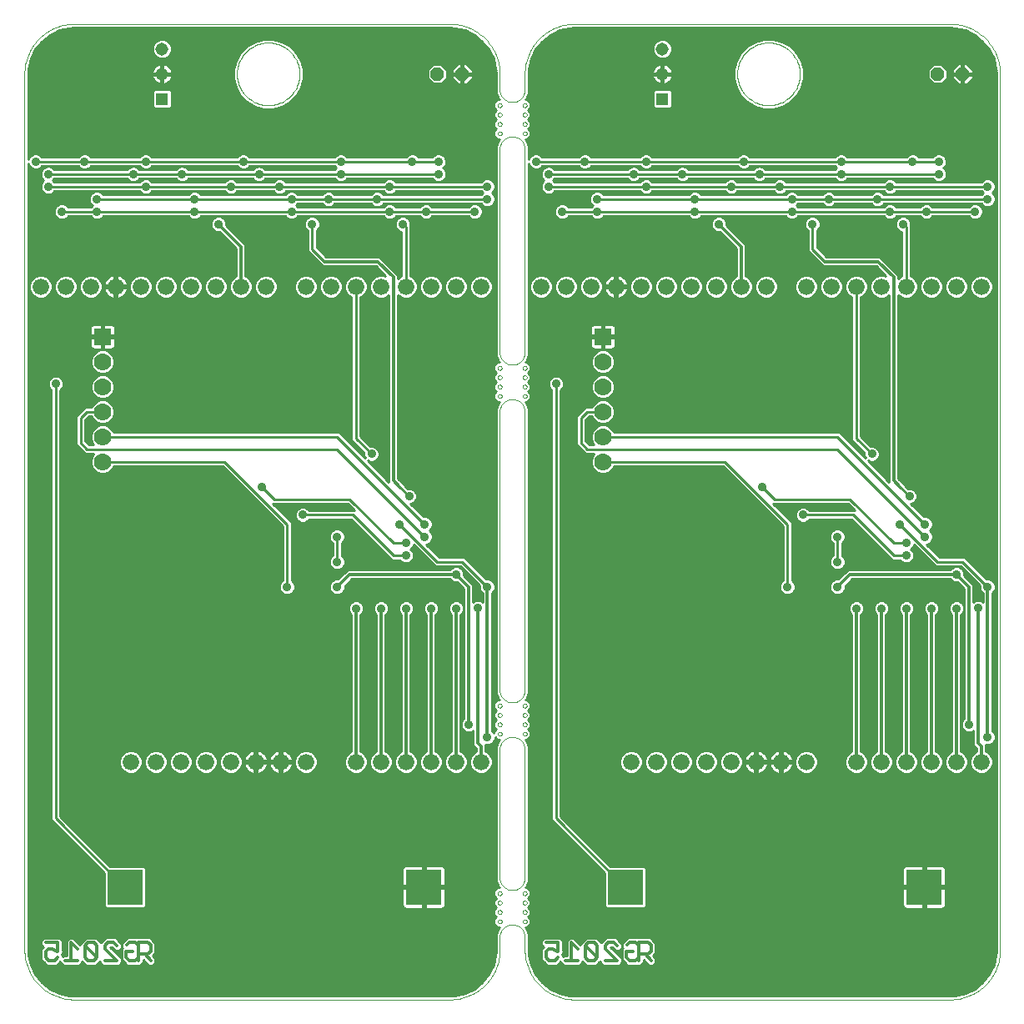
<source format=gbl>
G75*
G70*
%OFA0B0*%
%FSLAX24Y24*%
%IPPOS*%
%LPD*%
%AMOC8*
5,1,8,0,0,1.08239X$1,22.5*
%
%ADD10C,0.0000*%
%ADD11C,0.0660*%
%ADD12OC8,0.0520*%
%ADD13R,0.0515X0.0515*%
%ADD14C,0.0515*%
%ADD15R,0.0700X0.0700*%
%ADD16C,0.0700*%
%ADD17R,0.1417X0.1417*%
%ADD18C,0.0120*%
%ADD19C,0.0100*%
%ADD20C,0.0357*%
D10*
X000655Y002655D02*
X000655Y037655D01*
X000657Y037750D01*
X000664Y037845D01*
X000675Y037940D01*
X000691Y038034D01*
X000711Y038127D01*
X000736Y038218D01*
X000765Y038309D01*
X000798Y038398D01*
X000836Y038486D01*
X000877Y038571D01*
X000923Y038655D01*
X000972Y038736D01*
X001026Y038815D01*
X001083Y038891D01*
X001144Y038965D01*
X001208Y039035D01*
X001275Y039102D01*
X001345Y039166D01*
X001419Y039227D01*
X001495Y039284D01*
X001574Y039338D01*
X001655Y039387D01*
X001739Y039433D01*
X001824Y039474D01*
X001912Y039512D01*
X002001Y039545D01*
X002092Y039574D01*
X002183Y039599D01*
X002276Y039619D01*
X002370Y039635D01*
X002465Y039646D01*
X002560Y039653D01*
X002655Y039655D01*
X017655Y039655D01*
X017750Y039653D01*
X017845Y039646D01*
X017940Y039635D01*
X018034Y039619D01*
X018127Y039599D01*
X018218Y039574D01*
X018309Y039545D01*
X018398Y039512D01*
X018486Y039474D01*
X018571Y039433D01*
X018655Y039387D01*
X018736Y039338D01*
X018815Y039284D01*
X018891Y039227D01*
X018965Y039166D01*
X019035Y039102D01*
X019102Y039035D01*
X019166Y038965D01*
X019227Y038891D01*
X019284Y038815D01*
X019338Y038736D01*
X019387Y038655D01*
X019433Y038571D01*
X019474Y038486D01*
X019512Y038398D01*
X019545Y038309D01*
X019574Y038218D01*
X019599Y038127D01*
X019619Y038034D01*
X019635Y037940D01*
X019646Y037845D01*
X019653Y037750D01*
X019655Y037655D01*
X019655Y037030D01*
X020155Y036530D02*
X020199Y036532D01*
X020242Y036538D01*
X020284Y036547D01*
X020326Y036560D01*
X020366Y036577D01*
X020405Y036597D01*
X020442Y036620D01*
X020476Y036647D01*
X020509Y036676D01*
X020538Y036709D01*
X020565Y036743D01*
X020588Y036780D01*
X020608Y036819D01*
X020625Y036859D01*
X020638Y036901D01*
X020647Y036943D01*
X020653Y036986D01*
X020655Y037030D01*
X020655Y037655D01*
X019655Y037030D02*
X019657Y036986D01*
X019663Y036943D01*
X019672Y036901D01*
X019685Y036859D01*
X019702Y036819D01*
X019722Y036780D01*
X019745Y036743D01*
X019772Y036709D01*
X019801Y036676D01*
X019834Y036647D01*
X019868Y036620D01*
X019905Y036597D01*
X019944Y036577D01*
X019984Y036560D01*
X020026Y036547D01*
X020068Y036538D01*
X020111Y036532D01*
X020155Y036530D01*
X019576Y036405D02*
X019578Y036423D01*
X019584Y036439D01*
X019593Y036454D01*
X019606Y036467D01*
X019621Y036476D01*
X019637Y036482D01*
X019655Y036484D01*
X019673Y036482D01*
X019689Y036476D01*
X019704Y036467D01*
X019717Y036454D01*
X019726Y036439D01*
X019732Y036423D01*
X019734Y036405D01*
X019732Y036387D01*
X019726Y036371D01*
X019717Y036356D01*
X019704Y036343D01*
X019689Y036334D01*
X019673Y036328D01*
X019655Y036326D01*
X019637Y036328D01*
X019621Y036334D01*
X019606Y036343D01*
X019593Y036356D01*
X019584Y036371D01*
X019578Y036387D01*
X019576Y036405D01*
X019576Y036030D02*
X019578Y036048D01*
X019584Y036064D01*
X019593Y036079D01*
X019606Y036092D01*
X019621Y036101D01*
X019637Y036107D01*
X019655Y036109D01*
X019673Y036107D01*
X019689Y036101D01*
X019704Y036092D01*
X019717Y036079D01*
X019726Y036064D01*
X019732Y036048D01*
X019734Y036030D01*
X019732Y036012D01*
X019726Y035996D01*
X019717Y035981D01*
X019704Y035968D01*
X019689Y035959D01*
X019673Y035953D01*
X019655Y035951D01*
X019637Y035953D01*
X019621Y035959D01*
X019606Y035968D01*
X019593Y035981D01*
X019584Y035996D01*
X019578Y036012D01*
X019576Y036030D01*
X019576Y035655D02*
X019578Y035673D01*
X019584Y035689D01*
X019593Y035704D01*
X019606Y035717D01*
X019621Y035726D01*
X019637Y035732D01*
X019655Y035734D01*
X019673Y035732D01*
X019689Y035726D01*
X019704Y035717D01*
X019717Y035704D01*
X019726Y035689D01*
X019732Y035673D01*
X019734Y035655D01*
X019732Y035637D01*
X019726Y035621D01*
X019717Y035606D01*
X019704Y035593D01*
X019689Y035584D01*
X019673Y035578D01*
X019655Y035576D01*
X019637Y035578D01*
X019621Y035584D01*
X019606Y035593D01*
X019593Y035606D01*
X019584Y035621D01*
X019578Y035637D01*
X019576Y035655D01*
X019576Y035280D02*
X019578Y035298D01*
X019584Y035314D01*
X019593Y035329D01*
X019606Y035342D01*
X019621Y035351D01*
X019637Y035357D01*
X019655Y035359D01*
X019673Y035357D01*
X019689Y035351D01*
X019704Y035342D01*
X019717Y035329D01*
X019726Y035314D01*
X019732Y035298D01*
X019734Y035280D01*
X019732Y035262D01*
X019726Y035246D01*
X019717Y035231D01*
X019704Y035218D01*
X019689Y035209D01*
X019673Y035203D01*
X019655Y035201D01*
X019637Y035203D01*
X019621Y035209D01*
X019606Y035218D01*
X019593Y035231D01*
X019584Y035246D01*
X019578Y035262D01*
X019576Y035280D01*
X019655Y034655D02*
X019655Y026530D01*
X020155Y026030D02*
X020199Y026032D01*
X020242Y026038D01*
X020284Y026047D01*
X020326Y026060D01*
X020366Y026077D01*
X020405Y026097D01*
X020442Y026120D01*
X020476Y026147D01*
X020509Y026176D01*
X020538Y026209D01*
X020565Y026243D01*
X020588Y026280D01*
X020608Y026319D01*
X020625Y026359D01*
X020638Y026401D01*
X020647Y026443D01*
X020653Y026486D01*
X020655Y026530D01*
X020655Y034655D01*
X020155Y035155D02*
X020111Y035153D01*
X020068Y035147D01*
X020026Y035138D01*
X019984Y035125D01*
X019944Y035108D01*
X019905Y035088D01*
X019868Y035065D01*
X019834Y035038D01*
X019801Y035009D01*
X019772Y034976D01*
X019745Y034942D01*
X019722Y034905D01*
X019702Y034866D01*
X019685Y034826D01*
X019672Y034784D01*
X019663Y034742D01*
X019657Y034699D01*
X019655Y034655D01*
X020155Y035155D02*
X020199Y035153D01*
X020242Y035147D01*
X020284Y035138D01*
X020326Y035125D01*
X020366Y035108D01*
X020405Y035088D01*
X020442Y035065D01*
X020476Y035038D01*
X020509Y035009D01*
X020538Y034976D01*
X020565Y034942D01*
X020588Y034905D01*
X020608Y034866D01*
X020625Y034826D01*
X020638Y034784D01*
X020647Y034742D01*
X020653Y034699D01*
X020655Y034655D01*
X020576Y035280D02*
X020578Y035298D01*
X020584Y035314D01*
X020593Y035329D01*
X020606Y035342D01*
X020621Y035351D01*
X020637Y035357D01*
X020655Y035359D01*
X020673Y035357D01*
X020689Y035351D01*
X020704Y035342D01*
X020717Y035329D01*
X020726Y035314D01*
X020732Y035298D01*
X020734Y035280D01*
X020732Y035262D01*
X020726Y035246D01*
X020717Y035231D01*
X020704Y035218D01*
X020689Y035209D01*
X020673Y035203D01*
X020655Y035201D01*
X020637Y035203D01*
X020621Y035209D01*
X020606Y035218D01*
X020593Y035231D01*
X020584Y035246D01*
X020578Y035262D01*
X020576Y035280D01*
X020576Y035655D02*
X020578Y035673D01*
X020584Y035689D01*
X020593Y035704D01*
X020606Y035717D01*
X020621Y035726D01*
X020637Y035732D01*
X020655Y035734D01*
X020673Y035732D01*
X020689Y035726D01*
X020704Y035717D01*
X020717Y035704D01*
X020726Y035689D01*
X020732Y035673D01*
X020734Y035655D01*
X020732Y035637D01*
X020726Y035621D01*
X020717Y035606D01*
X020704Y035593D01*
X020689Y035584D01*
X020673Y035578D01*
X020655Y035576D01*
X020637Y035578D01*
X020621Y035584D01*
X020606Y035593D01*
X020593Y035606D01*
X020584Y035621D01*
X020578Y035637D01*
X020576Y035655D01*
X020576Y036030D02*
X020578Y036048D01*
X020584Y036064D01*
X020593Y036079D01*
X020606Y036092D01*
X020621Y036101D01*
X020637Y036107D01*
X020655Y036109D01*
X020673Y036107D01*
X020689Y036101D01*
X020704Y036092D01*
X020717Y036079D01*
X020726Y036064D01*
X020732Y036048D01*
X020734Y036030D01*
X020732Y036012D01*
X020726Y035996D01*
X020717Y035981D01*
X020704Y035968D01*
X020689Y035959D01*
X020673Y035953D01*
X020655Y035951D01*
X020637Y035953D01*
X020621Y035959D01*
X020606Y035968D01*
X020593Y035981D01*
X020584Y035996D01*
X020578Y036012D01*
X020576Y036030D01*
X020576Y036405D02*
X020578Y036423D01*
X020584Y036439D01*
X020593Y036454D01*
X020606Y036467D01*
X020621Y036476D01*
X020637Y036482D01*
X020655Y036484D01*
X020673Y036482D01*
X020689Y036476D01*
X020704Y036467D01*
X020717Y036454D01*
X020726Y036439D01*
X020732Y036423D01*
X020734Y036405D01*
X020732Y036387D01*
X020726Y036371D01*
X020717Y036356D01*
X020704Y036343D01*
X020689Y036334D01*
X020673Y036328D01*
X020655Y036326D01*
X020637Y036328D01*
X020621Y036334D01*
X020606Y036343D01*
X020593Y036356D01*
X020584Y036371D01*
X020578Y036387D01*
X020576Y036405D01*
X020655Y037655D02*
X020657Y037750D01*
X020664Y037845D01*
X020675Y037940D01*
X020691Y038034D01*
X020711Y038127D01*
X020736Y038218D01*
X020765Y038309D01*
X020798Y038398D01*
X020836Y038486D01*
X020877Y038571D01*
X020923Y038655D01*
X020972Y038736D01*
X021026Y038815D01*
X021083Y038891D01*
X021144Y038965D01*
X021208Y039035D01*
X021275Y039102D01*
X021345Y039166D01*
X021419Y039227D01*
X021495Y039284D01*
X021574Y039338D01*
X021655Y039387D01*
X021739Y039433D01*
X021824Y039474D01*
X021912Y039512D01*
X022001Y039545D01*
X022092Y039574D01*
X022183Y039599D01*
X022276Y039619D01*
X022370Y039635D01*
X022465Y039646D01*
X022560Y039653D01*
X022655Y039655D01*
X037655Y039655D01*
X037750Y039653D01*
X037845Y039646D01*
X037940Y039635D01*
X038034Y039619D01*
X038127Y039599D01*
X038218Y039574D01*
X038309Y039545D01*
X038398Y039512D01*
X038486Y039474D01*
X038571Y039433D01*
X038655Y039387D01*
X038736Y039338D01*
X038815Y039284D01*
X038891Y039227D01*
X038965Y039166D01*
X039035Y039102D01*
X039102Y039035D01*
X039166Y038965D01*
X039227Y038891D01*
X039284Y038815D01*
X039338Y038736D01*
X039387Y038655D01*
X039433Y038571D01*
X039474Y038486D01*
X039512Y038398D01*
X039545Y038309D01*
X039574Y038218D01*
X039599Y038127D01*
X039619Y038034D01*
X039635Y037940D01*
X039646Y037845D01*
X039653Y037750D01*
X039655Y037655D01*
X039655Y002655D01*
X039653Y002560D01*
X039646Y002465D01*
X039635Y002370D01*
X039619Y002276D01*
X039599Y002183D01*
X039574Y002092D01*
X039545Y002001D01*
X039512Y001912D01*
X039474Y001824D01*
X039433Y001739D01*
X039387Y001655D01*
X039338Y001574D01*
X039284Y001495D01*
X039227Y001419D01*
X039166Y001345D01*
X039102Y001275D01*
X039035Y001208D01*
X038965Y001144D01*
X038891Y001083D01*
X038815Y001026D01*
X038736Y000972D01*
X038655Y000923D01*
X038571Y000877D01*
X038486Y000836D01*
X038398Y000798D01*
X038309Y000765D01*
X038218Y000736D01*
X038127Y000711D01*
X038034Y000691D01*
X037940Y000675D01*
X037845Y000664D01*
X037750Y000657D01*
X037655Y000655D01*
X022655Y000655D01*
X022560Y000657D01*
X022465Y000664D01*
X022370Y000675D01*
X022276Y000691D01*
X022183Y000711D01*
X022092Y000736D01*
X022001Y000765D01*
X021912Y000798D01*
X021824Y000836D01*
X021739Y000877D01*
X021655Y000923D01*
X021574Y000972D01*
X021495Y001026D01*
X021419Y001083D01*
X021345Y001144D01*
X021275Y001208D01*
X021208Y001275D01*
X021144Y001345D01*
X021083Y001419D01*
X021026Y001495D01*
X020972Y001574D01*
X020923Y001655D01*
X020877Y001739D01*
X020836Y001824D01*
X020798Y001912D01*
X020765Y002001D01*
X020736Y002092D01*
X020711Y002183D01*
X020691Y002276D01*
X020675Y002370D01*
X020664Y002465D01*
X020657Y002560D01*
X020655Y002655D01*
X020655Y003155D01*
X020155Y003655D02*
X020111Y003653D01*
X020068Y003647D01*
X020026Y003638D01*
X019984Y003625D01*
X019944Y003608D01*
X019905Y003588D01*
X019868Y003565D01*
X019834Y003538D01*
X019801Y003509D01*
X019772Y003476D01*
X019745Y003442D01*
X019722Y003405D01*
X019702Y003366D01*
X019685Y003326D01*
X019672Y003284D01*
X019663Y003242D01*
X019657Y003199D01*
X019655Y003155D01*
X019655Y002655D01*
X020655Y003155D02*
X020653Y003199D01*
X020647Y003242D01*
X020638Y003284D01*
X020625Y003326D01*
X020608Y003366D01*
X020588Y003405D01*
X020565Y003442D01*
X020538Y003476D01*
X020509Y003509D01*
X020476Y003538D01*
X020442Y003565D01*
X020405Y003588D01*
X020366Y003608D01*
X020326Y003625D01*
X020284Y003638D01*
X020242Y003647D01*
X020199Y003653D01*
X020155Y003655D01*
X019576Y003780D02*
X019578Y003798D01*
X019584Y003814D01*
X019593Y003829D01*
X019606Y003842D01*
X019621Y003851D01*
X019637Y003857D01*
X019655Y003859D01*
X019673Y003857D01*
X019689Y003851D01*
X019704Y003842D01*
X019717Y003829D01*
X019726Y003814D01*
X019732Y003798D01*
X019734Y003780D01*
X019732Y003762D01*
X019726Y003746D01*
X019717Y003731D01*
X019704Y003718D01*
X019689Y003709D01*
X019673Y003703D01*
X019655Y003701D01*
X019637Y003703D01*
X019621Y003709D01*
X019606Y003718D01*
X019593Y003731D01*
X019584Y003746D01*
X019578Y003762D01*
X019576Y003780D01*
X019576Y004155D02*
X019578Y004173D01*
X019584Y004189D01*
X019593Y004204D01*
X019606Y004217D01*
X019621Y004226D01*
X019637Y004232D01*
X019655Y004234D01*
X019673Y004232D01*
X019689Y004226D01*
X019704Y004217D01*
X019717Y004204D01*
X019726Y004189D01*
X019732Y004173D01*
X019734Y004155D01*
X019732Y004137D01*
X019726Y004121D01*
X019717Y004106D01*
X019704Y004093D01*
X019689Y004084D01*
X019673Y004078D01*
X019655Y004076D01*
X019637Y004078D01*
X019621Y004084D01*
X019606Y004093D01*
X019593Y004106D01*
X019584Y004121D01*
X019578Y004137D01*
X019576Y004155D01*
X019576Y004530D02*
X019578Y004548D01*
X019584Y004564D01*
X019593Y004579D01*
X019606Y004592D01*
X019621Y004601D01*
X019637Y004607D01*
X019655Y004609D01*
X019673Y004607D01*
X019689Y004601D01*
X019704Y004592D01*
X019717Y004579D01*
X019726Y004564D01*
X019732Y004548D01*
X019734Y004530D01*
X019732Y004512D01*
X019726Y004496D01*
X019717Y004481D01*
X019704Y004468D01*
X019689Y004459D01*
X019673Y004453D01*
X019655Y004451D01*
X019637Y004453D01*
X019621Y004459D01*
X019606Y004468D01*
X019593Y004481D01*
X019584Y004496D01*
X019578Y004512D01*
X019576Y004530D01*
X019576Y004905D02*
X019578Y004923D01*
X019584Y004939D01*
X019593Y004954D01*
X019606Y004967D01*
X019621Y004976D01*
X019637Y004982D01*
X019655Y004984D01*
X019673Y004982D01*
X019689Y004976D01*
X019704Y004967D01*
X019717Y004954D01*
X019726Y004939D01*
X019732Y004923D01*
X019734Y004905D01*
X019732Y004887D01*
X019726Y004871D01*
X019717Y004856D01*
X019704Y004843D01*
X019689Y004834D01*
X019673Y004828D01*
X019655Y004826D01*
X019637Y004828D01*
X019621Y004834D01*
X019606Y004843D01*
X019593Y004856D01*
X019584Y004871D01*
X019578Y004887D01*
X019576Y004905D01*
X019655Y005530D02*
X019655Y010655D01*
X019657Y010699D01*
X019663Y010742D01*
X019672Y010784D01*
X019685Y010826D01*
X019702Y010866D01*
X019722Y010905D01*
X019745Y010942D01*
X019772Y010976D01*
X019801Y011009D01*
X019834Y011038D01*
X019868Y011065D01*
X019905Y011088D01*
X019944Y011108D01*
X019984Y011125D01*
X020026Y011138D01*
X020068Y011147D01*
X020111Y011153D01*
X020155Y011155D01*
X020199Y011153D01*
X020242Y011147D01*
X020284Y011138D01*
X020326Y011125D01*
X020366Y011108D01*
X020405Y011088D01*
X020442Y011065D01*
X020476Y011038D01*
X020509Y011009D01*
X020538Y010976D01*
X020565Y010942D01*
X020588Y010905D01*
X020608Y010866D01*
X020625Y010826D01*
X020638Y010784D01*
X020647Y010742D01*
X020653Y010699D01*
X020655Y010655D01*
X020655Y005530D01*
X020653Y005486D01*
X020647Y005443D01*
X020638Y005401D01*
X020625Y005359D01*
X020608Y005319D01*
X020588Y005280D01*
X020565Y005243D01*
X020538Y005209D01*
X020509Y005176D01*
X020476Y005147D01*
X020442Y005120D01*
X020405Y005097D01*
X020366Y005077D01*
X020326Y005060D01*
X020284Y005047D01*
X020242Y005038D01*
X020199Y005032D01*
X020155Y005030D01*
X020111Y005032D01*
X020068Y005038D01*
X020026Y005047D01*
X019984Y005060D01*
X019944Y005077D01*
X019905Y005097D01*
X019868Y005120D01*
X019834Y005147D01*
X019801Y005176D01*
X019772Y005209D01*
X019745Y005243D01*
X019722Y005280D01*
X019702Y005319D01*
X019685Y005359D01*
X019672Y005401D01*
X019663Y005443D01*
X019657Y005486D01*
X019655Y005530D01*
X020576Y004905D02*
X020578Y004923D01*
X020584Y004939D01*
X020593Y004954D01*
X020606Y004967D01*
X020621Y004976D01*
X020637Y004982D01*
X020655Y004984D01*
X020673Y004982D01*
X020689Y004976D01*
X020704Y004967D01*
X020717Y004954D01*
X020726Y004939D01*
X020732Y004923D01*
X020734Y004905D01*
X020732Y004887D01*
X020726Y004871D01*
X020717Y004856D01*
X020704Y004843D01*
X020689Y004834D01*
X020673Y004828D01*
X020655Y004826D01*
X020637Y004828D01*
X020621Y004834D01*
X020606Y004843D01*
X020593Y004856D01*
X020584Y004871D01*
X020578Y004887D01*
X020576Y004905D01*
X020576Y004530D02*
X020578Y004548D01*
X020584Y004564D01*
X020593Y004579D01*
X020606Y004592D01*
X020621Y004601D01*
X020637Y004607D01*
X020655Y004609D01*
X020673Y004607D01*
X020689Y004601D01*
X020704Y004592D01*
X020717Y004579D01*
X020726Y004564D01*
X020732Y004548D01*
X020734Y004530D01*
X020732Y004512D01*
X020726Y004496D01*
X020717Y004481D01*
X020704Y004468D01*
X020689Y004459D01*
X020673Y004453D01*
X020655Y004451D01*
X020637Y004453D01*
X020621Y004459D01*
X020606Y004468D01*
X020593Y004481D01*
X020584Y004496D01*
X020578Y004512D01*
X020576Y004530D01*
X020576Y004155D02*
X020578Y004173D01*
X020584Y004189D01*
X020593Y004204D01*
X020606Y004217D01*
X020621Y004226D01*
X020637Y004232D01*
X020655Y004234D01*
X020673Y004232D01*
X020689Y004226D01*
X020704Y004217D01*
X020717Y004204D01*
X020726Y004189D01*
X020732Y004173D01*
X020734Y004155D01*
X020732Y004137D01*
X020726Y004121D01*
X020717Y004106D01*
X020704Y004093D01*
X020689Y004084D01*
X020673Y004078D01*
X020655Y004076D01*
X020637Y004078D01*
X020621Y004084D01*
X020606Y004093D01*
X020593Y004106D01*
X020584Y004121D01*
X020578Y004137D01*
X020576Y004155D01*
X020576Y003780D02*
X020578Y003798D01*
X020584Y003814D01*
X020593Y003829D01*
X020606Y003842D01*
X020621Y003851D01*
X020637Y003857D01*
X020655Y003859D01*
X020673Y003857D01*
X020689Y003851D01*
X020704Y003842D01*
X020717Y003829D01*
X020726Y003814D01*
X020732Y003798D01*
X020734Y003780D01*
X020732Y003762D01*
X020726Y003746D01*
X020717Y003731D01*
X020704Y003718D01*
X020689Y003709D01*
X020673Y003703D01*
X020655Y003701D01*
X020637Y003703D01*
X020621Y003709D01*
X020606Y003718D01*
X020593Y003731D01*
X020584Y003746D01*
X020578Y003762D01*
X020576Y003780D01*
X019655Y002655D02*
X019653Y002560D01*
X019646Y002465D01*
X019635Y002370D01*
X019619Y002276D01*
X019599Y002183D01*
X019574Y002092D01*
X019545Y002001D01*
X019512Y001912D01*
X019474Y001824D01*
X019433Y001739D01*
X019387Y001655D01*
X019338Y001574D01*
X019284Y001495D01*
X019227Y001419D01*
X019166Y001345D01*
X019102Y001275D01*
X019035Y001208D01*
X018965Y001144D01*
X018891Y001083D01*
X018815Y001026D01*
X018736Y000972D01*
X018655Y000923D01*
X018571Y000877D01*
X018486Y000836D01*
X018398Y000798D01*
X018309Y000765D01*
X018218Y000736D01*
X018127Y000711D01*
X018034Y000691D01*
X017940Y000675D01*
X017845Y000664D01*
X017750Y000657D01*
X017655Y000655D01*
X002655Y000655D01*
X002560Y000657D01*
X002465Y000664D01*
X002370Y000675D01*
X002276Y000691D01*
X002183Y000711D01*
X002092Y000736D01*
X002001Y000765D01*
X001912Y000798D01*
X001824Y000836D01*
X001739Y000877D01*
X001655Y000923D01*
X001574Y000972D01*
X001495Y001026D01*
X001419Y001083D01*
X001345Y001144D01*
X001275Y001208D01*
X001208Y001275D01*
X001144Y001345D01*
X001083Y001419D01*
X001026Y001495D01*
X000972Y001574D01*
X000923Y001655D01*
X000877Y001739D01*
X000836Y001824D01*
X000798Y001912D01*
X000765Y002001D01*
X000736Y002092D01*
X000711Y002183D01*
X000691Y002276D01*
X000675Y002370D01*
X000664Y002465D01*
X000657Y002560D01*
X000655Y002655D01*
X019576Y011280D02*
X019578Y011298D01*
X019584Y011314D01*
X019593Y011329D01*
X019606Y011342D01*
X019621Y011351D01*
X019637Y011357D01*
X019655Y011359D01*
X019673Y011357D01*
X019689Y011351D01*
X019704Y011342D01*
X019717Y011329D01*
X019726Y011314D01*
X019732Y011298D01*
X019734Y011280D01*
X019732Y011262D01*
X019726Y011246D01*
X019717Y011231D01*
X019704Y011218D01*
X019689Y011209D01*
X019673Y011203D01*
X019655Y011201D01*
X019637Y011203D01*
X019621Y011209D01*
X019606Y011218D01*
X019593Y011231D01*
X019584Y011246D01*
X019578Y011262D01*
X019576Y011280D01*
X019576Y011655D02*
X019578Y011673D01*
X019584Y011689D01*
X019593Y011704D01*
X019606Y011717D01*
X019621Y011726D01*
X019637Y011732D01*
X019655Y011734D01*
X019673Y011732D01*
X019689Y011726D01*
X019704Y011717D01*
X019717Y011704D01*
X019726Y011689D01*
X019732Y011673D01*
X019734Y011655D01*
X019732Y011637D01*
X019726Y011621D01*
X019717Y011606D01*
X019704Y011593D01*
X019689Y011584D01*
X019673Y011578D01*
X019655Y011576D01*
X019637Y011578D01*
X019621Y011584D01*
X019606Y011593D01*
X019593Y011606D01*
X019584Y011621D01*
X019578Y011637D01*
X019576Y011655D01*
X019576Y012030D02*
X019578Y012048D01*
X019584Y012064D01*
X019593Y012079D01*
X019606Y012092D01*
X019621Y012101D01*
X019637Y012107D01*
X019655Y012109D01*
X019673Y012107D01*
X019689Y012101D01*
X019704Y012092D01*
X019717Y012079D01*
X019726Y012064D01*
X019732Y012048D01*
X019734Y012030D01*
X019732Y012012D01*
X019726Y011996D01*
X019717Y011981D01*
X019704Y011968D01*
X019689Y011959D01*
X019673Y011953D01*
X019655Y011951D01*
X019637Y011953D01*
X019621Y011959D01*
X019606Y011968D01*
X019593Y011981D01*
X019584Y011996D01*
X019578Y012012D01*
X019576Y012030D01*
X019576Y012405D02*
X019578Y012423D01*
X019584Y012439D01*
X019593Y012454D01*
X019606Y012467D01*
X019621Y012476D01*
X019637Y012482D01*
X019655Y012484D01*
X019673Y012482D01*
X019689Y012476D01*
X019704Y012467D01*
X019717Y012454D01*
X019726Y012439D01*
X019732Y012423D01*
X019734Y012405D01*
X019732Y012387D01*
X019726Y012371D01*
X019717Y012356D01*
X019704Y012343D01*
X019689Y012334D01*
X019673Y012328D01*
X019655Y012326D01*
X019637Y012328D01*
X019621Y012334D01*
X019606Y012343D01*
X019593Y012356D01*
X019584Y012371D01*
X019578Y012387D01*
X019576Y012405D01*
X019655Y013030D02*
X019655Y024155D01*
X019657Y024199D01*
X019663Y024242D01*
X019672Y024284D01*
X019685Y024326D01*
X019702Y024366D01*
X019722Y024405D01*
X019745Y024442D01*
X019772Y024476D01*
X019801Y024509D01*
X019834Y024538D01*
X019868Y024565D01*
X019905Y024588D01*
X019944Y024608D01*
X019984Y024625D01*
X020026Y024638D01*
X020068Y024647D01*
X020111Y024653D01*
X020155Y024655D01*
X019576Y024780D02*
X019578Y024798D01*
X019584Y024814D01*
X019593Y024829D01*
X019606Y024842D01*
X019621Y024851D01*
X019637Y024857D01*
X019655Y024859D01*
X019673Y024857D01*
X019689Y024851D01*
X019704Y024842D01*
X019717Y024829D01*
X019726Y024814D01*
X019732Y024798D01*
X019734Y024780D01*
X019732Y024762D01*
X019726Y024746D01*
X019717Y024731D01*
X019704Y024718D01*
X019689Y024709D01*
X019673Y024703D01*
X019655Y024701D01*
X019637Y024703D01*
X019621Y024709D01*
X019606Y024718D01*
X019593Y024731D01*
X019584Y024746D01*
X019578Y024762D01*
X019576Y024780D01*
X019576Y025155D02*
X019578Y025173D01*
X019584Y025189D01*
X019593Y025204D01*
X019606Y025217D01*
X019621Y025226D01*
X019637Y025232D01*
X019655Y025234D01*
X019673Y025232D01*
X019689Y025226D01*
X019704Y025217D01*
X019717Y025204D01*
X019726Y025189D01*
X019732Y025173D01*
X019734Y025155D01*
X019732Y025137D01*
X019726Y025121D01*
X019717Y025106D01*
X019704Y025093D01*
X019689Y025084D01*
X019673Y025078D01*
X019655Y025076D01*
X019637Y025078D01*
X019621Y025084D01*
X019606Y025093D01*
X019593Y025106D01*
X019584Y025121D01*
X019578Y025137D01*
X019576Y025155D01*
X019576Y025530D02*
X019578Y025548D01*
X019584Y025564D01*
X019593Y025579D01*
X019606Y025592D01*
X019621Y025601D01*
X019637Y025607D01*
X019655Y025609D01*
X019673Y025607D01*
X019689Y025601D01*
X019704Y025592D01*
X019717Y025579D01*
X019726Y025564D01*
X019732Y025548D01*
X019734Y025530D01*
X019732Y025512D01*
X019726Y025496D01*
X019717Y025481D01*
X019704Y025468D01*
X019689Y025459D01*
X019673Y025453D01*
X019655Y025451D01*
X019637Y025453D01*
X019621Y025459D01*
X019606Y025468D01*
X019593Y025481D01*
X019584Y025496D01*
X019578Y025512D01*
X019576Y025530D01*
X019576Y025905D02*
X019578Y025923D01*
X019584Y025939D01*
X019593Y025954D01*
X019606Y025967D01*
X019621Y025976D01*
X019637Y025982D01*
X019655Y025984D01*
X019673Y025982D01*
X019689Y025976D01*
X019704Y025967D01*
X019717Y025954D01*
X019726Y025939D01*
X019732Y025923D01*
X019734Y025905D01*
X019732Y025887D01*
X019726Y025871D01*
X019717Y025856D01*
X019704Y025843D01*
X019689Y025834D01*
X019673Y025828D01*
X019655Y025826D01*
X019637Y025828D01*
X019621Y025834D01*
X019606Y025843D01*
X019593Y025856D01*
X019584Y025871D01*
X019578Y025887D01*
X019576Y025905D01*
X020155Y026030D02*
X020111Y026032D01*
X020068Y026038D01*
X020026Y026047D01*
X019984Y026060D01*
X019944Y026077D01*
X019905Y026097D01*
X019868Y026120D01*
X019834Y026147D01*
X019801Y026176D01*
X019772Y026209D01*
X019745Y026243D01*
X019722Y026280D01*
X019702Y026319D01*
X019685Y026359D01*
X019672Y026401D01*
X019663Y026443D01*
X019657Y026486D01*
X019655Y026530D01*
X020576Y025905D02*
X020578Y025923D01*
X020584Y025939D01*
X020593Y025954D01*
X020606Y025967D01*
X020621Y025976D01*
X020637Y025982D01*
X020655Y025984D01*
X020673Y025982D01*
X020689Y025976D01*
X020704Y025967D01*
X020717Y025954D01*
X020726Y025939D01*
X020732Y025923D01*
X020734Y025905D01*
X020732Y025887D01*
X020726Y025871D01*
X020717Y025856D01*
X020704Y025843D01*
X020689Y025834D01*
X020673Y025828D01*
X020655Y025826D01*
X020637Y025828D01*
X020621Y025834D01*
X020606Y025843D01*
X020593Y025856D01*
X020584Y025871D01*
X020578Y025887D01*
X020576Y025905D01*
X020576Y025530D02*
X020578Y025548D01*
X020584Y025564D01*
X020593Y025579D01*
X020606Y025592D01*
X020621Y025601D01*
X020637Y025607D01*
X020655Y025609D01*
X020673Y025607D01*
X020689Y025601D01*
X020704Y025592D01*
X020717Y025579D01*
X020726Y025564D01*
X020732Y025548D01*
X020734Y025530D01*
X020732Y025512D01*
X020726Y025496D01*
X020717Y025481D01*
X020704Y025468D01*
X020689Y025459D01*
X020673Y025453D01*
X020655Y025451D01*
X020637Y025453D01*
X020621Y025459D01*
X020606Y025468D01*
X020593Y025481D01*
X020584Y025496D01*
X020578Y025512D01*
X020576Y025530D01*
X020576Y025155D02*
X020578Y025173D01*
X020584Y025189D01*
X020593Y025204D01*
X020606Y025217D01*
X020621Y025226D01*
X020637Y025232D01*
X020655Y025234D01*
X020673Y025232D01*
X020689Y025226D01*
X020704Y025217D01*
X020717Y025204D01*
X020726Y025189D01*
X020732Y025173D01*
X020734Y025155D01*
X020732Y025137D01*
X020726Y025121D01*
X020717Y025106D01*
X020704Y025093D01*
X020689Y025084D01*
X020673Y025078D01*
X020655Y025076D01*
X020637Y025078D01*
X020621Y025084D01*
X020606Y025093D01*
X020593Y025106D01*
X020584Y025121D01*
X020578Y025137D01*
X020576Y025155D01*
X020576Y024780D02*
X020578Y024798D01*
X020584Y024814D01*
X020593Y024829D01*
X020606Y024842D01*
X020621Y024851D01*
X020637Y024857D01*
X020655Y024859D01*
X020673Y024857D01*
X020689Y024851D01*
X020704Y024842D01*
X020717Y024829D01*
X020726Y024814D01*
X020732Y024798D01*
X020734Y024780D01*
X020732Y024762D01*
X020726Y024746D01*
X020717Y024731D01*
X020704Y024718D01*
X020689Y024709D01*
X020673Y024703D01*
X020655Y024701D01*
X020637Y024703D01*
X020621Y024709D01*
X020606Y024718D01*
X020593Y024731D01*
X020584Y024746D01*
X020578Y024762D01*
X020576Y024780D01*
X020655Y024155D02*
X020655Y013030D01*
X020653Y012986D01*
X020647Y012943D01*
X020638Y012901D01*
X020625Y012859D01*
X020608Y012819D01*
X020588Y012780D01*
X020565Y012743D01*
X020538Y012709D01*
X020509Y012676D01*
X020476Y012647D01*
X020442Y012620D01*
X020405Y012597D01*
X020366Y012577D01*
X020326Y012560D01*
X020284Y012547D01*
X020242Y012538D01*
X020199Y012532D01*
X020155Y012530D01*
X020111Y012532D01*
X020068Y012538D01*
X020026Y012547D01*
X019984Y012560D01*
X019944Y012577D01*
X019905Y012597D01*
X019868Y012620D01*
X019834Y012647D01*
X019801Y012676D01*
X019772Y012709D01*
X019745Y012743D01*
X019722Y012780D01*
X019702Y012819D01*
X019685Y012859D01*
X019672Y012901D01*
X019663Y012943D01*
X019657Y012986D01*
X019655Y013030D01*
X020576Y012405D02*
X020578Y012423D01*
X020584Y012439D01*
X020593Y012454D01*
X020606Y012467D01*
X020621Y012476D01*
X020637Y012482D01*
X020655Y012484D01*
X020673Y012482D01*
X020689Y012476D01*
X020704Y012467D01*
X020717Y012454D01*
X020726Y012439D01*
X020732Y012423D01*
X020734Y012405D01*
X020732Y012387D01*
X020726Y012371D01*
X020717Y012356D01*
X020704Y012343D01*
X020689Y012334D01*
X020673Y012328D01*
X020655Y012326D01*
X020637Y012328D01*
X020621Y012334D01*
X020606Y012343D01*
X020593Y012356D01*
X020584Y012371D01*
X020578Y012387D01*
X020576Y012405D01*
X020576Y012030D02*
X020578Y012048D01*
X020584Y012064D01*
X020593Y012079D01*
X020606Y012092D01*
X020621Y012101D01*
X020637Y012107D01*
X020655Y012109D01*
X020673Y012107D01*
X020689Y012101D01*
X020704Y012092D01*
X020717Y012079D01*
X020726Y012064D01*
X020732Y012048D01*
X020734Y012030D01*
X020732Y012012D01*
X020726Y011996D01*
X020717Y011981D01*
X020704Y011968D01*
X020689Y011959D01*
X020673Y011953D01*
X020655Y011951D01*
X020637Y011953D01*
X020621Y011959D01*
X020606Y011968D01*
X020593Y011981D01*
X020584Y011996D01*
X020578Y012012D01*
X020576Y012030D01*
X020576Y011655D02*
X020578Y011673D01*
X020584Y011689D01*
X020593Y011704D01*
X020606Y011717D01*
X020621Y011726D01*
X020637Y011732D01*
X020655Y011734D01*
X020673Y011732D01*
X020689Y011726D01*
X020704Y011717D01*
X020717Y011704D01*
X020726Y011689D01*
X020732Y011673D01*
X020734Y011655D01*
X020732Y011637D01*
X020726Y011621D01*
X020717Y011606D01*
X020704Y011593D01*
X020689Y011584D01*
X020673Y011578D01*
X020655Y011576D01*
X020637Y011578D01*
X020621Y011584D01*
X020606Y011593D01*
X020593Y011606D01*
X020584Y011621D01*
X020578Y011637D01*
X020576Y011655D01*
X020576Y011280D02*
X020578Y011298D01*
X020584Y011314D01*
X020593Y011329D01*
X020606Y011342D01*
X020621Y011351D01*
X020637Y011357D01*
X020655Y011359D01*
X020673Y011357D01*
X020689Y011351D01*
X020704Y011342D01*
X020717Y011329D01*
X020726Y011314D01*
X020732Y011298D01*
X020734Y011280D01*
X020732Y011262D01*
X020726Y011246D01*
X020717Y011231D01*
X020704Y011218D01*
X020689Y011209D01*
X020673Y011203D01*
X020655Y011201D01*
X020637Y011203D01*
X020621Y011209D01*
X020606Y011218D01*
X020593Y011231D01*
X020584Y011246D01*
X020578Y011262D01*
X020576Y011280D01*
X020655Y024155D02*
X020653Y024199D01*
X020647Y024242D01*
X020638Y024284D01*
X020625Y024326D01*
X020608Y024366D01*
X020588Y024405D01*
X020565Y024442D01*
X020538Y024476D01*
X020509Y024509D01*
X020476Y024538D01*
X020442Y024565D01*
X020405Y024588D01*
X020366Y024608D01*
X020326Y024625D01*
X020284Y024638D01*
X020242Y024647D01*
X020199Y024653D01*
X020155Y024655D01*
X009155Y037655D02*
X009157Y037725D01*
X009163Y037795D01*
X009173Y037864D01*
X009186Y037933D01*
X009204Y038001D01*
X009225Y038068D01*
X009250Y038133D01*
X009279Y038197D01*
X009311Y038260D01*
X009347Y038320D01*
X009386Y038378D01*
X009428Y038434D01*
X009473Y038488D01*
X009521Y038539D01*
X009572Y038587D01*
X009626Y038632D01*
X009682Y038674D01*
X009740Y038713D01*
X009800Y038749D01*
X009863Y038781D01*
X009927Y038810D01*
X009992Y038835D01*
X010059Y038856D01*
X010127Y038874D01*
X010196Y038887D01*
X010265Y038897D01*
X010335Y038903D01*
X010405Y038905D01*
X010475Y038903D01*
X010545Y038897D01*
X010614Y038887D01*
X010683Y038874D01*
X010751Y038856D01*
X010818Y038835D01*
X010883Y038810D01*
X010947Y038781D01*
X011010Y038749D01*
X011070Y038713D01*
X011128Y038674D01*
X011184Y038632D01*
X011238Y038587D01*
X011289Y038539D01*
X011337Y038488D01*
X011382Y038434D01*
X011424Y038378D01*
X011463Y038320D01*
X011499Y038260D01*
X011531Y038197D01*
X011560Y038133D01*
X011585Y038068D01*
X011606Y038001D01*
X011624Y037933D01*
X011637Y037864D01*
X011647Y037795D01*
X011653Y037725D01*
X011655Y037655D01*
X011653Y037585D01*
X011647Y037515D01*
X011637Y037446D01*
X011624Y037377D01*
X011606Y037309D01*
X011585Y037242D01*
X011560Y037177D01*
X011531Y037113D01*
X011499Y037050D01*
X011463Y036990D01*
X011424Y036932D01*
X011382Y036876D01*
X011337Y036822D01*
X011289Y036771D01*
X011238Y036723D01*
X011184Y036678D01*
X011128Y036636D01*
X011070Y036597D01*
X011010Y036561D01*
X010947Y036529D01*
X010883Y036500D01*
X010818Y036475D01*
X010751Y036454D01*
X010683Y036436D01*
X010614Y036423D01*
X010545Y036413D01*
X010475Y036407D01*
X010405Y036405D01*
X010335Y036407D01*
X010265Y036413D01*
X010196Y036423D01*
X010127Y036436D01*
X010059Y036454D01*
X009992Y036475D01*
X009927Y036500D01*
X009863Y036529D01*
X009800Y036561D01*
X009740Y036597D01*
X009682Y036636D01*
X009626Y036678D01*
X009572Y036723D01*
X009521Y036771D01*
X009473Y036822D01*
X009428Y036876D01*
X009386Y036932D01*
X009347Y036990D01*
X009311Y037050D01*
X009279Y037113D01*
X009250Y037177D01*
X009225Y037242D01*
X009204Y037309D01*
X009186Y037377D01*
X009173Y037446D01*
X009163Y037515D01*
X009157Y037585D01*
X009155Y037655D01*
X029155Y037655D02*
X029157Y037725D01*
X029163Y037795D01*
X029173Y037864D01*
X029186Y037933D01*
X029204Y038001D01*
X029225Y038068D01*
X029250Y038133D01*
X029279Y038197D01*
X029311Y038260D01*
X029347Y038320D01*
X029386Y038378D01*
X029428Y038434D01*
X029473Y038488D01*
X029521Y038539D01*
X029572Y038587D01*
X029626Y038632D01*
X029682Y038674D01*
X029740Y038713D01*
X029800Y038749D01*
X029863Y038781D01*
X029927Y038810D01*
X029992Y038835D01*
X030059Y038856D01*
X030127Y038874D01*
X030196Y038887D01*
X030265Y038897D01*
X030335Y038903D01*
X030405Y038905D01*
X030475Y038903D01*
X030545Y038897D01*
X030614Y038887D01*
X030683Y038874D01*
X030751Y038856D01*
X030818Y038835D01*
X030883Y038810D01*
X030947Y038781D01*
X031010Y038749D01*
X031070Y038713D01*
X031128Y038674D01*
X031184Y038632D01*
X031238Y038587D01*
X031289Y038539D01*
X031337Y038488D01*
X031382Y038434D01*
X031424Y038378D01*
X031463Y038320D01*
X031499Y038260D01*
X031531Y038197D01*
X031560Y038133D01*
X031585Y038068D01*
X031606Y038001D01*
X031624Y037933D01*
X031637Y037864D01*
X031647Y037795D01*
X031653Y037725D01*
X031655Y037655D01*
X031653Y037585D01*
X031647Y037515D01*
X031637Y037446D01*
X031624Y037377D01*
X031606Y037309D01*
X031585Y037242D01*
X031560Y037177D01*
X031531Y037113D01*
X031499Y037050D01*
X031463Y036990D01*
X031424Y036932D01*
X031382Y036876D01*
X031337Y036822D01*
X031289Y036771D01*
X031238Y036723D01*
X031184Y036678D01*
X031128Y036636D01*
X031070Y036597D01*
X031010Y036561D01*
X030947Y036529D01*
X030883Y036500D01*
X030818Y036475D01*
X030751Y036454D01*
X030683Y036436D01*
X030614Y036423D01*
X030545Y036413D01*
X030475Y036407D01*
X030405Y036405D01*
X030335Y036407D01*
X030265Y036413D01*
X030196Y036423D01*
X030127Y036436D01*
X030059Y036454D01*
X029992Y036475D01*
X029927Y036500D01*
X029863Y036529D01*
X029800Y036561D01*
X029740Y036597D01*
X029682Y036636D01*
X029626Y036678D01*
X029572Y036723D01*
X029521Y036771D01*
X029473Y036822D01*
X029428Y036876D01*
X029386Y036932D01*
X029347Y036990D01*
X029311Y037050D01*
X029279Y037113D01*
X029250Y037177D01*
X029225Y037242D01*
X029204Y037309D01*
X029186Y037377D01*
X029173Y037446D01*
X029163Y037515D01*
X029157Y037585D01*
X029155Y037655D01*
D11*
X029305Y029155D03*
X028305Y029155D03*
X027305Y029155D03*
X026305Y029155D03*
X025305Y029155D03*
X024305Y029155D03*
X023305Y029155D03*
X022305Y029155D03*
X021305Y029155D03*
X018905Y029155D03*
X017905Y029155D03*
X016905Y029155D03*
X015905Y029155D03*
X014905Y029155D03*
X013905Y029155D03*
X012905Y029155D03*
X011905Y029155D03*
X010305Y029155D03*
X009305Y029155D03*
X008305Y029155D03*
X007305Y029155D03*
X006305Y029155D03*
X005305Y029155D03*
X004305Y029155D03*
X003305Y029155D03*
X002305Y029155D03*
X001305Y029155D03*
X004905Y010155D03*
X005905Y010155D03*
X006905Y010155D03*
X007905Y010155D03*
X008905Y010155D03*
X009905Y010155D03*
X010905Y010155D03*
X011905Y010155D03*
X013905Y010155D03*
X014905Y010155D03*
X015905Y010155D03*
X016905Y010155D03*
X017905Y010155D03*
X018905Y010155D03*
X024905Y010155D03*
X025905Y010155D03*
X026905Y010155D03*
X027905Y010155D03*
X028905Y010155D03*
X029905Y010155D03*
X030905Y010155D03*
X031905Y010155D03*
X033905Y010155D03*
X034905Y010155D03*
X035905Y010155D03*
X036905Y010155D03*
X037905Y010155D03*
X038905Y010155D03*
X038905Y029155D03*
X037905Y029155D03*
X036905Y029155D03*
X035905Y029155D03*
X034905Y029155D03*
X033905Y029155D03*
X032905Y029155D03*
X031905Y029155D03*
X030305Y029155D03*
D12*
X037155Y037655D03*
X038155Y037655D03*
X018155Y037655D03*
X017155Y037655D03*
D13*
X026155Y036655D03*
X006155Y036655D03*
D14*
X006155Y037655D03*
X006155Y038655D03*
X026155Y038655D03*
X026155Y037655D03*
D15*
X023780Y027155D03*
X003780Y027155D03*
D16*
X003780Y026155D03*
X003780Y025155D03*
X003780Y024155D03*
X003780Y023155D03*
X003780Y022155D03*
X023780Y022155D03*
X023780Y023155D03*
X023780Y024155D03*
X023780Y025155D03*
X023780Y026155D03*
D17*
X024691Y005155D03*
X016620Y005155D03*
X004691Y005155D03*
X036620Y005155D03*
D18*
X036905Y010155D02*
X036905Y016292D01*
X037905Y016292D02*
X037905Y010155D01*
X038905Y010155D02*
X038905Y010780D01*
X038780Y010905D01*
X038780Y016307D01*
X038405Y017155D02*
X037905Y017655D01*
X033655Y017655D01*
X033155Y017155D01*
X033905Y016292D02*
X033905Y010155D01*
X034905Y010155D02*
X034905Y016292D01*
X035905Y016292D02*
X035905Y010155D01*
X038405Y011655D02*
X038405Y017155D01*
X039155Y017155D02*
X039155Y011155D01*
X035655Y021155D02*
X035405Y021405D01*
X035405Y029530D01*
X034780Y030155D01*
X032655Y030155D01*
X029305Y030755D02*
X029305Y029155D01*
X029305Y030755D02*
X028405Y031655D01*
X015655Y021155D02*
X015405Y021405D01*
X015405Y029530D01*
X014780Y030155D01*
X012655Y030155D01*
X009305Y030755D02*
X009305Y029155D01*
X009305Y030755D02*
X008405Y031655D01*
X013655Y017655D02*
X017905Y017655D01*
X018405Y017155D01*
X018405Y011655D01*
X018780Y010905D02*
X018780Y016307D01*
X019155Y017155D02*
X019155Y011155D01*
X018905Y010780D02*
X018780Y010905D01*
X018905Y010780D02*
X018905Y010155D01*
X017905Y010155D02*
X017905Y016292D01*
X016905Y016292D02*
X016905Y010155D01*
X015905Y010155D02*
X015905Y016292D01*
X014905Y016292D02*
X014905Y010155D01*
X013905Y010155D02*
X013905Y016292D01*
X013155Y017155D02*
X013655Y017655D01*
X021505Y002935D02*
X021995Y002935D01*
X021995Y002575D01*
X021745Y002695D01*
X021615Y002695D01*
X021505Y002585D01*
X021505Y002575D02*
X021505Y002335D01*
X021625Y002215D01*
X021875Y002215D01*
X021995Y002335D01*
X022283Y002215D02*
X022768Y002215D01*
X022523Y002223D02*
X022523Y002928D01*
X022523Y002935D02*
X022765Y002693D01*
X023075Y002815D02*
X023075Y002335D01*
X023195Y002215D01*
X023435Y002215D01*
X023555Y002335D01*
X023085Y002815D01*
X023075Y002815D02*
X023195Y002935D01*
X023435Y002935D01*
X023555Y002815D01*
X023555Y002335D01*
X023865Y002215D02*
X024355Y002215D01*
X023865Y002695D01*
X023865Y002815D01*
X023865Y002825D02*
X023985Y002945D01*
X024225Y002945D01*
X024355Y002815D01*
X024735Y002835D02*
X024855Y002955D01*
X025095Y002955D01*
X025215Y002835D01*
X025215Y002955D01*
X025585Y002955D01*
X025705Y002835D01*
X025705Y002585D01*
X025585Y002465D01*
X025465Y002465D01*
X025705Y002215D01*
X025465Y002465D02*
X025215Y002465D01*
X025215Y002835D01*
X024975Y002585D02*
X024725Y002585D01*
X024725Y002345D01*
X024845Y002215D01*
X025095Y002215D01*
X025215Y002335D01*
X025215Y002215D01*
X025215Y002335D02*
X025215Y002465D01*
X005705Y002585D02*
X005585Y002465D01*
X005465Y002465D01*
X005705Y002215D01*
X005465Y002465D02*
X005215Y002465D01*
X005215Y002835D01*
X005215Y002955D01*
X005585Y002955D01*
X005705Y002835D01*
X005705Y002585D01*
X005215Y002465D02*
X005215Y002335D01*
X005215Y002215D01*
X005095Y002215D02*
X005215Y002335D01*
X005095Y002215D02*
X004845Y002215D01*
X004725Y002345D01*
X004725Y002585D01*
X004975Y002585D01*
X004735Y002835D02*
X004855Y002955D01*
X005095Y002955D01*
X005215Y002835D01*
X004355Y002815D02*
X004225Y002945D01*
X003985Y002945D01*
X003865Y002825D01*
X003865Y002815D02*
X003865Y002695D01*
X004355Y002215D01*
X003865Y002215D01*
X003555Y002335D02*
X003555Y002815D01*
X003435Y002935D01*
X003195Y002935D01*
X003075Y002815D01*
X003075Y002335D01*
X003195Y002215D01*
X003435Y002215D01*
X003555Y002335D01*
X003085Y002815D01*
X002765Y002693D02*
X002523Y002935D01*
X002523Y002928D02*
X002523Y002223D01*
X002283Y002215D02*
X002768Y002215D01*
X001995Y002335D02*
X001875Y002215D01*
X001625Y002215D01*
X001505Y002335D01*
X001505Y002575D01*
X001505Y002585D02*
X001615Y002695D01*
X001745Y002695D01*
X001995Y002575D01*
X001995Y002935D01*
X001505Y002935D01*
D19*
X001089Y001671D02*
X001347Y001347D01*
X001671Y001089D01*
X002044Y000909D01*
X002448Y000817D01*
X002655Y000805D01*
X017593Y000805D01*
X017608Y000805D01*
X017655Y000805D01*
X017862Y000817D01*
X018266Y000909D01*
X018639Y001089D01*
X018963Y001347D01*
X019222Y001671D01*
X019401Y002044D01*
X019494Y002448D01*
X019505Y002655D01*
X019505Y002717D01*
X019505Y003217D01*
X000805Y003217D01*
X000805Y003119D02*
X001420Y003119D01*
X001426Y003125D02*
X001315Y003014D01*
X001315Y002856D01*
X001411Y002760D01*
X001315Y002664D01*
X001315Y002654D01*
X001315Y002414D01*
X001315Y002256D01*
X001435Y002136D01*
X001546Y002025D01*
X001796Y002025D01*
X001954Y002025D01*
X002093Y002164D01*
X002093Y002136D01*
X002204Y002025D01*
X002846Y002025D01*
X002958Y002136D01*
X002958Y002184D01*
X002996Y002145D01*
X003116Y002025D01*
X003274Y002025D01*
X003356Y002025D01*
X003514Y002025D01*
X003675Y002186D01*
X003675Y002136D01*
X003786Y002025D01*
X004278Y002025D01*
X004278Y002024D01*
X004355Y002025D01*
X004434Y002025D01*
X004435Y002026D01*
X004436Y002026D01*
X004489Y002080D01*
X004545Y002136D01*
X004545Y002138D01*
X004546Y002138D01*
X004545Y002215D01*
X004545Y002256D01*
X004588Y002213D01*
X004655Y002141D01*
X004655Y002136D01*
X004708Y002083D01*
X004759Y002028D01*
X004763Y002028D01*
X004766Y002025D01*
X004841Y002025D01*
X004916Y002022D01*
X004919Y002025D01*
X005016Y002025D01*
X005174Y002025D01*
X005294Y002025D01*
X005405Y002136D01*
X005405Y002253D01*
X005623Y002027D01*
X005780Y002024D01*
X005893Y002133D01*
X019422Y002133D01*
X019444Y002232D02*
X005895Y002232D01*
X005897Y002290D02*
X005790Y002401D01*
X005895Y002506D01*
X005895Y002664D01*
X005895Y002914D01*
X005784Y003025D01*
X005664Y003145D01*
X005506Y003145D01*
X005174Y003145D01*
X004934Y003145D01*
X004776Y003145D01*
X004545Y002914D01*
X004545Y002756D01*
X004586Y002715D01*
X004535Y002664D01*
X004535Y002349D01*
X004533Y002306D01*
X004490Y002349D01*
X004434Y002405D01*
X004433Y002405D01*
X004075Y002755D01*
X004146Y002755D01*
X004276Y002625D01*
X004434Y002625D01*
X004545Y002736D01*
X004545Y002894D01*
X004415Y003024D01*
X004304Y003135D01*
X004064Y003135D01*
X003906Y003135D01*
X003705Y002934D01*
X003634Y003005D01*
X003514Y003125D01*
X003356Y003125D01*
X003116Y003125D01*
X003005Y003014D01*
X002885Y002894D01*
X002885Y002841D01*
X002601Y003125D01*
X002444Y003125D01*
X002333Y003014D01*
X002333Y003006D01*
X002333Y002405D01*
X002204Y002405D01*
X002185Y002386D01*
X002185Y002414D01*
X002147Y002452D01*
X002152Y002464D01*
X002185Y002496D01*
X002185Y002532D01*
X002200Y002564D01*
X002185Y002608D01*
X002185Y003014D01*
X002074Y003125D01*
X001916Y003125D01*
X001426Y003125D01*
X001321Y003020D02*
X000805Y003020D01*
X000805Y002922D02*
X001315Y002922D01*
X001348Y002823D02*
X000805Y002823D01*
X000805Y002725D02*
X001376Y002725D01*
X001315Y002626D02*
X000807Y002626D01*
X000805Y002655D02*
X000805Y002688D01*
X000805Y002717D01*
X000805Y034074D01*
X000844Y033980D01*
X000930Y033894D01*
X001044Y033847D01*
X001166Y033847D01*
X001280Y033894D01*
X001361Y033975D01*
X002799Y033975D01*
X002880Y033894D01*
X002994Y033847D01*
X003116Y033847D01*
X003230Y033894D01*
X003311Y033975D01*
X005249Y033975D01*
X005330Y033894D01*
X005444Y033847D01*
X005566Y033847D01*
X005680Y033894D01*
X005761Y033975D01*
X009149Y033975D01*
X009230Y033894D01*
X009344Y033847D01*
X009466Y033847D01*
X009580Y033894D01*
X009661Y033975D01*
X013049Y033975D01*
X013119Y033905D01*
X013049Y033835D01*
X010286Y033835D01*
X010205Y033917D01*
X010091Y033964D01*
X009969Y033964D01*
X009855Y033917D01*
X009774Y033835D01*
X007211Y033835D01*
X007130Y033917D01*
X007016Y033964D01*
X006894Y033964D01*
X006780Y033917D01*
X006699Y033835D01*
X005261Y033835D01*
X005180Y033917D01*
X005066Y033964D01*
X004944Y033964D01*
X004830Y033917D01*
X004749Y033835D01*
X001861Y033835D01*
X001780Y033917D01*
X001666Y033964D01*
X001544Y033964D01*
X001430Y033917D01*
X001344Y033830D01*
X001297Y033716D01*
X001297Y033594D01*
X001344Y033480D01*
X001419Y033405D01*
X001344Y033330D01*
X001297Y033216D01*
X001297Y033094D01*
X001344Y032980D01*
X001430Y032894D01*
X001544Y032847D01*
X001666Y032847D01*
X001780Y032894D01*
X001861Y032975D01*
X005249Y032975D01*
X005330Y032894D01*
X005444Y032847D01*
X005566Y032847D01*
X005680Y032894D01*
X005761Y032975D01*
X008649Y032975D01*
X008730Y032894D01*
X008844Y032847D01*
X008966Y032847D01*
X009080Y032894D01*
X009161Y032975D01*
X010599Y032975D01*
X010680Y032894D01*
X010794Y032847D01*
X010916Y032847D01*
X011030Y032894D01*
X011111Y032975D01*
X014999Y032975D01*
X015080Y032894D01*
X015194Y032847D01*
X015316Y032847D01*
X015430Y032894D01*
X015511Y032975D01*
X018899Y032975D01*
X018969Y032905D01*
X018899Y032835D01*
X015011Y032835D01*
X014930Y032917D01*
X014816Y032964D01*
X014694Y032964D01*
X014580Y032917D01*
X014499Y032835D01*
X013061Y032835D01*
X012980Y032917D01*
X012866Y032964D01*
X012744Y032964D01*
X012630Y032917D01*
X012549Y032835D01*
X011586Y032835D01*
X011505Y032917D01*
X011391Y032964D01*
X011269Y032964D01*
X011155Y032917D01*
X011074Y032835D01*
X007711Y032835D01*
X007630Y032917D01*
X007516Y032964D01*
X007394Y032964D01*
X007280Y032917D01*
X007199Y032835D01*
X003811Y032835D01*
X003730Y032917D01*
X003616Y032964D01*
X003494Y032964D01*
X003380Y032917D01*
X003294Y032830D01*
X003247Y032716D01*
X003247Y032594D01*
X003294Y032480D01*
X003369Y032405D01*
X003299Y032335D01*
X002411Y032335D01*
X002330Y032417D01*
X002216Y032464D01*
X002094Y032464D01*
X001980Y032417D01*
X001894Y032330D01*
X001847Y032216D01*
X001847Y032094D01*
X001894Y031980D01*
X001980Y031894D01*
X002094Y031847D01*
X002216Y031847D01*
X002330Y031894D01*
X002411Y031975D01*
X003299Y031975D01*
X003380Y031894D01*
X003494Y031847D01*
X003616Y031847D01*
X003730Y031894D01*
X003811Y031975D01*
X007199Y031975D01*
X007280Y031894D01*
X007394Y031847D01*
X007516Y031847D01*
X007630Y031894D01*
X007711Y031975D01*
X011074Y031975D01*
X011155Y031894D01*
X011269Y031847D01*
X011391Y031847D01*
X011505Y031894D01*
X011586Y031975D01*
X014999Y031975D01*
X015080Y031894D01*
X015194Y031847D01*
X015316Y031847D01*
X015430Y031894D01*
X015511Y031975D01*
X016449Y031975D01*
X016530Y031894D01*
X016644Y031847D01*
X016766Y031847D01*
X016880Y031894D01*
X016961Y031975D01*
X018399Y031975D01*
X018480Y031894D01*
X018594Y031847D01*
X018716Y031847D01*
X018830Y031894D01*
X018917Y031980D01*
X018964Y032094D01*
X018964Y032216D01*
X018917Y032330D01*
X018830Y032417D01*
X018716Y032464D01*
X018594Y032464D01*
X018480Y032417D01*
X018399Y032335D01*
X016961Y032335D01*
X016880Y032417D01*
X016766Y032464D01*
X016644Y032464D01*
X016530Y032417D01*
X016449Y032335D01*
X015511Y032335D01*
X015430Y032417D01*
X015316Y032464D01*
X015194Y032464D01*
X015080Y032417D01*
X014999Y032335D01*
X011586Y032335D01*
X011516Y032405D01*
X011586Y032475D01*
X012549Y032475D01*
X012630Y032394D01*
X012744Y032347D01*
X012866Y032347D01*
X012980Y032394D01*
X013061Y032475D01*
X014499Y032475D01*
X014580Y032394D01*
X014694Y032347D01*
X014816Y032347D01*
X014930Y032394D01*
X015011Y032475D01*
X018899Y032475D01*
X018980Y032394D01*
X019094Y032347D01*
X019216Y032347D01*
X019330Y032394D01*
X019417Y032480D01*
X019464Y032594D01*
X019464Y032716D01*
X019417Y032830D01*
X019341Y032905D01*
X019417Y032980D01*
X019464Y033094D01*
X019464Y033216D01*
X019417Y033330D01*
X019330Y033417D01*
X019216Y033464D01*
X019094Y033464D01*
X018980Y033417D01*
X018899Y033335D01*
X015511Y033335D01*
X015430Y033417D01*
X015316Y033464D01*
X015194Y033464D01*
X015080Y033417D01*
X014999Y033335D01*
X011111Y033335D01*
X011030Y033417D01*
X010916Y033464D01*
X010794Y033464D01*
X010680Y033417D01*
X010599Y033335D01*
X009161Y033335D01*
X009080Y033417D01*
X008966Y033464D01*
X008844Y033464D01*
X008730Y033417D01*
X008649Y033335D01*
X005761Y033335D01*
X005680Y033417D01*
X005566Y033464D01*
X005444Y033464D01*
X005330Y033417D01*
X005249Y033335D01*
X001861Y033335D01*
X001791Y033405D01*
X001861Y033475D01*
X004749Y033475D01*
X004830Y033394D01*
X004944Y033347D01*
X005066Y033347D01*
X005180Y033394D01*
X005261Y033475D01*
X006699Y033475D01*
X006780Y033394D01*
X006894Y033347D01*
X007016Y033347D01*
X007130Y033394D01*
X007211Y033475D01*
X009774Y033475D01*
X009855Y033394D01*
X009969Y033347D01*
X010091Y033347D01*
X010205Y033394D01*
X010286Y033475D01*
X013049Y033475D01*
X013130Y033394D01*
X013244Y033347D01*
X013366Y033347D01*
X013480Y033394D01*
X013561Y033475D01*
X016949Y033475D01*
X017030Y033394D01*
X017144Y033347D01*
X017266Y033347D01*
X017380Y033394D01*
X017467Y033480D01*
X017514Y033594D01*
X017514Y033716D01*
X017467Y033830D01*
X017391Y033905D01*
X017467Y033980D01*
X017514Y034094D01*
X017514Y034216D01*
X017467Y034330D01*
X017380Y034417D01*
X017266Y034464D01*
X017144Y034464D01*
X017030Y034417D01*
X016949Y034335D01*
X016411Y034335D01*
X016330Y034417D01*
X016216Y034464D01*
X016094Y034464D01*
X015980Y034417D01*
X015899Y034335D01*
X013561Y034335D01*
X013480Y034417D01*
X013366Y034464D01*
X013244Y034464D01*
X013130Y034417D01*
X013049Y034335D01*
X009661Y034335D01*
X009580Y034417D01*
X009466Y034464D01*
X009344Y034464D01*
X009230Y034417D01*
X009149Y034335D01*
X005761Y034335D01*
X005680Y034417D01*
X005566Y034464D01*
X005444Y034464D01*
X005330Y034417D01*
X005249Y034335D01*
X003311Y034335D01*
X003230Y034417D01*
X003116Y034464D01*
X002994Y034464D01*
X002880Y034417D01*
X002799Y034335D01*
X001361Y034335D01*
X001280Y034417D01*
X001166Y034464D01*
X001044Y034464D01*
X000930Y034417D01*
X000844Y034330D01*
X000805Y034237D01*
X000805Y037655D01*
X000817Y037862D01*
X000909Y038266D01*
X001089Y038639D01*
X001347Y038963D01*
X001671Y039222D01*
X002044Y039401D01*
X002448Y039494D01*
X002655Y039505D01*
X017655Y039505D01*
X017862Y039494D01*
X018266Y039401D01*
X018639Y039222D01*
X018963Y038963D01*
X019222Y038639D01*
X019401Y038266D01*
X019494Y037862D01*
X019505Y037655D01*
X019505Y037593D01*
X019505Y037092D01*
X019505Y037073D01*
X019505Y036968D01*
X019505Y036901D01*
X019604Y036662D01*
X019632Y036634D01*
X019560Y036634D01*
X019426Y036500D01*
X019426Y036310D01*
X019519Y036218D01*
X019426Y036125D01*
X019426Y035935D01*
X019519Y035843D01*
X019426Y035750D01*
X019426Y035560D01*
X019519Y035468D01*
X019426Y035375D01*
X019426Y035185D01*
X019560Y035051D01*
X019632Y035051D01*
X019604Y035023D01*
X019505Y034784D01*
X019505Y034717D01*
X019505Y026468D01*
X019505Y026401D01*
X019604Y026162D01*
X019632Y026134D01*
X019560Y026134D01*
X019426Y026000D01*
X019426Y025810D01*
X019519Y025718D01*
X019426Y025625D01*
X019426Y025435D01*
X019519Y025343D01*
X019426Y025250D01*
X019426Y025060D01*
X019519Y024968D01*
X019426Y024875D01*
X019426Y024685D01*
X019560Y024551D01*
X019632Y024551D01*
X019604Y024523D01*
X019505Y024284D01*
X019505Y024217D01*
X019505Y012968D01*
X019505Y012901D01*
X019604Y012662D01*
X019632Y012634D01*
X019560Y012634D01*
X019426Y012500D01*
X019426Y012310D01*
X019519Y012218D01*
X019426Y012125D01*
X019426Y011935D01*
X019519Y011843D01*
X019426Y011750D01*
X019426Y011560D01*
X019519Y011468D01*
X019426Y011375D01*
X019426Y011306D01*
X019417Y011330D01*
X019345Y011401D01*
X019345Y016909D01*
X019417Y016980D01*
X019464Y017094D01*
X019464Y017216D01*
X019417Y017330D01*
X019330Y017417D01*
X019216Y017464D01*
X019101Y017464D01*
X018230Y018335D01*
X018081Y018335D01*
X017230Y018335D01*
X016718Y018847D01*
X016830Y018894D01*
X016917Y018980D01*
X016964Y019094D01*
X016964Y019216D01*
X016917Y019330D01*
X016841Y019405D01*
X016917Y019480D01*
X016964Y019594D01*
X016964Y019716D01*
X016917Y019830D01*
X016830Y019917D01*
X016716Y019964D01*
X016601Y019964D01*
X016093Y020472D01*
X016205Y020519D01*
X016292Y020605D01*
X016339Y020719D01*
X016339Y020841D01*
X016292Y020955D01*
X016205Y021042D01*
X016091Y021089D01*
X015976Y021089D01*
X015845Y021220D01*
X015845Y021234D01*
X015595Y021484D01*
X015595Y028815D01*
X015645Y028765D01*
X015814Y028695D01*
X015997Y028695D01*
X016166Y028765D01*
X016295Y028895D01*
X016365Y029064D01*
X016365Y029247D01*
X016295Y029416D01*
X016166Y029545D01*
X016085Y029578D01*
X016085Y031456D01*
X016085Y031586D01*
X016089Y031594D01*
X016089Y031716D01*
X016042Y031830D01*
X015955Y031917D01*
X015841Y031964D01*
X015719Y031964D01*
X015605Y031917D01*
X015519Y031830D01*
X015472Y031716D01*
X015472Y031594D01*
X015519Y031480D01*
X015605Y031394D01*
X015719Y031347D01*
X015725Y031347D01*
X015725Y029578D01*
X015645Y029545D01*
X015595Y029496D01*
X015595Y029609D01*
X015484Y029720D01*
X014859Y030345D01*
X014701Y030345D01*
X012720Y030345D01*
X012335Y030730D01*
X012335Y031399D01*
X012417Y031480D01*
X012464Y031594D01*
X012464Y031716D01*
X012417Y031830D01*
X012330Y031917D01*
X012216Y031964D01*
X012094Y031964D01*
X011980Y031917D01*
X011894Y031830D01*
X011847Y031716D01*
X011847Y031594D01*
X011894Y031480D01*
X011975Y031399D01*
X011975Y030730D01*
X011975Y030581D01*
X012465Y030091D01*
X012465Y030076D01*
X012576Y029965D01*
X014701Y029965D01*
X015090Y029576D01*
X014997Y029615D01*
X014814Y029615D01*
X014645Y029545D01*
X014515Y029416D01*
X014445Y029247D01*
X014445Y029064D01*
X014515Y028895D01*
X014645Y028765D01*
X014814Y028695D01*
X014997Y028695D01*
X015166Y028765D01*
X015215Y028815D01*
X015215Y021484D01*
X015215Y021350D01*
X014367Y022198D01*
X014469Y022156D01*
X014591Y022156D01*
X014705Y022203D01*
X014792Y022289D01*
X014839Y022403D01*
X014839Y022525D01*
X014792Y022639D01*
X014705Y022725D01*
X014591Y022772D01*
X014476Y022772D01*
X014085Y023164D01*
X014085Y028732D01*
X014166Y028765D01*
X014295Y028895D01*
X014365Y029064D01*
X014365Y029247D01*
X014295Y029416D01*
X014166Y029545D01*
X013997Y029615D01*
X013814Y029615D01*
X013645Y029545D01*
X013515Y029416D01*
X013445Y029247D01*
X013445Y029064D01*
X013515Y028895D01*
X013645Y028765D01*
X013725Y028732D01*
X013725Y023164D01*
X013725Y023014D01*
X014222Y022518D01*
X014222Y022403D01*
X014264Y022301D01*
X013230Y023335D01*
X013081Y023335D01*
X004225Y023335D01*
X004187Y023427D01*
X004052Y023562D01*
X003876Y023635D01*
X003685Y023635D01*
X003508Y023562D01*
X003373Y023427D01*
X003300Y023251D01*
X003300Y023060D01*
X003373Y022883D01*
X003421Y022835D01*
X003230Y022835D01*
X003085Y022980D01*
X003085Y023831D01*
X003230Y023975D01*
X003335Y023975D01*
X003373Y023883D01*
X003508Y023748D01*
X003685Y023675D01*
X003876Y023675D01*
X004052Y023748D01*
X004187Y023883D01*
X004260Y024060D01*
X004260Y024251D01*
X004187Y024427D01*
X004052Y024562D01*
X003876Y024635D01*
X003685Y024635D01*
X003508Y024562D01*
X003373Y024427D01*
X003335Y024335D01*
X003081Y024335D01*
X002975Y024230D01*
X002725Y023980D01*
X002725Y023831D01*
X002725Y022831D01*
X002831Y022725D01*
X003081Y022475D01*
X003230Y022475D01*
X003421Y022475D01*
X003373Y022427D01*
X003300Y022251D01*
X003300Y022060D01*
X003373Y021883D01*
X003508Y021748D01*
X003685Y021675D01*
X003876Y021675D01*
X004052Y021748D01*
X004187Y021883D01*
X004225Y021975D01*
X008581Y021975D01*
X010975Y019581D01*
X010975Y017411D01*
X010894Y017330D01*
X010847Y017216D01*
X010847Y017094D01*
X010894Y016980D01*
X010980Y016894D01*
X011094Y016847D01*
X011216Y016847D01*
X011330Y016894D01*
X011417Y016980D01*
X011464Y017094D01*
X011464Y017216D01*
X011417Y017330D01*
X011335Y017411D01*
X011335Y019581D01*
X011335Y019730D01*
X010590Y020475D01*
X010730Y020475D01*
X013581Y020475D01*
X013846Y020210D01*
X013706Y020210D01*
X012036Y020210D01*
X011955Y020292D01*
X011841Y020339D01*
X011719Y020339D01*
X011605Y020292D01*
X011519Y020205D01*
X011472Y020091D01*
X011472Y019969D01*
X011519Y019855D01*
X011605Y019769D01*
X011719Y019722D01*
X011841Y019722D01*
X011955Y019769D01*
X012036Y019850D01*
X013706Y019850D01*
X015331Y018225D01*
X015480Y018225D01*
X015649Y018225D01*
X015730Y018144D01*
X015844Y018097D01*
X015966Y018097D01*
X016080Y018144D01*
X016167Y018230D01*
X016214Y018344D01*
X016214Y018466D01*
X016167Y018580D01*
X016091Y018655D01*
X016167Y018730D01*
X016213Y018843D01*
X016975Y018081D01*
X017081Y017975D01*
X018081Y017975D01*
X018847Y017209D01*
X018847Y017094D01*
X018894Y016980D01*
X018965Y016909D01*
X018965Y016558D01*
X018955Y016569D01*
X018841Y016616D01*
X018719Y016616D01*
X018605Y016569D01*
X018595Y016558D01*
X018595Y017076D01*
X018595Y017234D01*
X018214Y017615D01*
X018214Y017716D01*
X018167Y017830D01*
X018080Y017917D01*
X017966Y017964D01*
X017844Y017964D01*
X017730Y017917D01*
X017659Y017845D01*
X013576Y017845D01*
X013465Y017734D01*
X013195Y017464D01*
X013094Y017464D01*
X012980Y017417D01*
X012894Y017330D01*
X012847Y017216D01*
X012847Y017094D01*
X012894Y016980D01*
X012980Y016894D01*
X013094Y016847D01*
X013216Y016847D01*
X013330Y016894D01*
X013417Y016980D01*
X013464Y017094D01*
X013464Y017195D01*
X013734Y017465D01*
X017659Y017465D01*
X017730Y017394D01*
X017844Y017347D01*
X017945Y017347D01*
X018215Y017076D01*
X018215Y011901D01*
X018144Y011830D01*
X018097Y011716D01*
X018097Y011594D01*
X018144Y011480D01*
X018230Y011394D01*
X018344Y011347D01*
X018466Y011347D01*
X018580Y011394D01*
X018590Y011404D01*
X018590Y010826D01*
X018701Y010715D01*
X018715Y010701D01*
X018715Y010574D01*
X018645Y010545D01*
X018515Y010416D01*
X018445Y010247D01*
X018445Y010064D01*
X018515Y009895D01*
X018645Y009765D01*
X018814Y009695D01*
X018997Y009695D01*
X019166Y009765D01*
X019295Y009895D01*
X019365Y010064D01*
X019365Y010247D01*
X019295Y010416D01*
X019166Y010545D01*
X019095Y010574D01*
X019095Y010701D01*
X019095Y010847D01*
X019216Y010847D01*
X019330Y010894D01*
X019417Y010980D01*
X019464Y011094D01*
X019464Y011148D01*
X019560Y011051D01*
X019632Y011051D01*
X019604Y011023D01*
X019505Y010784D01*
X019505Y010717D01*
X019505Y005468D01*
X019505Y005401D01*
X019604Y005162D01*
X019632Y005134D01*
X019560Y005134D01*
X019426Y005000D01*
X019426Y004810D01*
X019519Y004718D01*
X019426Y004625D01*
X019426Y004435D01*
X019519Y004343D01*
X019426Y004250D01*
X019426Y004060D01*
X019519Y003968D01*
X019426Y003875D01*
X019426Y003685D01*
X019560Y003551D01*
X019632Y003551D01*
X019604Y003523D01*
X019505Y003284D01*
X019505Y003217D01*
X019505Y003284D02*
X019505Y003284D01*
X019518Y003316D02*
X000805Y003316D01*
X000805Y003414D02*
X019559Y003414D01*
X019600Y003513D02*
X000805Y003513D01*
X000805Y003611D02*
X019500Y003611D01*
X019426Y003710D02*
X000805Y003710D01*
X000805Y003809D02*
X019426Y003809D01*
X019459Y003907D02*
X000805Y003907D01*
X000805Y004006D02*
X019481Y004006D01*
X019426Y004104D02*
X000805Y004104D01*
X000805Y004203D02*
X019426Y004203D01*
X019478Y004301D02*
X017366Y004301D01*
X017348Y004296D02*
X017386Y004307D01*
X017420Y004326D01*
X017448Y004354D01*
X017468Y004389D01*
X017478Y004427D01*
X017478Y005105D01*
X016670Y005105D01*
X016670Y005205D01*
X017478Y005205D01*
X017478Y005884D01*
X017468Y005922D01*
X017448Y005956D01*
X017420Y005984D01*
X017386Y006004D01*
X017348Y006014D01*
X016670Y006014D01*
X016670Y005205D01*
X016570Y005205D01*
X016570Y006014D01*
X015891Y006014D01*
X015853Y006004D01*
X015819Y005984D01*
X015791Y005956D01*
X015771Y005922D01*
X015761Y005884D01*
X015761Y005205D01*
X016570Y005205D01*
X016570Y005105D01*
X016670Y005105D01*
X016670Y004296D01*
X017348Y004296D01*
X017471Y004400D02*
X019462Y004400D01*
X019426Y004498D02*
X017478Y004498D01*
X017478Y004597D02*
X019426Y004597D01*
X019497Y004695D02*
X017478Y004695D01*
X017478Y004794D02*
X019443Y004794D01*
X019426Y004892D02*
X017478Y004892D01*
X017478Y004991D02*
X019426Y004991D01*
X019516Y005090D02*
X017478Y005090D01*
X017478Y005287D02*
X019552Y005287D01*
X019512Y005385D02*
X017478Y005385D01*
X017478Y005484D02*
X019505Y005484D01*
X019505Y005401D02*
X019505Y005401D01*
X019505Y005582D02*
X017478Y005582D01*
X017478Y005681D02*
X019505Y005681D01*
X019505Y005779D02*
X017478Y005779D01*
X017478Y005878D02*
X019505Y005878D01*
X019505Y005976D02*
X017428Y005976D01*
X016670Y005976D02*
X016570Y005976D01*
X016570Y005878D02*
X016670Y005878D01*
X016670Y005779D02*
X016570Y005779D01*
X016570Y005681D02*
X016670Y005681D01*
X016670Y005582D02*
X016570Y005582D01*
X016570Y005484D02*
X016670Y005484D01*
X016670Y005385D02*
X016570Y005385D01*
X016570Y005287D02*
X016670Y005287D01*
X016670Y005188D02*
X019593Y005188D01*
X019604Y005162D02*
X019604Y005162D01*
X020678Y005134D02*
X020706Y005162D01*
X020805Y005401D01*
X020805Y005468D01*
X020805Y005530D01*
X020805Y005592D01*
X020805Y010593D01*
X020805Y010655D01*
X020805Y010668D01*
X020805Y010717D01*
X020805Y010784D01*
X020805Y010784D01*
X020706Y011023D01*
X020706Y011023D01*
X020678Y011051D01*
X020750Y011051D01*
X020884Y011185D01*
X020884Y011375D01*
X020791Y011468D01*
X020884Y011560D01*
X020884Y011750D01*
X020791Y011843D01*
X020884Y011935D01*
X020884Y012125D01*
X020791Y012218D01*
X020884Y012310D01*
X020884Y012500D01*
X020750Y012634D01*
X020678Y012634D01*
X020706Y012662D01*
X020805Y012901D01*
X020805Y012968D01*
X020805Y013030D01*
X020805Y013092D01*
X020805Y024093D01*
X020805Y024155D01*
X020805Y024284D01*
X020805Y024284D01*
X020706Y024523D01*
X020706Y024523D01*
X020678Y024551D01*
X020750Y024551D01*
X020884Y024685D01*
X020884Y024875D01*
X020791Y024968D01*
X020884Y025060D01*
X020884Y025250D01*
X020791Y025343D01*
X020884Y025435D01*
X020884Y025625D01*
X020791Y025718D01*
X020884Y025810D01*
X020884Y026000D01*
X020750Y026134D01*
X020678Y026134D01*
X020706Y026162D01*
X020805Y026401D01*
X020805Y026530D01*
X020805Y026592D01*
X020805Y034074D01*
X020844Y033980D01*
X020930Y033894D01*
X021044Y033847D01*
X021166Y033847D01*
X021280Y033894D01*
X021361Y033975D01*
X022799Y033975D01*
X022880Y033894D01*
X022994Y033847D01*
X023116Y033847D01*
X023230Y033894D01*
X023311Y033975D01*
X025249Y033975D01*
X025330Y033894D01*
X025444Y033847D01*
X025566Y033847D01*
X025680Y033894D01*
X025761Y033975D01*
X029149Y033975D01*
X029230Y033894D01*
X029344Y033847D01*
X029466Y033847D01*
X029580Y033894D01*
X029661Y033975D01*
X033049Y033975D01*
X033119Y033905D01*
X033049Y033835D01*
X030286Y033835D01*
X030205Y033917D01*
X030091Y033964D01*
X029969Y033964D01*
X029855Y033917D01*
X029774Y033835D01*
X027211Y033835D01*
X027130Y033917D01*
X027016Y033964D01*
X026894Y033964D01*
X026780Y033917D01*
X026699Y033835D01*
X025261Y033835D01*
X025180Y033917D01*
X025066Y033964D01*
X024944Y033964D01*
X024830Y033917D01*
X024749Y033835D01*
X021861Y033835D01*
X021780Y033917D01*
X021666Y033964D01*
X021544Y033964D01*
X021430Y033917D01*
X021344Y033830D01*
X021297Y033716D01*
X021297Y033594D01*
X021344Y033480D01*
X021419Y033405D01*
X021344Y033330D01*
X021297Y033216D01*
X021297Y033094D01*
X021344Y032980D01*
X021430Y032894D01*
X021544Y032847D01*
X021666Y032847D01*
X021780Y032894D01*
X021861Y032975D01*
X025249Y032975D01*
X025330Y032894D01*
X025444Y032847D01*
X025566Y032847D01*
X025680Y032894D01*
X025761Y032975D01*
X028649Y032975D01*
X028730Y032894D01*
X028844Y032847D01*
X028966Y032847D01*
X029080Y032894D01*
X029161Y032975D01*
X030599Y032975D01*
X030680Y032894D01*
X030794Y032847D01*
X030916Y032847D01*
X031030Y032894D01*
X031111Y032975D01*
X034999Y032975D01*
X035080Y032894D01*
X035194Y032847D01*
X035316Y032847D01*
X035430Y032894D01*
X035511Y032975D01*
X038899Y032975D01*
X038969Y032905D01*
X038899Y032835D01*
X035011Y032835D01*
X034930Y032917D01*
X034816Y032964D01*
X034694Y032964D01*
X034580Y032917D01*
X034499Y032835D01*
X033061Y032835D01*
X032980Y032917D01*
X032866Y032964D01*
X032744Y032964D01*
X032630Y032917D01*
X032549Y032835D01*
X031586Y032835D01*
X031505Y032917D01*
X031391Y032964D01*
X031269Y032964D01*
X031155Y032917D01*
X031074Y032835D01*
X027711Y032835D01*
X027630Y032917D01*
X027516Y032964D01*
X027394Y032964D01*
X027280Y032917D01*
X027199Y032835D01*
X023811Y032835D01*
X023730Y032917D01*
X023616Y032964D01*
X023494Y032964D01*
X023380Y032917D01*
X023294Y032830D01*
X023247Y032716D01*
X023247Y032594D01*
X023294Y032480D01*
X023369Y032405D01*
X023299Y032335D01*
X022411Y032335D01*
X022330Y032417D01*
X022216Y032464D01*
X022094Y032464D01*
X021980Y032417D01*
X021894Y032330D01*
X021847Y032216D01*
X021847Y032094D01*
X021894Y031980D01*
X021980Y031894D01*
X022094Y031847D01*
X022216Y031847D01*
X022330Y031894D01*
X022411Y031975D01*
X023299Y031975D01*
X023380Y031894D01*
X023494Y031847D01*
X023616Y031847D01*
X023730Y031894D01*
X023811Y031975D01*
X027199Y031975D01*
X027280Y031894D01*
X027394Y031847D01*
X027516Y031847D01*
X027630Y031894D01*
X027711Y031975D01*
X031074Y031975D01*
X031155Y031894D01*
X031269Y031847D01*
X031391Y031847D01*
X031505Y031894D01*
X031586Y031975D01*
X034999Y031975D01*
X035080Y031894D01*
X035194Y031847D01*
X035316Y031847D01*
X035430Y031894D01*
X035511Y031975D01*
X036449Y031975D01*
X036530Y031894D01*
X036644Y031847D01*
X036766Y031847D01*
X036880Y031894D01*
X036961Y031975D01*
X038399Y031975D01*
X038480Y031894D01*
X038594Y031847D01*
X038716Y031847D01*
X038830Y031894D01*
X038917Y031980D01*
X038964Y032094D01*
X038964Y032216D01*
X038917Y032330D01*
X038830Y032417D01*
X038716Y032464D01*
X038594Y032464D01*
X038480Y032417D01*
X038399Y032335D01*
X036961Y032335D01*
X036880Y032417D01*
X036766Y032464D01*
X036644Y032464D01*
X036530Y032417D01*
X036449Y032335D01*
X035511Y032335D01*
X035430Y032417D01*
X035316Y032464D01*
X035194Y032464D01*
X035080Y032417D01*
X034999Y032335D01*
X031586Y032335D01*
X031516Y032405D01*
X031586Y032475D01*
X032549Y032475D01*
X032630Y032394D01*
X032744Y032347D01*
X032866Y032347D01*
X032980Y032394D01*
X033061Y032475D01*
X034499Y032475D01*
X034580Y032394D01*
X034694Y032347D01*
X034816Y032347D01*
X034930Y032394D01*
X035011Y032475D01*
X038899Y032475D01*
X038980Y032394D01*
X039094Y032347D01*
X039216Y032347D01*
X039330Y032394D01*
X039417Y032480D01*
X039464Y032594D01*
X039464Y032716D01*
X039417Y032830D01*
X039341Y032905D01*
X039417Y032980D01*
X039464Y033094D01*
X039464Y033216D01*
X039417Y033330D01*
X039330Y033417D01*
X039216Y033464D01*
X039094Y033464D01*
X038980Y033417D01*
X038899Y033335D01*
X035511Y033335D01*
X035430Y033417D01*
X035316Y033464D01*
X035194Y033464D01*
X035080Y033417D01*
X034999Y033335D01*
X031111Y033335D01*
X031030Y033417D01*
X030916Y033464D01*
X030794Y033464D01*
X030680Y033417D01*
X030599Y033335D01*
X029161Y033335D01*
X029080Y033417D01*
X028966Y033464D01*
X028844Y033464D01*
X028730Y033417D01*
X028649Y033335D01*
X025761Y033335D01*
X025680Y033417D01*
X025566Y033464D01*
X025444Y033464D01*
X025330Y033417D01*
X025249Y033335D01*
X021861Y033335D01*
X021791Y033405D01*
X021861Y033475D01*
X024749Y033475D01*
X024830Y033394D01*
X024944Y033347D01*
X025066Y033347D01*
X025180Y033394D01*
X025261Y033475D01*
X026699Y033475D01*
X026780Y033394D01*
X026894Y033347D01*
X027016Y033347D01*
X027130Y033394D01*
X027211Y033475D01*
X029774Y033475D01*
X029855Y033394D01*
X029969Y033347D01*
X030091Y033347D01*
X030205Y033394D01*
X030286Y033475D01*
X033049Y033475D01*
X033130Y033394D01*
X033244Y033347D01*
X033366Y033347D01*
X033480Y033394D01*
X033561Y033475D01*
X036949Y033475D01*
X037030Y033394D01*
X037144Y033347D01*
X037266Y033347D01*
X037380Y033394D01*
X037467Y033480D01*
X037514Y033594D01*
X037514Y033716D01*
X037467Y033830D01*
X037391Y033905D01*
X037467Y033980D01*
X037514Y034094D01*
X037514Y034216D01*
X037467Y034330D01*
X037380Y034417D01*
X037266Y034464D01*
X037144Y034464D01*
X037030Y034417D01*
X036949Y034335D01*
X036411Y034335D01*
X036330Y034417D01*
X036216Y034464D01*
X036094Y034464D01*
X035980Y034417D01*
X035899Y034335D01*
X033561Y034335D01*
X033480Y034417D01*
X033366Y034464D01*
X033244Y034464D01*
X033130Y034417D01*
X033049Y034335D01*
X029661Y034335D01*
X029580Y034417D01*
X029466Y034464D01*
X029344Y034464D01*
X029230Y034417D01*
X029149Y034335D01*
X025761Y034335D01*
X025680Y034417D01*
X025566Y034464D01*
X025444Y034464D01*
X025330Y034417D01*
X025249Y034335D01*
X023311Y034335D01*
X023230Y034417D01*
X023116Y034464D01*
X022994Y034464D01*
X022880Y034417D01*
X022799Y034335D01*
X021361Y034335D01*
X021280Y034417D01*
X021166Y034464D01*
X021044Y034464D01*
X020930Y034417D01*
X020844Y034330D01*
X020805Y034237D01*
X020805Y034593D01*
X020805Y034655D01*
X020805Y034784D01*
X020805Y034784D01*
X020706Y035023D01*
X020706Y035023D01*
X020678Y035051D01*
X020750Y035051D01*
X020884Y035185D01*
X020884Y035375D01*
X020791Y035468D01*
X020884Y035560D01*
X020884Y035750D01*
X020791Y035843D01*
X020884Y035935D01*
X020884Y036125D01*
X020791Y036218D01*
X020884Y036310D01*
X020884Y036500D01*
X020750Y036634D01*
X020678Y036634D01*
X020706Y036662D01*
X020805Y036901D01*
X020805Y036968D01*
X020805Y037655D01*
X020817Y037862D01*
X020909Y038266D01*
X021089Y038639D01*
X021347Y038963D01*
X021671Y039222D01*
X022044Y039401D01*
X022448Y039494D01*
X022655Y039505D01*
X037655Y039505D01*
X037862Y039494D01*
X038266Y039401D01*
X038639Y039222D01*
X038963Y038963D01*
X039222Y038639D01*
X039401Y038266D01*
X039494Y037862D01*
X039505Y037655D01*
X039505Y037593D01*
X039505Y002655D01*
X039494Y002448D01*
X039494Y002448D01*
X039401Y002044D01*
X039222Y001671D01*
X038963Y001347D01*
X038639Y001089D01*
X038266Y000909D01*
X037862Y000817D01*
X037655Y000805D01*
X037604Y000805D01*
X037593Y000805D01*
X022655Y000805D01*
X022448Y000817D01*
X022044Y000909D01*
X021671Y001089D01*
X021347Y001347D01*
X021089Y001671D01*
X020909Y002044D01*
X020817Y002448D01*
X020805Y002655D01*
X020805Y003093D01*
X020805Y003155D01*
X020805Y003284D01*
X020805Y003284D01*
X020706Y003523D01*
X020706Y003523D01*
X020678Y003551D01*
X020750Y003551D01*
X020884Y003685D01*
X020884Y003875D01*
X020791Y003968D01*
X020884Y004060D01*
X020884Y004250D01*
X020791Y004343D01*
X020884Y004435D01*
X020884Y004625D01*
X020791Y004718D01*
X020884Y004810D01*
X020884Y005000D01*
X020750Y005134D01*
X020678Y005134D01*
X020706Y005162D02*
X020706Y005162D01*
X020717Y005188D02*
X023852Y005188D01*
X023852Y005090D02*
X020794Y005090D01*
X020884Y004991D02*
X023852Y004991D01*
X023852Y004892D02*
X020884Y004892D01*
X020867Y004794D02*
X023852Y004794D01*
X023852Y004695D02*
X020813Y004695D01*
X020884Y004597D02*
X023852Y004597D01*
X023852Y004498D02*
X020884Y004498D01*
X020848Y004400D02*
X023852Y004400D01*
X023852Y004393D02*
X023928Y004316D01*
X025453Y004316D01*
X025529Y004393D01*
X025529Y005918D01*
X025453Y005994D01*
X024071Y005994D01*
X022085Y007980D01*
X022085Y025024D01*
X022167Y025105D01*
X022214Y025219D01*
X022214Y025341D01*
X022167Y025455D01*
X022080Y025542D01*
X021966Y025589D01*
X021844Y025589D01*
X021730Y025542D01*
X021644Y025455D01*
X021597Y025341D01*
X021597Y025219D01*
X021644Y025105D01*
X021725Y025024D01*
X021725Y007831D01*
X021831Y007725D01*
X023852Y005704D01*
X023852Y004393D01*
X024655Y005155D02*
X021905Y007905D01*
X021905Y025280D01*
X021617Y025389D02*
X020838Y025389D01*
X020843Y025291D02*
X021597Y025291D01*
X021608Y025192D02*
X020884Y025192D01*
X020884Y025094D02*
X021655Y025094D01*
X021725Y024995D02*
X020819Y024995D01*
X020862Y024897D02*
X021725Y024897D01*
X021725Y024798D02*
X020884Y024798D01*
X020884Y024700D02*
X021725Y024700D01*
X021725Y024601D02*
X020800Y024601D01*
X020715Y024503D02*
X021725Y024503D01*
X021725Y024404D02*
X020756Y024404D01*
X020796Y024306D02*
X021725Y024306D01*
X021725Y024207D02*
X020805Y024207D01*
X020805Y024108D02*
X021725Y024108D01*
X021725Y024010D02*
X020805Y024010D01*
X020805Y023911D02*
X021725Y023911D01*
X021725Y023813D02*
X020805Y023813D01*
X020805Y023714D02*
X021725Y023714D01*
X021725Y023616D02*
X020805Y023616D01*
X020805Y023517D02*
X021725Y023517D01*
X021725Y023419D02*
X020805Y023419D01*
X020805Y023320D02*
X021725Y023320D01*
X021725Y023222D02*
X020805Y023222D01*
X020805Y023123D02*
X021725Y023123D01*
X021725Y023024D02*
X020805Y023024D01*
X020805Y022926D02*
X021725Y022926D01*
X021725Y022827D02*
X020805Y022827D01*
X020805Y022729D02*
X021725Y022729D01*
X021725Y022630D02*
X020805Y022630D01*
X020805Y022532D02*
X021725Y022532D01*
X021725Y022433D02*
X020805Y022433D01*
X020805Y022335D02*
X021725Y022335D01*
X021725Y022236D02*
X020805Y022236D01*
X020805Y022138D02*
X021725Y022138D01*
X021725Y022039D02*
X020805Y022039D01*
X020805Y021940D02*
X021725Y021940D01*
X021725Y021842D02*
X020805Y021842D01*
X020805Y021743D02*
X021725Y021743D01*
X021725Y021645D02*
X020805Y021645D01*
X020805Y021546D02*
X021725Y021546D01*
X021725Y021448D02*
X020805Y021448D01*
X020805Y021349D02*
X021725Y021349D01*
X021725Y021251D02*
X020805Y021251D01*
X020805Y021152D02*
X021725Y021152D01*
X021725Y021054D02*
X020805Y021054D01*
X020805Y020955D02*
X021725Y020955D01*
X021725Y020856D02*
X020805Y020856D01*
X020805Y020758D02*
X021725Y020758D01*
X021725Y020659D02*
X020805Y020659D01*
X020805Y020561D02*
X021725Y020561D01*
X021725Y020462D02*
X020805Y020462D01*
X020805Y020364D02*
X021725Y020364D01*
X021725Y020265D02*
X020805Y020265D01*
X020805Y020167D02*
X021725Y020167D01*
X021725Y020068D02*
X020805Y020068D01*
X020805Y019970D02*
X021725Y019970D01*
X021725Y019871D02*
X020805Y019871D01*
X020805Y019773D02*
X021725Y019773D01*
X021725Y019674D02*
X020805Y019674D01*
X020805Y019575D02*
X021725Y019575D01*
X021725Y019477D02*
X020805Y019477D01*
X020805Y019378D02*
X021725Y019378D01*
X021725Y019280D02*
X020805Y019280D01*
X020805Y019181D02*
X021725Y019181D01*
X021725Y019083D02*
X020805Y019083D01*
X020805Y018984D02*
X021725Y018984D01*
X021725Y018886D02*
X020805Y018886D01*
X020805Y018787D02*
X021725Y018787D01*
X021725Y018689D02*
X020805Y018689D01*
X020805Y018590D02*
X021725Y018590D01*
X021725Y018491D02*
X020805Y018491D01*
X020805Y018393D02*
X021725Y018393D01*
X021725Y018294D02*
X020805Y018294D01*
X020805Y018196D02*
X021725Y018196D01*
X021725Y018097D02*
X020805Y018097D01*
X020805Y017999D02*
X021725Y017999D01*
X021725Y017900D02*
X020805Y017900D01*
X020805Y017802D02*
X021725Y017802D01*
X021725Y017703D02*
X020805Y017703D01*
X020805Y017605D02*
X021725Y017605D01*
X021725Y017506D02*
X020805Y017506D01*
X020805Y017407D02*
X021725Y017407D01*
X021725Y017309D02*
X020805Y017309D01*
X020805Y017210D02*
X021725Y017210D01*
X021725Y017112D02*
X020805Y017112D01*
X020805Y017013D02*
X021725Y017013D01*
X021725Y016915D02*
X020805Y016915D01*
X020805Y016816D02*
X021725Y016816D01*
X021725Y016718D02*
X020805Y016718D01*
X020805Y016619D02*
X021725Y016619D01*
X021725Y016521D02*
X020805Y016521D01*
X020805Y016422D02*
X021725Y016422D01*
X021725Y016324D02*
X020805Y016324D01*
X020805Y016225D02*
X021725Y016225D01*
X021725Y016126D02*
X020805Y016126D01*
X020805Y016028D02*
X021725Y016028D01*
X021725Y015929D02*
X020805Y015929D01*
X020805Y015831D02*
X021725Y015831D01*
X021725Y015732D02*
X020805Y015732D01*
X020805Y015634D02*
X021725Y015634D01*
X021725Y015535D02*
X020805Y015535D01*
X020805Y015437D02*
X021725Y015437D01*
X021725Y015338D02*
X020805Y015338D01*
X020805Y015240D02*
X021725Y015240D01*
X021725Y015141D02*
X020805Y015141D01*
X020805Y015042D02*
X021725Y015042D01*
X021725Y014944D02*
X020805Y014944D01*
X020805Y014845D02*
X021725Y014845D01*
X021725Y014747D02*
X020805Y014747D01*
X020805Y014648D02*
X021725Y014648D01*
X021725Y014550D02*
X020805Y014550D01*
X020805Y014451D02*
X021725Y014451D01*
X021725Y014353D02*
X020805Y014353D01*
X020805Y014254D02*
X021725Y014254D01*
X021725Y014156D02*
X020805Y014156D01*
X020805Y014057D02*
X021725Y014057D01*
X021725Y013958D02*
X020805Y013958D01*
X020805Y013860D02*
X021725Y013860D01*
X021725Y013761D02*
X020805Y013761D01*
X020805Y013663D02*
X021725Y013663D01*
X021725Y013564D02*
X020805Y013564D01*
X020805Y013466D02*
X021725Y013466D01*
X021725Y013367D02*
X020805Y013367D01*
X020805Y013269D02*
X021725Y013269D01*
X021725Y013170D02*
X020805Y013170D01*
X020805Y013072D02*
X021725Y013072D01*
X021725Y012973D02*
X020805Y012973D01*
X020805Y012901D02*
X020805Y012901D01*
X020794Y012874D02*
X021725Y012874D01*
X021725Y012776D02*
X020753Y012776D01*
X020712Y012677D02*
X021725Y012677D01*
X021725Y012579D02*
X020805Y012579D01*
X020884Y012480D02*
X021725Y012480D01*
X021725Y012382D02*
X020884Y012382D01*
X020857Y012283D02*
X021725Y012283D01*
X021725Y012185D02*
X020824Y012185D01*
X020884Y012086D02*
X021725Y012086D01*
X021725Y011988D02*
X020884Y011988D01*
X020837Y011889D02*
X021725Y011889D01*
X021725Y011791D02*
X020843Y011791D01*
X020884Y011692D02*
X021725Y011692D01*
X021725Y011593D02*
X020884Y011593D01*
X020818Y011495D02*
X021725Y011495D01*
X021725Y011396D02*
X020862Y011396D01*
X020884Y011298D02*
X021725Y011298D01*
X021725Y011199D02*
X020884Y011199D01*
X020799Y011101D02*
X021725Y011101D01*
X021725Y011002D02*
X020715Y011002D01*
X020756Y010904D02*
X021725Y010904D01*
X021725Y010805D02*
X020797Y010805D01*
X020805Y010707D02*
X021725Y010707D01*
X021725Y010608D02*
X020805Y010608D01*
X020805Y010509D02*
X021725Y010509D01*
X021725Y010411D02*
X020805Y010411D01*
X020805Y010312D02*
X021725Y010312D01*
X021725Y010214D02*
X020805Y010214D01*
X020805Y010115D02*
X021725Y010115D01*
X021725Y010017D02*
X020805Y010017D01*
X020805Y009918D02*
X021725Y009918D01*
X021725Y009820D02*
X020805Y009820D01*
X020805Y009721D02*
X021725Y009721D01*
X021725Y009623D02*
X020805Y009623D01*
X020805Y009524D02*
X021725Y009524D01*
X021725Y009425D02*
X020805Y009425D01*
X020805Y009327D02*
X021725Y009327D01*
X021725Y009228D02*
X020805Y009228D01*
X020805Y009130D02*
X021725Y009130D01*
X021725Y009031D02*
X020805Y009031D01*
X020805Y008933D02*
X021725Y008933D01*
X021725Y008834D02*
X020805Y008834D01*
X020805Y008736D02*
X021725Y008736D01*
X021725Y008637D02*
X020805Y008637D01*
X020805Y008539D02*
X021725Y008539D01*
X021725Y008440D02*
X020805Y008440D01*
X020805Y008341D02*
X021725Y008341D01*
X021725Y008243D02*
X020805Y008243D01*
X020805Y008144D02*
X021725Y008144D01*
X021725Y008046D02*
X020805Y008046D01*
X020805Y007947D02*
X021725Y007947D01*
X021725Y007849D02*
X020805Y007849D01*
X020805Y007750D02*
X021805Y007750D01*
X021904Y007652D02*
X020805Y007652D01*
X020805Y007553D02*
X022003Y007553D01*
X022101Y007455D02*
X020805Y007455D01*
X020805Y007356D02*
X022200Y007356D01*
X022298Y007258D02*
X020805Y007258D01*
X020805Y007159D02*
X022397Y007159D01*
X022495Y007060D02*
X020805Y007060D01*
X020805Y006962D02*
X022594Y006962D01*
X022692Y006863D02*
X020805Y006863D01*
X020805Y006765D02*
X022791Y006765D01*
X022889Y006666D02*
X020805Y006666D01*
X020805Y006568D02*
X022988Y006568D01*
X023086Y006469D02*
X020805Y006469D01*
X020805Y006371D02*
X023185Y006371D01*
X023284Y006272D02*
X020805Y006272D01*
X020805Y006174D02*
X023382Y006174D01*
X023481Y006075D02*
X020805Y006075D01*
X020805Y005976D02*
X023579Y005976D01*
X023678Y005878D02*
X020805Y005878D01*
X020805Y005779D02*
X023776Y005779D01*
X023852Y005681D02*
X020805Y005681D01*
X020805Y005582D02*
X023852Y005582D01*
X023852Y005484D02*
X020805Y005484D01*
X020805Y005401D02*
X020805Y005401D01*
X020799Y005385D02*
X023852Y005385D01*
X023852Y005287D02*
X020758Y005287D01*
X020832Y004301D02*
X035874Y004301D01*
X035891Y004296D02*
X036570Y004296D01*
X036570Y005105D01*
X036670Y005105D01*
X036670Y005205D01*
X037478Y005205D01*
X037478Y005884D01*
X037468Y005922D01*
X037448Y005956D01*
X037420Y005984D01*
X037386Y006004D01*
X037348Y006014D01*
X036670Y006014D01*
X036670Y005205D01*
X036570Y005205D01*
X036570Y006014D01*
X035891Y006014D01*
X035853Y006004D01*
X035819Y005984D01*
X035791Y005956D01*
X035771Y005922D01*
X035761Y005884D01*
X035761Y005205D01*
X036570Y005205D01*
X036570Y005105D01*
X035761Y005105D01*
X035761Y004427D01*
X035771Y004389D01*
X035791Y004354D01*
X035819Y004326D01*
X035853Y004307D01*
X035891Y004296D01*
X035768Y004400D02*
X025529Y004400D01*
X025529Y004498D02*
X035761Y004498D01*
X035761Y004597D02*
X025529Y004597D01*
X025529Y004695D02*
X035761Y004695D01*
X035761Y004794D02*
X025529Y004794D01*
X025529Y004892D02*
X035761Y004892D01*
X035761Y004991D02*
X025529Y004991D01*
X025529Y005090D02*
X035761Y005090D01*
X035761Y005287D02*
X025529Y005287D01*
X025529Y005385D02*
X035761Y005385D01*
X035761Y005484D02*
X025529Y005484D01*
X025529Y005582D02*
X035761Y005582D01*
X035761Y005681D02*
X025529Y005681D01*
X025529Y005779D02*
X035761Y005779D01*
X035761Y005878D02*
X025529Y005878D01*
X025470Y005976D02*
X035812Y005976D01*
X036570Y005976D02*
X036670Y005976D01*
X036670Y005878D02*
X036570Y005878D01*
X036570Y005779D02*
X036670Y005779D01*
X036670Y005681D02*
X036570Y005681D01*
X036570Y005582D02*
X036670Y005582D01*
X036670Y005484D02*
X036570Y005484D01*
X036570Y005385D02*
X036670Y005385D01*
X036670Y005287D02*
X036570Y005287D01*
X036570Y005188D02*
X025529Y005188D01*
X024691Y005155D02*
X024655Y005155D01*
X023990Y006075D02*
X039505Y006075D01*
X039505Y006174D02*
X023891Y006174D01*
X023793Y006272D02*
X039505Y006272D01*
X039505Y006371D02*
X023694Y006371D01*
X023596Y006469D02*
X039505Y006469D01*
X039505Y006568D02*
X023497Y006568D01*
X023398Y006666D02*
X039505Y006666D01*
X039505Y006765D02*
X023300Y006765D01*
X023201Y006863D02*
X039505Y006863D01*
X039505Y006962D02*
X023103Y006962D01*
X023004Y007060D02*
X039505Y007060D01*
X039505Y007159D02*
X022906Y007159D01*
X022807Y007258D02*
X039505Y007258D01*
X039505Y007356D02*
X022709Y007356D01*
X022610Y007455D02*
X039505Y007455D01*
X039505Y007553D02*
X022512Y007553D01*
X022413Y007652D02*
X039505Y007652D01*
X039505Y007750D02*
X022314Y007750D01*
X022216Y007849D02*
X039505Y007849D01*
X039505Y007947D02*
X022117Y007947D01*
X022085Y008046D02*
X039505Y008046D01*
X039505Y008144D02*
X022085Y008144D01*
X022085Y008243D02*
X039505Y008243D01*
X039505Y008341D02*
X022085Y008341D01*
X022085Y008440D02*
X039505Y008440D01*
X039505Y008539D02*
X022085Y008539D01*
X022085Y008637D02*
X039505Y008637D01*
X039505Y008736D02*
X022085Y008736D01*
X022085Y008834D02*
X039505Y008834D01*
X039505Y008933D02*
X022085Y008933D01*
X022085Y009031D02*
X039505Y009031D01*
X039505Y009130D02*
X022085Y009130D01*
X022085Y009228D02*
X039505Y009228D01*
X039505Y009327D02*
X022085Y009327D01*
X022085Y009425D02*
X039505Y009425D01*
X039505Y009524D02*
X022085Y009524D01*
X022085Y009623D02*
X039505Y009623D01*
X039505Y009721D02*
X039059Y009721D01*
X038997Y009695D02*
X039166Y009765D01*
X039295Y009895D01*
X039365Y010064D01*
X039365Y010247D01*
X039295Y010416D01*
X039166Y010545D01*
X039095Y010574D01*
X039095Y010701D01*
X039095Y010847D01*
X039216Y010847D01*
X039330Y010894D01*
X039417Y010980D01*
X039464Y011094D01*
X039464Y011216D01*
X039417Y011330D01*
X039345Y011401D01*
X039345Y016909D01*
X039417Y016980D01*
X039464Y017094D01*
X039464Y017216D01*
X039417Y017330D01*
X039330Y017417D01*
X039216Y017464D01*
X039101Y017464D01*
X038230Y018335D01*
X038081Y018335D01*
X037230Y018335D01*
X036718Y018847D01*
X036830Y018894D01*
X036917Y018980D01*
X036964Y019094D01*
X036964Y019216D01*
X036917Y019330D01*
X036841Y019405D01*
X036917Y019480D01*
X036964Y019594D01*
X036964Y019716D01*
X036917Y019830D01*
X036830Y019917D01*
X036716Y019964D01*
X036601Y019964D01*
X036093Y020472D01*
X036205Y020519D01*
X036292Y020605D01*
X036339Y020719D01*
X036339Y020841D01*
X036292Y020955D01*
X036205Y021042D01*
X036091Y021089D01*
X035976Y021089D01*
X035845Y021220D01*
X035845Y021234D01*
X035595Y021484D01*
X035595Y028815D01*
X035645Y028765D01*
X035814Y028695D01*
X035997Y028695D01*
X036166Y028765D01*
X036295Y028895D01*
X036365Y029064D01*
X036365Y029247D01*
X036295Y029416D01*
X036166Y029545D01*
X036085Y029578D01*
X036085Y031456D01*
X036085Y031586D01*
X036089Y031594D01*
X036089Y031716D01*
X036042Y031830D01*
X035955Y031917D01*
X035841Y031964D01*
X035719Y031964D01*
X035605Y031917D01*
X035519Y031830D01*
X035472Y031716D01*
X035472Y031594D01*
X035519Y031480D01*
X035605Y031394D01*
X035719Y031347D01*
X035725Y031347D01*
X035725Y029578D01*
X035645Y029545D01*
X035595Y029496D01*
X035595Y029609D01*
X035484Y029720D01*
X034859Y030345D01*
X034701Y030345D01*
X032720Y030345D01*
X032335Y030730D01*
X032335Y031399D01*
X032417Y031480D01*
X032464Y031594D01*
X032464Y031716D01*
X032417Y031830D01*
X032330Y031917D01*
X032216Y031964D01*
X032094Y031964D01*
X031980Y031917D01*
X031894Y031830D01*
X031847Y031716D01*
X031847Y031594D01*
X031894Y031480D01*
X031975Y031399D01*
X031975Y030730D01*
X031975Y030581D01*
X032465Y030091D01*
X032465Y030076D01*
X032576Y029965D01*
X034701Y029965D01*
X035090Y029576D01*
X034997Y029615D01*
X034814Y029615D01*
X034645Y029545D01*
X034515Y029416D01*
X034445Y029247D01*
X034445Y029064D01*
X034515Y028895D01*
X034645Y028765D01*
X034814Y028695D01*
X034997Y028695D01*
X035166Y028765D01*
X035215Y028815D01*
X035215Y021484D01*
X035215Y021350D01*
X034367Y022198D01*
X034469Y022156D01*
X034591Y022156D01*
X034705Y022203D01*
X034792Y022289D01*
X034839Y022403D01*
X034839Y022525D01*
X034792Y022639D01*
X034705Y022725D01*
X034591Y022772D01*
X034476Y022772D01*
X034085Y023164D01*
X034085Y028732D01*
X034166Y028765D01*
X034295Y028895D01*
X034365Y029064D01*
X034365Y029247D01*
X034295Y029416D01*
X034166Y029545D01*
X033997Y029615D01*
X033814Y029615D01*
X033645Y029545D01*
X033515Y029416D01*
X033445Y029247D01*
X033445Y029064D01*
X033515Y028895D01*
X033645Y028765D01*
X033725Y028732D01*
X033725Y023164D01*
X033725Y023014D01*
X034222Y022518D01*
X034222Y022403D01*
X034264Y022301D01*
X033230Y023335D01*
X033081Y023335D01*
X024225Y023335D01*
X024187Y023427D01*
X024052Y023562D01*
X023876Y023635D01*
X023685Y023635D01*
X023508Y023562D01*
X023373Y023427D01*
X023300Y023251D01*
X023300Y023060D01*
X023373Y022883D01*
X023421Y022835D01*
X023230Y022835D01*
X023085Y022980D01*
X023085Y023831D01*
X023230Y023975D01*
X023335Y023975D01*
X023373Y023883D01*
X023508Y023748D01*
X023685Y023675D01*
X023876Y023675D01*
X024052Y023748D01*
X024187Y023883D01*
X024260Y024060D01*
X024260Y024251D01*
X024187Y024427D01*
X024052Y024562D01*
X023876Y024635D01*
X023685Y024635D01*
X023508Y024562D01*
X023373Y024427D01*
X023335Y024335D01*
X023081Y024335D01*
X022975Y024230D01*
X022725Y023980D01*
X022725Y023831D01*
X022725Y022831D01*
X022831Y022725D01*
X023081Y022475D01*
X023230Y022475D01*
X023421Y022475D01*
X023373Y022427D01*
X023300Y022251D01*
X023300Y022060D01*
X023373Y021883D01*
X023508Y021748D01*
X023685Y021675D01*
X023876Y021675D01*
X024052Y021748D01*
X024187Y021883D01*
X024225Y021975D01*
X028581Y021975D01*
X030975Y019581D01*
X030975Y017411D01*
X030894Y017330D01*
X030847Y017216D01*
X030847Y017094D01*
X030894Y016980D01*
X030980Y016894D01*
X031094Y016847D01*
X031216Y016847D01*
X031330Y016894D01*
X031417Y016980D01*
X031464Y017094D01*
X031464Y017216D01*
X031417Y017330D01*
X031335Y017411D01*
X031335Y019581D01*
X031335Y019730D01*
X030590Y020475D01*
X030730Y020475D01*
X033581Y020475D01*
X033846Y020210D01*
X032036Y020210D01*
X031955Y020292D01*
X031841Y020339D01*
X031719Y020339D01*
X031605Y020292D01*
X031519Y020205D01*
X031472Y020091D01*
X031472Y019969D01*
X031519Y019855D01*
X031605Y019769D01*
X031719Y019722D01*
X031841Y019722D01*
X031955Y019769D01*
X032036Y019850D01*
X033706Y019850D01*
X035331Y018225D01*
X035480Y018225D01*
X035649Y018225D01*
X035730Y018144D01*
X035844Y018097D01*
X035966Y018097D01*
X036080Y018144D01*
X036167Y018230D01*
X036214Y018344D01*
X036214Y018466D01*
X036167Y018580D01*
X036091Y018655D01*
X036167Y018730D01*
X036213Y018843D01*
X036975Y018081D01*
X037081Y017975D01*
X038081Y017975D01*
X038847Y017209D01*
X038847Y017094D01*
X038894Y016980D01*
X038965Y016909D01*
X038965Y016558D01*
X038955Y016569D01*
X038841Y016616D01*
X038719Y016616D01*
X038605Y016569D01*
X038595Y016558D01*
X038595Y017076D01*
X038595Y017234D01*
X038214Y017615D01*
X038214Y017716D01*
X038167Y017830D01*
X038080Y017917D01*
X037966Y017964D01*
X037844Y017964D01*
X037730Y017917D01*
X037659Y017845D01*
X033576Y017845D01*
X033465Y017734D01*
X033195Y017464D01*
X033094Y017464D01*
X032980Y017417D01*
X032894Y017330D01*
X032847Y017216D01*
X032847Y017094D01*
X032894Y016980D01*
X032980Y016894D01*
X033094Y016847D01*
X033216Y016847D01*
X033330Y016894D01*
X033417Y016980D01*
X033464Y017094D01*
X033464Y017195D01*
X033734Y017465D01*
X037659Y017465D01*
X037730Y017394D01*
X037844Y017347D01*
X037945Y017347D01*
X038215Y017076D01*
X038215Y011901D01*
X038144Y011830D01*
X038097Y011716D01*
X038097Y011594D01*
X038144Y011480D01*
X038230Y011394D01*
X038344Y011347D01*
X038466Y011347D01*
X038580Y011394D01*
X038590Y011404D01*
X038590Y010826D01*
X038701Y010715D01*
X038715Y010701D01*
X038715Y010574D01*
X038645Y010545D01*
X038515Y010416D01*
X038445Y010247D01*
X038445Y010064D01*
X038515Y009895D01*
X038645Y009765D01*
X038814Y009695D01*
X038997Y009695D01*
X038751Y009721D02*
X038059Y009721D01*
X037997Y009695D02*
X038166Y009765D01*
X038295Y009895D01*
X038365Y010064D01*
X038365Y010247D01*
X038295Y010416D01*
X038166Y010545D01*
X038095Y010574D01*
X038095Y016045D01*
X038167Y016117D01*
X038214Y016230D01*
X038214Y016353D01*
X038167Y016466D01*
X038080Y016553D01*
X037966Y016600D01*
X037844Y016600D01*
X037730Y016553D01*
X037644Y016466D01*
X037597Y016353D01*
X037597Y016230D01*
X037644Y016117D01*
X037715Y016045D01*
X037715Y010574D01*
X037645Y010545D01*
X037515Y010416D01*
X037445Y010247D01*
X037445Y010064D01*
X037515Y009895D01*
X037645Y009765D01*
X037814Y009695D01*
X037997Y009695D01*
X037751Y009721D02*
X037059Y009721D01*
X036997Y009695D02*
X037166Y009765D01*
X037295Y009895D01*
X037365Y010064D01*
X037365Y010247D01*
X037295Y010416D01*
X037166Y010545D01*
X037095Y010574D01*
X037095Y016045D01*
X037167Y016117D01*
X037214Y016230D01*
X037214Y016353D01*
X037167Y016466D01*
X037080Y016553D01*
X036966Y016600D01*
X036844Y016600D01*
X036730Y016553D01*
X036644Y016466D01*
X036597Y016353D01*
X036597Y016230D01*
X036644Y016117D01*
X036715Y016045D01*
X036715Y010574D01*
X036645Y010545D01*
X036515Y010416D01*
X036445Y010247D01*
X036445Y010064D01*
X036515Y009895D01*
X036645Y009765D01*
X036814Y009695D01*
X036997Y009695D01*
X036751Y009721D02*
X036059Y009721D01*
X035997Y009695D02*
X036166Y009765D01*
X036295Y009895D01*
X036365Y010064D01*
X036365Y010247D01*
X036295Y010416D01*
X036166Y010545D01*
X036095Y010574D01*
X036095Y016045D01*
X036167Y016117D01*
X036214Y016230D01*
X036214Y016353D01*
X036167Y016466D01*
X036080Y016553D01*
X035966Y016600D01*
X035844Y016600D01*
X035730Y016553D01*
X035644Y016466D01*
X035597Y016353D01*
X035597Y016230D01*
X035644Y016117D01*
X035715Y016045D01*
X035715Y010574D01*
X035645Y010545D01*
X035515Y010416D01*
X035445Y010247D01*
X035445Y010064D01*
X035515Y009895D01*
X035645Y009765D01*
X035814Y009695D01*
X035997Y009695D01*
X035751Y009721D02*
X035059Y009721D01*
X034997Y009695D02*
X035166Y009765D01*
X035295Y009895D01*
X035365Y010064D01*
X035365Y010247D01*
X035295Y010416D01*
X035166Y010545D01*
X035095Y010574D01*
X035095Y016045D01*
X035167Y016117D01*
X035214Y016230D01*
X035214Y016353D01*
X035167Y016466D01*
X035080Y016553D01*
X034966Y016600D01*
X034844Y016600D01*
X034730Y016553D01*
X034644Y016466D01*
X034597Y016353D01*
X034597Y016230D01*
X034644Y016117D01*
X034715Y016045D01*
X034715Y010574D01*
X034645Y010545D01*
X034515Y010416D01*
X034445Y010247D01*
X034445Y010064D01*
X034515Y009895D01*
X034645Y009765D01*
X034814Y009695D01*
X034997Y009695D01*
X034751Y009721D02*
X034059Y009721D01*
X033997Y009695D02*
X034166Y009765D01*
X034295Y009895D01*
X034365Y010064D01*
X034365Y010247D01*
X034295Y010416D01*
X034166Y010545D01*
X034095Y010574D01*
X034095Y016045D01*
X034167Y016117D01*
X034214Y016230D01*
X034214Y016353D01*
X034167Y016466D01*
X034080Y016553D01*
X033966Y016600D01*
X033844Y016600D01*
X033730Y016553D01*
X033644Y016466D01*
X033597Y016353D01*
X033597Y016230D01*
X033644Y016117D01*
X033715Y016045D01*
X033715Y010574D01*
X033645Y010545D01*
X033515Y010416D01*
X033445Y010247D01*
X033445Y010064D01*
X033515Y009895D01*
X033645Y009765D01*
X033814Y009695D01*
X033997Y009695D01*
X033751Y009721D02*
X032059Y009721D01*
X031997Y009695D02*
X032166Y009765D01*
X032295Y009895D01*
X032365Y010064D01*
X032365Y010247D01*
X032295Y010416D01*
X032166Y010545D01*
X031997Y010615D01*
X031814Y010615D01*
X031645Y010545D01*
X031515Y010416D01*
X031445Y010247D01*
X031445Y010064D01*
X031515Y009895D01*
X031645Y009765D01*
X031814Y009695D01*
X031997Y009695D01*
X031751Y009721D02*
X031111Y009721D01*
X031089Y009710D02*
X031157Y009745D01*
X031218Y009789D01*
X031271Y009842D01*
X031316Y009904D01*
X031350Y009971D01*
X031373Y010043D01*
X031383Y010107D01*
X030954Y010107D01*
X030954Y010204D01*
X031383Y010204D01*
X031373Y010268D01*
X031350Y010339D01*
X031316Y010407D01*
X031271Y010468D01*
X031218Y010521D01*
X031157Y010566D01*
X031089Y010600D01*
X031018Y010623D01*
X030954Y010633D01*
X030954Y010204D01*
X030857Y010204D01*
X030857Y010633D01*
X030793Y010623D01*
X030721Y010600D01*
X030654Y010566D01*
X030592Y010521D01*
X030539Y010468D01*
X030495Y010407D01*
X030460Y010339D01*
X030437Y010268D01*
X030427Y010204D01*
X030856Y010204D01*
X030856Y010107D01*
X030427Y010107D01*
X030437Y010043D01*
X030460Y009971D01*
X030495Y009904D01*
X030539Y009842D01*
X030592Y009789D01*
X030654Y009745D01*
X030721Y009710D01*
X030793Y009687D01*
X030857Y009677D01*
X030857Y010106D01*
X030954Y010106D01*
X030954Y009677D01*
X031018Y009687D01*
X031089Y009710D01*
X030954Y009721D02*
X030857Y009721D01*
X030857Y009820D02*
X030954Y009820D01*
X030954Y009918D02*
X030857Y009918D01*
X030857Y010017D02*
X030954Y010017D01*
X030954Y010115D02*
X031445Y010115D01*
X031445Y010214D02*
X031382Y010214D01*
X031359Y010312D02*
X031472Y010312D01*
X031513Y010411D02*
X031313Y010411D01*
X031230Y010509D02*
X031609Y010509D01*
X031796Y010608D02*
X031065Y010608D01*
X030954Y010608D02*
X030857Y010608D01*
X030857Y010509D02*
X030954Y010509D01*
X030954Y010411D02*
X030857Y010411D01*
X030857Y010312D02*
X030954Y010312D01*
X030954Y010214D02*
X030857Y010214D01*
X030856Y010115D02*
X029954Y010115D01*
X029954Y010107D02*
X029954Y010204D01*
X030383Y010204D01*
X030373Y010268D01*
X030350Y010339D01*
X030316Y010407D01*
X030271Y010468D01*
X030218Y010521D01*
X030157Y010566D01*
X030089Y010600D01*
X030018Y010623D01*
X029954Y010633D01*
X029954Y010204D01*
X029857Y010204D01*
X029857Y010633D01*
X029793Y010623D01*
X029721Y010600D01*
X029654Y010566D01*
X029592Y010521D01*
X029539Y010468D01*
X029495Y010407D01*
X029460Y010339D01*
X029437Y010268D01*
X029427Y010204D01*
X029856Y010204D01*
X029856Y010107D01*
X029427Y010107D01*
X029437Y010043D01*
X029460Y009971D01*
X029495Y009904D01*
X029539Y009842D01*
X029592Y009789D01*
X029654Y009745D01*
X029721Y009710D01*
X029793Y009687D01*
X029857Y009677D01*
X029857Y010106D01*
X029954Y010106D01*
X029954Y009677D01*
X030018Y009687D01*
X030089Y009710D01*
X030157Y009745D01*
X030218Y009789D01*
X030271Y009842D01*
X030316Y009904D01*
X030350Y009971D01*
X030373Y010043D01*
X030383Y010107D01*
X029954Y010107D01*
X029954Y010017D02*
X029857Y010017D01*
X029856Y010115D02*
X029365Y010115D01*
X029365Y010064D02*
X029365Y010247D01*
X029295Y010416D01*
X029166Y010545D01*
X028997Y010615D01*
X028814Y010615D01*
X028645Y010545D01*
X028515Y010416D01*
X028445Y010247D01*
X028445Y010064D01*
X028515Y009895D01*
X028645Y009765D01*
X028814Y009695D01*
X028997Y009695D01*
X029166Y009765D01*
X029295Y009895D01*
X029365Y010064D01*
X029346Y010017D02*
X029445Y010017D01*
X029487Y009918D02*
X029305Y009918D01*
X029220Y009820D02*
X029562Y009820D01*
X029700Y009721D02*
X029059Y009721D01*
X028751Y009721D02*
X028059Y009721D01*
X027997Y009695D02*
X028166Y009765D01*
X028295Y009895D01*
X028365Y010064D01*
X028365Y010247D01*
X028295Y010416D01*
X028166Y010545D01*
X027997Y010615D01*
X027814Y010615D01*
X027645Y010545D01*
X027515Y010416D01*
X027445Y010247D01*
X027445Y010064D01*
X027515Y009895D01*
X027645Y009765D01*
X027814Y009695D01*
X027997Y009695D01*
X027751Y009721D02*
X027059Y009721D01*
X026997Y009695D02*
X027166Y009765D01*
X027295Y009895D01*
X027365Y010064D01*
X027365Y010247D01*
X027295Y010416D01*
X027166Y010545D01*
X026997Y010615D01*
X026814Y010615D01*
X026645Y010545D01*
X026515Y010416D01*
X026445Y010247D01*
X026445Y010064D01*
X026515Y009895D01*
X026645Y009765D01*
X026814Y009695D01*
X026997Y009695D01*
X026751Y009721D02*
X026059Y009721D01*
X025997Y009695D02*
X026166Y009765D01*
X026295Y009895D01*
X026365Y010064D01*
X026365Y010247D01*
X026295Y010416D01*
X026166Y010545D01*
X025997Y010615D01*
X025814Y010615D01*
X025645Y010545D01*
X025515Y010416D01*
X025445Y010247D01*
X025445Y010064D01*
X025515Y009895D01*
X025645Y009765D01*
X025814Y009695D01*
X025997Y009695D01*
X025751Y009721D02*
X025059Y009721D01*
X024997Y009695D02*
X025166Y009765D01*
X025295Y009895D01*
X025365Y010064D01*
X025365Y010247D01*
X025295Y010416D01*
X025166Y010545D01*
X024997Y010615D01*
X024814Y010615D01*
X024645Y010545D01*
X024515Y010416D01*
X024445Y010247D01*
X024445Y010064D01*
X024515Y009895D01*
X024645Y009765D01*
X024814Y009695D01*
X024997Y009695D01*
X024751Y009721D02*
X022085Y009721D01*
X022085Y009820D02*
X024590Y009820D01*
X024505Y009918D02*
X022085Y009918D01*
X022085Y010017D02*
X024465Y010017D01*
X024445Y010115D02*
X022085Y010115D01*
X022085Y010214D02*
X024445Y010214D01*
X024472Y010312D02*
X022085Y010312D01*
X022085Y010411D02*
X024513Y010411D01*
X024609Y010509D02*
X022085Y010509D01*
X022085Y010608D02*
X024796Y010608D01*
X025014Y010608D02*
X025796Y010608D01*
X025609Y010509D02*
X025201Y010509D01*
X025297Y010411D02*
X025513Y010411D01*
X025472Y010312D02*
X025338Y010312D01*
X025365Y010214D02*
X025445Y010214D01*
X025445Y010115D02*
X025365Y010115D01*
X025346Y010017D02*
X025465Y010017D01*
X025505Y009918D02*
X025305Y009918D01*
X025220Y009820D02*
X025590Y009820D01*
X026220Y009820D02*
X026590Y009820D01*
X026505Y009918D02*
X026305Y009918D01*
X026346Y010017D02*
X026465Y010017D01*
X026445Y010115D02*
X026365Y010115D01*
X026365Y010214D02*
X026445Y010214D01*
X026472Y010312D02*
X026338Y010312D01*
X026297Y010411D02*
X026513Y010411D01*
X026609Y010509D02*
X026201Y010509D01*
X026014Y010608D02*
X026796Y010608D01*
X027014Y010608D02*
X027796Y010608D01*
X027609Y010509D02*
X027201Y010509D01*
X027297Y010411D02*
X027513Y010411D01*
X027472Y010312D02*
X027338Y010312D01*
X027365Y010214D02*
X027445Y010214D01*
X027445Y010115D02*
X027365Y010115D01*
X027346Y010017D02*
X027465Y010017D01*
X027505Y009918D02*
X027305Y009918D01*
X027220Y009820D02*
X027590Y009820D01*
X028220Y009820D02*
X028590Y009820D01*
X028505Y009918D02*
X028305Y009918D01*
X028346Y010017D02*
X028465Y010017D01*
X028445Y010115D02*
X028365Y010115D01*
X028365Y010214D02*
X028445Y010214D01*
X028472Y010312D02*
X028338Y010312D01*
X028297Y010411D02*
X028513Y010411D01*
X028609Y010509D02*
X028201Y010509D01*
X028014Y010608D02*
X028796Y010608D01*
X029014Y010608D02*
X029746Y010608D01*
X029857Y010608D02*
X029954Y010608D01*
X029954Y010509D02*
X029857Y010509D01*
X029857Y010411D02*
X029954Y010411D01*
X029954Y010312D02*
X029857Y010312D01*
X029857Y010214D02*
X029954Y010214D01*
X029954Y009918D02*
X029857Y009918D01*
X029857Y009820D02*
X029954Y009820D01*
X029954Y009721D02*
X029857Y009721D01*
X030111Y009721D02*
X030700Y009721D01*
X030562Y009820D02*
X030248Y009820D01*
X030323Y009918D02*
X030487Y009918D01*
X030445Y010017D02*
X030365Y010017D01*
X030382Y010214D02*
X030428Y010214D01*
X030452Y010312D02*
X030359Y010312D01*
X030313Y010411D02*
X030498Y010411D01*
X030581Y010509D02*
X030230Y010509D01*
X030065Y010608D02*
X030746Y010608D01*
X031365Y010017D02*
X031465Y010017D01*
X031505Y009918D02*
X031323Y009918D01*
X031248Y009820D02*
X031590Y009820D01*
X032220Y009820D02*
X033590Y009820D01*
X033505Y009918D02*
X032305Y009918D01*
X032346Y010017D02*
X033465Y010017D01*
X033445Y010115D02*
X032365Y010115D01*
X032365Y010214D02*
X033445Y010214D01*
X033472Y010312D02*
X032338Y010312D01*
X032297Y010411D02*
X033513Y010411D01*
X033609Y010509D02*
X032201Y010509D01*
X032014Y010608D02*
X033715Y010608D01*
X033715Y010707D02*
X022085Y010707D01*
X022085Y010805D02*
X033715Y010805D01*
X033715Y010904D02*
X022085Y010904D01*
X022085Y011002D02*
X033715Y011002D01*
X033715Y011101D02*
X022085Y011101D01*
X022085Y011199D02*
X033715Y011199D01*
X033715Y011298D02*
X022085Y011298D01*
X022085Y011396D02*
X033715Y011396D01*
X033715Y011495D02*
X022085Y011495D01*
X022085Y011593D02*
X033715Y011593D01*
X033715Y011692D02*
X022085Y011692D01*
X022085Y011791D02*
X033715Y011791D01*
X033715Y011889D02*
X022085Y011889D01*
X022085Y011988D02*
X033715Y011988D01*
X033715Y012086D02*
X022085Y012086D01*
X022085Y012185D02*
X033715Y012185D01*
X033715Y012283D02*
X022085Y012283D01*
X022085Y012382D02*
X033715Y012382D01*
X033715Y012480D02*
X022085Y012480D01*
X022085Y012579D02*
X033715Y012579D01*
X033715Y012677D02*
X022085Y012677D01*
X022085Y012776D02*
X033715Y012776D01*
X033715Y012874D02*
X022085Y012874D01*
X022085Y012973D02*
X033715Y012973D01*
X033715Y013072D02*
X022085Y013072D01*
X022085Y013170D02*
X033715Y013170D01*
X033715Y013269D02*
X022085Y013269D01*
X022085Y013367D02*
X033715Y013367D01*
X033715Y013466D02*
X022085Y013466D01*
X022085Y013564D02*
X033715Y013564D01*
X033715Y013663D02*
X022085Y013663D01*
X022085Y013761D02*
X033715Y013761D01*
X033715Y013860D02*
X022085Y013860D01*
X022085Y013958D02*
X033715Y013958D01*
X033715Y014057D02*
X022085Y014057D01*
X022085Y014156D02*
X033715Y014156D01*
X033715Y014254D02*
X022085Y014254D01*
X022085Y014353D02*
X033715Y014353D01*
X033715Y014451D02*
X022085Y014451D01*
X022085Y014550D02*
X033715Y014550D01*
X033715Y014648D02*
X022085Y014648D01*
X022085Y014747D02*
X033715Y014747D01*
X033715Y014845D02*
X022085Y014845D01*
X022085Y014944D02*
X033715Y014944D01*
X033715Y015042D02*
X022085Y015042D01*
X022085Y015141D02*
X033715Y015141D01*
X033715Y015240D02*
X022085Y015240D01*
X022085Y015338D02*
X033715Y015338D01*
X033715Y015437D02*
X022085Y015437D01*
X022085Y015535D02*
X033715Y015535D01*
X033715Y015634D02*
X022085Y015634D01*
X022085Y015732D02*
X033715Y015732D01*
X033715Y015831D02*
X022085Y015831D01*
X022085Y015929D02*
X033715Y015929D01*
X033715Y016028D02*
X022085Y016028D01*
X022085Y016126D02*
X033640Y016126D01*
X033599Y016225D02*
X022085Y016225D01*
X022085Y016324D02*
X033597Y016324D01*
X033625Y016422D02*
X022085Y016422D01*
X022085Y016521D02*
X033698Y016521D01*
X034112Y016521D02*
X034698Y016521D01*
X034625Y016422D02*
X034185Y016422D01*
X034214Y016324D02*
X034597Y016324D01*
X034599Y016225D02*
X034211Y016225D01*
X034170Y016126D02*
X034640Y016126D01*
X034715Y016028D02*
X034095Y016028D01*
X034095Y015929D02*
X034715Y015929D01*
X034715Y015831D02*
X034095Y015831D01*
X034095Y015732D02*
X034715Y015732D01*
X034715Y015634D02*
X034095Y015634D01*
X034095Y015535D02*
X034715Y015535D01*
X034715Y015437D02*
X034095Y015437D01*
X034095Y015338D02*
X034715Y015338D01*
X034715Y015240D02*
X034095Y015240D01*
X034095Y015141D02*
X034715Y015141D01*
X034715Y015042D02*
X034095Y015042D01*
X034095Y014944D02*
X034715Y014944D01*
X034715Y014845D02*
X034095Y014845D01*
X034095Y014747D02*
X034715Y014747D01*
X034715Y014648D02*
X034095Y014648D01*
X034095Y014550D02*
X034715Y014550D01*
X034715Y014451D02*
X034095Y014451D01*
X034095Y014353D02*
X034715Y014353D01*
X034715Y014254D02*
X034095Y014254D01*
X034095Y014156D02*
X034715Y014156D01*
X034715Y014057D02*
X034095Y014057D01*
X034095Y013958D02*
X034715Y013958D01*
X034715Y013860D02*
X034095Y013860D01*
X034095Y013761D02*
X034715Y013761D01*
X034715Y013663D02*
X034095Y013663D01*
X034095Y013564D02*
X034715Y013564D01*
X034715Y013466D02*
X034095Y013466D01*
X034095Y013367D02*
X034715Y013367D01*
X034715Y013269D02*
X034095Y013269D01*
X034095Y013170D02*
X034715Y013170D01*
X034715Y013072D02*
X034095Y013072D01*
X034095Y012973D02*
X034715Y012973D01*
X034715Y012874D02*
X034095Y012874D01*
X034095Y012776D02*
X034715Y012776D01*
X034715Y012677D02*
X034095Y012677D01*
X034095Y012579D02*
X034715Y012579D01*
X034715Y012480D02*
X034095Y012480D01*
X034095Y012382D02*
X034715Y012382D01*
X034715Y012283D02*
X034095Y012283D01*
X034095Y012185D02*
X034715Y012185D01*
X034715Y012086D02*
X034095Y012086D01*
X034095Y011988D02*
X034715Y011988D01*
X034715Y011889D02*
X034095Y011889D01*
X034095Y011791D02*
X034715Y011791D01*
X034715Y011692D02*
X034095Y011692D01*
X034095Y011593D02*
X034715Y011593D01*
X034715Y011495D02*
X034095Y011495D01*
X034095Y011396D02*
X034715Y011396D01*
X034715Y011298D02*
X034095Y011298D01*
X034095Y011199D02*
X034715Y011199D01*
X034715Y011101D02*
X034095Y011101D01*
X034095Y011002D02*
X034715Y011002D01*
X034715Y010904D02*
X034095Y010904D01*
X034095Y010805D02*
X034715Y010805D01*
X034715Y010707D02*
X034095Y010707D01*
X034095Y010608D02*
X034715Y010608D01*
X034609Y010509D02*
X034201Y010509D01*
X034297Y010411D02*
X034513Y010411D01*
X034472Y010312D02*
X034338Y010312D01*
X034365Y010214D02*
X034445Y010214D01*
X034445Y010115D02*
X034365Y010115D01*
X034346Y010017D02*
X034465Y010017D01*
X034505Y009918D02*
X034305Y009918D01*
X034220Y009820D02*
X034590Y009820D01*
X035220Y009820D02*
X035590Y009820D01*
X035505Y009918D02*
X035305Y009918D01*
X035346Y010017D02*
X035465Y010017D01*
X035445Y010115D02*
X035365Y010115D01*
X035365Y010214D02*
X035445Y010214D01*
X035472Y010312D02*
X035338Y010312D01*
X035297Y010411D02*
X035513Y010411D01*
X035609Y010509D02*
X035201Y010509D01*
X035095Y010608D02*
X035715Y010608D01*
X035715Y010707D02*
X035095Y010707D01*
X035095Y010805D02*
X035715Y010805D01*
X035715Y010904D02*
X035095Y010904D01*
X035095Y011002D02*
X035715Y011002D01*
X035715Y011101D02*
X035095Y011101D01*
X035095Y011199D02*
X035715Y011199D01*
X035715Y011298D02*
X035095Y011298D01*
X035095Y011396D02*
X035715Y011396D01*
X035715Y011495D02*
X035095Y011495D01*
X035095Y011593D02*
X035715Y011593D01*
X035715Y011692D02*
X035095Y011692D01*
X035095Y011791D02*
X035715Y011791D01*
X035715Y011889D02*
X035095Y011889D01*
X035095Y011988D02*
X035715Y011988D01*
X035715Y012086D02*
X035095Y012086D01*
X035095Y012185D02*
X035715Y012185D01*
X035715Y012283D02*
X035095Y012283D01*
X035095Y012382D02*
X035715Y012382D01*
X035715Y012480D02*
X035095Y012480D01*
X035095Y012579D02*
X035715Y012579D01*
X035715Y012677D02*
X035095Y012677D01*
X035095Y012776D02*
X035715Y012776D01*
X035715Y012874D02*
X035095Y012874D01*
X035095Y012973D02*
X035715Y012973D01*
X035715Y013072D02*
X035095Y013072D01*
X035095Y013170D02*
X035715Y013170D01*
X035715Y013269D02*
X035095Y013269D01*
X035095Y013367D02*
X035715Y013367D01*
X035715Y013466D02*
X035095Y013466D01*
X035095Y013564D02*
X035715Y013564D01*
X035715Y013663D02*
X035095Y013663D01*
X035095Y013761D02*
X035715Y013761D01*
X035715Y013860D02*
X035095Y013860D01*
X035095Y013958D02*
X035715Y013958D01*
X035715Y014057D02*
X035095Y014057D01*
X035095Y014156D02*
X035715Y014156D01*
X035715Y014254D02*
X035095Y014254D01*
X035095Y014353D02*
X035715Y014353D01*
X035715Y014451D02*
X035095Y014451D01*
X035095Y014550D02*
X035715Y014550D01*
X035715Y014648D02*
X035095Y014648D01*
X035095Y014747D02*
X035715Y014747D01*
X035715Y014845D02*
X035095Y014845D01*
X035095Y014944D02*
X035715Y014944D01*
X035715Y015042D02*
X035095Y015042D01*
X035095Y015141D02*
X035715Y015141D01*
X035715Y015240D02*
X035095Y015240D01*
X035095Y015338D02*
X035715Y015338D01*
X035715Y015437D02*
X035095Y015437D01*
X035095Y015535D02*
X035715Y015535D01*
X035715Y015634D02*
X035095Y015634D01*
X035095Y015732D02*
X035715Y015732D01*
X035715Y015831D02*
X035095Y015831D01*
X035095Y015929D02*
X035715Y015929D01*
X035715Y016028D02*
X035095Y016028D01*
X035170Y016126D02*
X035640Y016126D01*
X035599Y016225D02*
X035211Y016225D01*
X035214Y016324D02*
X035597Y016324D01*
X035625Y016422D02*
X035185Y016422D01*
X035112Y016521D02*
X035698Y016521D01*
X036112Y016521D02*
X036698Y016521D01*
X036625Y016422D02*
X036185Y016422D01*
X036214Y016324D02*
X036597Y016324D01*
X036599Y016225D02*
X036211Y016225D01*
X036170Y016126D02*
X036640Y016126D01*
X036715Y016028D02*
X036095Y016028D01*
X036095Y015929D02*
X036715Y015929D01*
X036715Y015831D02*
X036095Y015831D01*
X036095Y015732D02*
X036715Y015732D01*
X036715Y015634D02*
X036095Y015634D01*
X036095Y015535D02*
X036715Y015535D01*
X036715Y015437D02*
X036095Y015437D01*
X036095Y015338D02*
X036715Y015338D01*
X036715Y015240D02*
X036095Y015240D01*
X036095Y015141D02*
X036715Y015141D01*
X036715Y015042D02*
X036095Y015042D01*
X036095Y014944D02*
X036715Y014944D01*
X036715Y014845D02*
X036095Y014845D01*
X036095Y014747D02*
X036715Y014747D01*
X036715Y014648D02*
X036095Y014648D01*
X036095Y014550D02*
X036715Y014550D01*
X036715Y014451D02*
X036095Y014451D01*
X036095Y014353D02*
X036715Y014353D01*
X036715Y014254D02*
X036095Y014254D01*
X036095Y014156D02*
X036715Y014156D01*
X036715Y014057D02*
X036095Y014057D01*
X036095Y013958D02*
X036715Y013958D01*
X036715Y013860D02*
X036095Y013860D01*
X036095Y013761D02*
X036715Y013761D01*
X036715Y013663D02*
X036095Y013663D01*
X036095Y013564D02*
X036715Y013564D01*
X036715Y013466D02*
X036095Y013466D01*
X036095Y013367D02*
X036715Y013367D01*
X036715Y013269D02*
X036095Y013269D01*
X036095Y013170D02*
X036715Y013170D01*
X036715Y013072D02*
X036095Y013072D01*
X036095Y012973D02*
X036715Y012973D01*
X036715Y012874D02*
X036095Y012874D01*
X036095Y012776D02*
X036715Y012776D01*
X036715Y012677D02*
X036095Y012677D01*
X036095Y012579D02*
X036715Y012579D01*
X036715Y012480D02*
X036095Y012480D01*
X036095Y012382D02*
X036715Y012382D01*
X036715Y012283D02*
X036095Y012283D01*
X036095Y012185D02*
X036715Y012185D01*
X036715Y012086D02*
X036095Y012086D01*
X036095Y011988D02*
X036715Y011988D01*
X036715Y011889D02*
X036095Y011889D01*
X036095Y011791D02*
X036715Y011791D01*
X036715Y011692D02*
X036095Y011692D01*
X036095Y011593D02*
X036715Y011593D01*
X036715Y011495D02*
X036095Y011495D01*
X036095Y011396D02*
X036715Y011396D01*
X036715Y011298D02*
X036095Y011298D01*
X036095Y011199D02*
X036715Y011199D01*
X036715Y011101D02*
X036095Y011101D01*
X036095Y011002D02*
X036715Y011002D01*
X036715Y010904D02*
X036095Y010904D01*
X036095Y010805D02*
X036715Y010805D01*
X036715Y010707D02*
X036095Y010707D01*
X036095Y010608D02*
X036715Y010608D01*
X036609Y010509D02*
X036201Y010509D01*
X036297Y010411D02*
X036513Y010411D01*
X036472Y010312D02*
X036338Y010312D01*
X036365Y010214D02*
X036445Y010214D01*
X036445Y010115D02*
X036365Y010115D01*
X036346Y010017D02*
X036465Y010017D01*
X036505Y009918D02*
X036305Y009918D01*
X036220Y009820D02*
X036590Y009820D01*
X037220Y009820D02*
X037590Y009820D01*
X037505Y009918D02*
X037305Y009918D01*
X037346Y010017D02*
X037465Y010017D01*
X037445Y010115D02*
X037365Y010115D01*
X037365Y010214D02*
X037445Y010214D01*
X037472Y010312D02*
X037338Y010312D01*
X037297Y010411D02*
X037513Y010411D01*
X037609Y010509D02*
X037201Y010509D01*
X037095Y010608D02*
X037715Y010608D01*
X037715Y010707D02*
X037095Y010707D01*
X037095Y010805D02*
X037715Y010805D01*
X037715Y010904D02*
X037095Y010904D01*
X037095Y011002D02*
X037715Y011002D01*
X037715Y011101D02*
X037095Y011101D01*
X037095Y011199D02*
X037715Y011199D01*
X037715Y011298D02*
X037095Y011298D01*
X037095Y011396D02*
X037715Y011396D01*
X037715Y011495D02*
X037095Y011495D01*
X037095Y011593D02*
X037715Y011593D01*
X037715Y011692D02*
X037095Y011692D01*
X037095Y011791D02*
X037715Y011791D01*
X037715Y011889D02*
X037095Y011889D01*
X037095Y011988D02*
X037715Y011988D01*
X037715Y012086D02*
X037095Y012086D01*
X037095Y012185D02*
X037715Y012185D01*
X037715Y012283D02*
X037095Y012283D01*
X037095Y012382D02*
X037715Y012382D01*
X037715Y012480D02*
X037095Y012480D01*
X037095Y012579D02*
X037715Y012579D01*
X037715Y012677D02*
X037095Y012677D01*
X037095Y012776D02*
X037715Y012776D01*
X037715Y012874D02*
X037095Y012874D01*
X037095Y012973D02*
X037715Y012973D01*
X037715Y013072D02*
X037095Y013072D01*
X037095Y013170D02*
X037715Y013170D01*
X037715Y013269D02*
X037095Y013269D01*
X037095Y013367D02*
X037715Y013367D01*
X037715Y013466D02*
X037095Y013466D01*
X037095Y013564D02*
X037715Y013564D01*
X037715Y013663D02*
X037095Y013663D01*
X037095Y013761D02*
X037715Y013761D01*
X037715Y013860D02*
X037095Y013860D01*
X037095Y013958D02*
X037715Y013958D01*
X037715Y014057D02*
X037095Y014057D01*
X037095Y014156D02*
X037715Y014156D01*
X037715Y014254D02*
X037095Y014254D01*
X037095Y014353D02*
X037715Y014353D01*
X037715Y014451D02*
X037095Y014451D01*
X037095Y014550D02*
X037715Y014550D01*
X037715Y014648D02*
X037095Y014648D01*
X037095Y014747D02*
X037715Y014747D01*
X037715Y014845D02*
X037095Y014845D01*
X037095Y014944D02*
X037715Y014944D01*
X037715Y015042D02*
X037095Y015042D01*
X037095Y015141D02*
X037715Y015141D01*
X037715Y015240D02*
X037095Y015240D01*
X037095Y015338D02*
X037715Y015338D01*
X037715Y015437D02*
X037095Y015437D01*
X037095Y015535D02*
X037715Y015535D01*
X037715Y015634D02*
X037095Y015634D01*
X037095Y015732D02*
X037715Y015732D01*
X037715Y015831D02*
X037095Y015831D01*
X037095Y015929D02*
X037715Y015929D01*
X037715Y016028D02*
X037095Y016028D01*
X037170Y016126D02*
X037640Y016126D01*
X037599Y016225D02*
X037211Y016225D01*
X037214Y016324D02*
X037597Y016324D01*
X037625Y016422D02*
X037185Y016422D01*
X037112Y016521D02*
X037698Y016521D01*
X038112Y016521D02*
X038215Y016521D01*
X038215Y016619D02*
X022085Y016619D01*
X022085Y016718D02*
X038215Y016718D01*
X038215Y016816D02*
X022085Y016816D01*
X022085Y016915D02*
X030959Y016915D01*
X030880Y017013D02*
X022085Y017013D01*
X022085Y017112D02*
X030847Y017112D01*
X030847Y017210D02*
X022085Y017210D01*
X022085Y017309D02*
X030885Y017309D01*
X030971Y017407D02*
X022085Y017407D01*
X022085Y017506D02*
X030975Y017506D01*
X030975Y017605D02*
X022085Y017605D01*
X022085Y017703D02*
X030975Y017703D01*
X030975Y017802D02*
X022085Y017802D01*
X022085Y017900D02*
X030975Y017900D01*
X030975Y017999D02*
X022085Y017999D01*
X022085Y018097D02*
X030975Y018097D01*
X030975Y018196D02*
X022085Y018196D01*
X022085Y018294D02*
X030975Y018294D01*
X030975Y018393D02*
X022085Y018393D01*
X022085Y018491D02*
X030975Y018491D01*
X030975Y018590D02*
X022085Y018590D01*
X022085Y018689D02*
X030975Y018689D01*
X030975Y018787D02*
X022085Y018787D01*
X022085Y018886D02*
X030975Y018886D01*
X030975Y018984D02*
X022085Y018984D01*
X022085Y019083D02*
X030975Y019083D01*
X030975Y019181D02*
X022085Y019181D01*
X022085Y019280D02*
X030975Y019280D01*
X030975Y019378D02*
X022085Y019378D01*
X022085Y019477D02*
X030975Y019477D01*
X030975Y019575D02*
X022085Y019575D01*
X022085Y019674D02*
X030882Y019674D01*
X030783Y019773D02*
X022085Y019773D01*
X022085Y019871D02*
X030685Y019871D01*
X030586Y019970D02*
X022085Y019970D01*
X022085Y020068D02*
X030488Y020068D01*
X030389Y020167D02*
X022085Y020167D01*
X022085Y020265D02*
X030290Y020265D01*
X030192Y020364D02*
X022085Y020364D01*
X022085Y020462D02*
X030093Y020462D01*
X029995Y020561D02*
X022085Y020561D01*
X022085Y020659D02*
X029896Y020659D01*
X029798Y020758D02*
X022085Y020758D01*
X022085Y020856D02*
X029699Y020856D01*
X029601Y020955D02*
X022085Y020955D01*
X022085Y021054D02*
X029502Y021054D01*
X029404Y021152D02*
X022085Y021152D01*
X022085Y021251D02*
X029305Y021251D01*
X029206Y021349D02*
X022085Y021349D01*
X022085Y021448D02*
X029108Y021448D01*
X029009Y021546D02*
X022085Y021546D01*
X022085Y021645D02*
X028911Y021645D01*
X028812Y021743D02*
X024040Y021743D01*
X024146Y021842D02*
X028714Y021842D01*
X028615Y021940D02*
X024211Y021940D01*
X023780Y022155D02*
X028655Y022155D01*
X031155Y019655D01*
X031155Y017155D01*
X031430Y017013D02*
X032880Y017013D01*
X032847Y017112D02*
X031464Y017112D01*
X031464Y017210D02*
X032847Y017210D01*
X032885Y017309D02*
X031425Y017309D01*
X031339Y017407D02*
X032971Y017407D01*
X033237Y017506D02*
X031335Y017506D01*
X031335Y017605D02*
X033336Y017605D01*
X033434Y017703D02*
X031335Y017703D01*
X031335Y017802D02*
X033533Y017802D01*
X033417Y017980D02*
X033464Y018094D01*
X033464Y018216D01*
X033417Y018330D01*
X033335Y018411D01*
X033335Y018899D01*
X033417Y018980D01*
X033464Y019094D01*
X033464Y019216D01*
X033417Y019330D01*
X033330Y019417D01*
X033216Y019464D01*
X033094Y019464D01*
X032980Y019417D01*
X032894Y019330D01*
X032847Y019216D01*
X032847Y019094D01*
X032894Y018980D01*
X032975Y018899D01*
X032975Y018411D01*
X032894Y018330D01*
X032847Y018216D01*
X032847Y018094D01*
X032894Y017980D01*
X032980Y017894D01*
X033094Y017847D01*
X033216Y017847D01*
X033330Y017894D01*
X033417Y017980D01*
X033424Y017999D02*
X037057Y017999D01*
X036958Y018097D02*
X035968Y018097D01*
X035842Y018097D02*
X033464Y018097D01*
X033464Y018196D02*
X035678Y018196D01*
X035905Y018405D02*
X035405Y018405D01*
X033780Y020030D01*
X031780Y020030D01*
X031503Y020167D02*
X030898Y020167D01*
X030799Y020265D02*
X031579Y020265D01*
X031472Y020068D02*
X030997Y020068D01*
X031095Y019970D02*
X031472Y019970D01*
X031512Y019871D02*
X031194Y019871D01*
X031292Y019773D02*
X031602Y019773D01*
X031335Y019674D02*
X033882Y019674D01*
X033980Y019575D02*
X031335Y019575D01*
X031335Y019477D02*
X034079Y019477D01*
X034177Y019378D02*
X033368Y019378D01*
X033437Y019280D02*
X034276Y019280D01*
X034374Y019181D02*
X033464Y019181D01*
X033459Y019083D02*
X034473Y019083D01*
X034571Y018984D02*
X033418Y018984D01*
X033335Y018886D02*
X034670Y018886D01*
X034769Y018787D02*
X033335Y018787D01*
X033335Y018689D02*
X034867Y018689D01*
X034966Y018590D02*
X033335Y018590D01*
X033335Y018491D02*
X035064Y018491D01*
X035163Y018393D02*
X033353Y018393D01*
X033431Y018294D02*
X035261Y018294D01*
X035405Y018905D02*
X033655Y020655D01*
X030655Y020655D01*
X030155Y021155D01*
X030602Y020462D02*
X033593Y020462D01*
X033692Y020364D02*
X030701Y020364D01*
X031335Y019378D02*
X032942Y019378D01*
X032873Y019280D02*
X031335Y019280D01*
X031335Y019181D02*
X032847Y019181D01*
X032851Y019083D02*
X031335Y019083D01*
X031335Y018984D02*
X032892Y018984D01*
X032975Y018886D02*
X031335Y018886D01*
X031335Y018787D02*
X032975Y018787D01*
X032975Y018689D02*
X031335Y018689D01*
X031335Y018590D02*
X032975Y018590D01*
X032975Y018491D02*
X031335Y018491D01*
X031335Y018393D02*
X032957Y018393D01*
X032879Y018294D02*
X031335Y018294D01*
X031335Y018196D02*
X032847Y018196D01*
X032847Y018097D02*
X031335Y018097D01*
X031335Y017999D02*
X032886Y017999D01*
X032974Y017900D02*
X031335Y017900D01*
X031351Y016915D02*
X032959Y016915D01*
X033351Y016915D02*
X038215Y016915D01*
X038215Y017013D02*
X033430Y017013D01*
X033464Y017112D02*
X038180Y017112D01*
X038081Y017210D02*
X033479Y017210D01*
X033578Y017309D02*
X037983Y017309D01*
X037717Y017407D02*
X033676Y017407D01*
X033336Y017900D02*
X037714Y017900D01*
X038096Y017900D02*
X038155Y017900D01*
X038178Y017802D02*
X038254Y017802D01*
X038214Y017703D02*
X038353Y017703D01*
X038451Y017605D02*
X038224Y017605D01*
X038323Y017506D02*
X038550Y017506D01*
X038648Y017407D02*
X038421Y017407D01*
X038520Y017309D02*
X038747Y017309D01*
X038845Y017210D02*
X038595Y017210D01*
X038595Y017112D02*
X038847Y017112D01*
X038880Y017013D02*
X038595Y017013D01*
X038595Y016915D02*
X038959Y016915D01*
X038965Y016816D02*
X038595Y016816D01*
X038595Y016718D02*
X038965Y016718D01*
X038965Y016619D02*
X038595Y016619D01*
X038215Y016422D02*
X038185Y016422D01*
X038214Y016324D02*
X038215Y016324D01*
X038211Y016225D02*
X038215Y016225D01*
X038215Y016126D02*
X038170Y016126D01*
X038215Y016028D02*
X038095Y016028D01*
X038095Y015929D02*
X038215Y015929D01*
X038215Y015831D02*
X038095Y015831D01*
X038095Y015732D02*
X038215Y015732D01*
X038215Y015634D02*
X038095Y015634D01*
X038095Y015535D02*
X038215Y015535D01*
X038215Y015437D02*
X038095Y015437D01*
X038095Y015338D02*
X038215Y015338D01*
X038215Y015240D02*
X038095Y015240D01*
X038095Y015141D02*
X038215Y015141D01*
X038215Y015042D02*
X038095Y015042D01*
X038095Y014944D02*
X038215Y014944D01*
X038215Y014845D02*
X038095Y014845D01*
X038095Y014747D02*
X038215Y014747D01*
X038215Y014648D02*
X038095Y014648D01*
X038095Y014550D02*
X038215Y014550D01*
X038215Y014451D02*
X038095Y014451D01*
X038095Y014353D02*
X038215Y014353D01*
X038215Y014254D02*
X038095Y014254D01*
X038095Y014156D02*
X038215Y014156D01*
X038215Y014057D02*
X038095Y014057D01*
X038095Y013958D02*
X038215Y013958D01*
X038215Y013860D02*
X038095Y013860D01*
X038095Y013761D02*
X038215Y013761D01*
X038215Y013663D02*
X038095Y013663D01*
X038095Y013564D02*
X038215Y013564D01*
X038215Y013466D02*
X038095Y013466D01*
X038095Y013367D02*
X038215Y013367D01*
X038215Y013269D02*
X038095Y013269D01*
X038095Y013170D02*
X038215Y013170D01*
X038215Y013072D02*
X038095Y013072D01*
X038095Y012973D02*
X038215Y012973D01*
X038215Y012874D02*
X038095Y012874D01*
X038095Y012776D02*
X038215Y012776D01*
X038215Y012677D02*
X038095Y012677D01*
X038095Y012579D02*
X038215Y012579D01*
X038215Y012480D02*
X038095Y012480D01*
X038095Y012382D02*
X038215Y012382D01*
X038215Y012283D02*
X038095Y012283D01*
X038095Y012185D02*
X038215Y012185D01*
X038215Y012086D02*
X038095Y012086D01*
X038095Y011988D02*
X038215Y011988D01*
X038203Y011889D02*
X038095Y011889D01*
X038095Y011791D02*
X038127Y011791D01*
X038097Y011692D02*
X038095Y011692D01*
X038095Y011593D02*
X038097Y011593D01*
X038095Y011495D02*
X038138Y011495D01*
X038095Y011396D02*
X038228Y011396D01*
X038095Y011298D02*
X038590Y011298D01*
X038582Y011396D02*
X038590Y011396D01*
X038590Y011199D02*
X038095Y011199D01*
X038095Y011101D02*
X038590Y011101D01*
X038590Y011002D02*
X038095Y011002D01*
X038095Y010904D02*
X038590Y010904D01*
X038611Y010805D02*
X038095Y010805D01*
X038095Y010707D02*
X038710Y010707D01*
X038715Y010608D02*
X038095Y010608D01*
X038201Y010509D02*
X038609Y010509D01*
X038513Y010411D02*
X038297Y010411D01*
X038338Y010312D02*
X038472Y010312D01*
X038445Y010214D02*
X038365Y010214D01*
X038365Y010115D02*
X038445Y010115D01*
X038465Y010017D02*
X038346Y010017D01*
X038305Y009918D02*
X038505Y009918D01*
X038590Y009820D02*
X038220Y009820D01*
X039095Y010608D02*
X039505Y010608D01*
X039505Y010707D02*
X039095Y010707D01*
X039095Y010805D02*
X039505Y010805D01*
X039505Y010904D02*
X039340Y010904D01*
X039426Y011002D02*
X039505Y011002D01*
X039505Y011101D02*
X039464Y011101D01*
X039464Y011199D02*
X039505Y011199D01*
X039505Y011298D02*
X039430Y011298D01*
X039505Y011396D02*
X039350Y011396D01*
X039345Y011495D02*
X039505Y011495D01*
X039505Y011593D02*
X039345Y011593D01*
X039345Y011692D02*
X039505Y011692D01*
X039505Y011791D02*
X039345Y011791D01*
X039345Y011889D02*
X039505Y011889D01*
X039505Y011988D02*
X039345Y011988D01*
X039345Y012086D02*
X039505Y012086D01*
X039505Y012185D02*
X039345Y012185D01*
X039345Y012283D02*
X039505Y012283D01*
X039505Y012382D02*
X039345Y012382D01*
X039345Y012480D02*
X039505Y012480D01*
X039505Y012579D02*
X039345Y012579D01*
X039345Y012677D02*
X039505Y012677D01*
X039505Y012776D02*
X039345Y012776D01*
X039345Y012874D02*
X039505Y012874D01*
X039505Y012973D02*
X039345Y012973D01*
X039345Y013072D02*
X039505Y013072D01*
X039505Y013170D02*
X039345Y013170D01*
X039345Y013269D02*
X039505Y013269D01*
X039505Y013367D02*
X039345Y013367D01*
X039345Y013466D02*
X039505Y013466D01*
X039505Y013564D02*
X039345Y013564D01*
X039345Y013663D02*
X039505Y013663D01*
X039505Y013761D02*
X039345Y013761D01*
X039345Y013860D02*
X039505Y013860D01*
X039505Y013958D02*
X039345Y013958D01*
X039345Y014057D02*
X039505Y014057D01*
X039505Y014156D02*
X039345Y014156D01*
X039345Y014254D02*
X039505Y014254D01*
X039505Y014353D02*
X039345Y014353D01*
X039345Y014451D02*
X039505Y014451D01*
X039505Y014550D02*
X039345Y014550D01*
X039345Y014648D02*
X039505Y014648D01*
X039505Y014747D02*
X039345Y014747D01*
X039345Y014845D02*
X039505Y014845D01*
X039505Y014944D02*
X039345Y014944D01*
X039345Y015042D02*
X039505Y015042D01*
X039505Y015141D02*
X039345Y015141D01*
X039345Y015240D02*
X039505Y015240D01*
X039505Y015338D02*
X039345Y015338D01*
X039345Y015437D02*
X039505Y015437D01*
X039505Y015535D02*
X039345Y015535D01*
X039345Y015634D02*
X039505Y015634D01*
X039505Y015732D02*
X039345Y015732D01*
X039345Y015831D02*
X039505Y015831D01*
X039505Y015929D02*
X039345Y015929D01*
X039345Y016028D02*
X039505Y016028D01*
X039505Y016126D02*
X039345Y016126D01*
X039345Y016225D02*
X039505Y016225D01*
X039505Y016324D02*
X039345Y016324D01*
X039345Y016422D02*
X039505Y016422D01*
X039505Y016521D02*
X039345Y016521D01*
X039345Y016619D02*
X039505Y016619D01*
X039505Y016718D02*
X039345Y016718D01*
X039345Y016816D02*
X039505Y016816D01*
X039505Y016915D02*
X039351Y016915D01*
X039430Y017013D02*
X039505Y017013D01*
X039505Y017112D02*
X039464Y017112D01*
X039464Y017210D02*
X039505Y017210D01*
X039505Y017309D02*
X039425Y017309D01*
X039505Y017407D02*
X039339Y017407D01*
X039505Y017506D02*
X039059Y017506D01*
X038960Y017605D02*
X039505Y017605D01*
X039505Y017703D02*
X038862Y017703D01*
X038763Y017802D02*
X039505Y017802D01*
X039505Y017900D02*
X038665Y017900D01*
X038566Y017999D02*
X039505Y017999D01*
X039505Y018097D02*
X038467Y018097D01*
X038369Y018196D02*
X039505Y018196D01*
X039505Y018294D02*
X038270Y018294D01*
X038155Y018155D02*
X039155Y017155D01*
X039505Y018393D02*
X037172Y018393D01*
X037073Y018491D02*
X039505Y018491D01*
X039505Y018590D02*
X036975Y018590D01*
X036876Y018689D02*
X039505Y018689D01*
X039505Y018787D02*
X036778Y018787D01*
X036810Y018886D02*
X039505Y018886D01*
X039505Y018984D02*
X036918Y018984D01*
X036959Y019083D02*
X039505Y019083D01*
X039505Y019181D02*
X036964Y019181D01*
X036937Y019280D02*
X039505Y019280D01*
X039505Y019378D02*
X036868Y019378D01*
X036913Y019477D02*
X039505Y019477D01*
X039505Y019575D02*
X036956Y019575D01*
X036964Y019674D02*
X039505Y019674D01*
X039505Y019773D02*
X036940Y019773D01*
X036875Y019871D02*
X039505Y019871D01*
X039505Y019970D02*
X036595Y019970D01*
X036497Y020068D02*
X039505Y020068D01*
X039505Y020167D02*
X036398Y020167D01*
X036299Y020265D02*
X039505Y020265D01*
X039505Y020364D02*
X036201Y020364D01*
X036102Y020462D02*
X039505Y020462D01*
X039505Y020561D02*
X036247Y020561D01*
X036314Y020659D02*
X039505Y020659D01*
X039505Y020758D02*
X036339Y020758D01*
X036332Y020856D02*
X039505Y020856D01*
X039505Y020955D02*
X036291Y020955D01*
X036176Y021054D02*
X039505Y021054D01*
X039505Y021152D02*
X035913Y021152D01*
X035828Y021251D02*
X039505Y021251D01*
X039505Y021349D02*
X035730Y021349D01*
X035631Y021448D02*
X039505Y021448D01*
X039505Y021546D02*
X035595Y021546D01*
X035595Y021645D02*
X039505Y021645D01*
X039505Y021743D02*
X035595Y021743D01*
X035595Y021842D02*
X039505Y021842D01*
X039505Y021940D02*
X035595Y021940D01*
X035595Y022039D02*
X039505Y022039D01*
X039505Y022138D02*
X035595Y022138D01*
X035595Y022236D02*
X039505Y022236D01*
X039505Y022335D02*
X035595Y022335D01*
X035595Y022433D02*
X039505Y022433D01*
X039505Y022532D02*
X035595Y022532D01*
X035595Y022630D02*
X039505Y022630D01*
X039505Y022729D02*
X035595Y022729D01*
X035595Y022827D02*
X039505Y022827D01*
X039505Y022926D02*
X035595Y022926D01*
X035595Y023024D02*
X039505Y023024D01*
X039505Y023123D02*
X035595Y023123D01*
X035595Y023222D02*
X039505Y023222D01*
X039505Y023320D02*
X035595Y023320D01*
X035595Y023419D02*
X039505Y023419D01*
X039505Y023517D02*
X035595Y023517D01*
X035595Y023616D02*
X039505Y023616D01*
X039505Y023714D02*
X035595Y023714D01*
X035595Y023813D02*
X039505Y023813D01*
X039505Y023911D02*
X035595Y023911D01*
X035595Y024010D02*
X039505Y024010D01*
X039505Y024108D02*
X035595Y024108D01*
X035595Y024207D02*
X039505Y024207D01*
X039505Y024306D02*
X035595Y024306D01*
X035595Y024404D02*
X039505Y024404D01*
X039505Y024503D02*
X035595Y024503D01*
X035595Y024601D02*
X039505Y024601D01*
X039505Y024700D02*
X035595Y024700D01*
X035595Y024798D02*
X039505Y024798D01*
X039505Y024897D02*
X035595Y024897D01*
X035595Y024995D02*
X039505Y024995D01*
X039505Y025094D02*
X035595Y025094D01*
X035595Y025192D02*
X039505Y025192D01*
X039505Y025291D02*
X035595Y025291D01*
X035595Y025389D02*
X039505Y025389D01*
X039505Y025488D02*
X035595Y025488D01*
X035595Y025587D02*
X039505Y025587D01*
X039505Y025685D02*
X035595Y025685D01*
X035595Y025784D02*
X039505Y025784D01*
X039505Y025882D02*
X035595Y025882D01*
X035595Y025981D02*
X039505Y025981D01*
X039505Y026079D02*
X035595Y026079D01*
X035595Y026178D02*
X039505Y026178D01*
X039505Y026276D02*
X035595Y026276D01*
X035595Y026375D02*
X039505Y026375D01*
X039505Y026473D02*
X035595Y026473D01*
X035595Y026572D02*
X039505Y026572D01*
X039505Y026671D02*
X035595Y026671D01*
X035595Y026769D02*
X039505Y026769D01*
X039505Y026868D02*
X035595Y026868D01*
X035595Y026966D02*
X039505Y026966D01*
X039505Y027065D02*
X035595Y027065D01*
X035595Y027163D02*
X039505Y027163D01*
X039505Y027262D02*
X035595Y027262D01*
X035595Y027360D02*
X039505Y027360D01*
X039505Y027459D02*
X035595Y027459D01*
X035595Y027557D02*
X039505Y027557D01*
X039505Y027656D02*
X035595Y027656D01*
X035595Y027755D02*
X039505Y027755D01*
X039505Y027853D02*
X035595Y027853D01*
X035595Y027952D02*
X039505Y027952D01*
X039505Y028050D02*
X035595Y028050D01*
X035595Y028149D02*
X039505Y028149D01*
X039505Y028247D02*
X035595Y028247D01*
X035595Y028346D02*
X039505Y028346D01*
X039505Y028444D02*
X035595Y028444D01*
X035595Y028543D02*
X039505Y028543D01*
X039505Y028641D02*
X035595Y028641D01*
X035595Y028740D02*
X035705Y028740D01*
X036105Y028740D02*
X036705Y028740D01*
X036645Y028765D02*
X036814Y028695D01*
X036997Y028695D01*
X037166Y028765D01*
X037295Y028895D01*
X037365Y029064D01*
X037365Y029247D01*
X037295Y029416D01*
X037166Y029545D01*
X036997Y029615D01*
X036814Y029615D01*
X036645Y029545D01*
X036515Y029416D01*
X036445Y029247D01*
X036445Y029064D01*
X036515Y028895D01*
X036645Y028765D01*
X036571Y028839D02*
X036239Y028839D01*
X036313Y028937D02*
X036498Y028937D01*
X036457Y029036D02*
X036353Y029036D01*
X036365Y029134D02*
X036445Y029134D01*
X036445Y029233D02*
X036365Y029233D01*
X036330Y029331D02*
X036480Y029331D01*
X036529Y029430D02*
X036281Y029430D01*
X036182Y029528D02*
X036628Y029528D01*
X036085Y029627D02*
X039505Y029627D01*
X039505Y029725D02*
X036085Y029725D01*
X036085Y029824D02*
X039505Y029824D01*
X039505Y029922D02*
X036085Y029922D01*
X036085Y030021D02*
X039505Y030021D01*
X039505Y030120D02*
X036085Y030120D01*
X036085Y030218D02*
X039505Y030218D01*
X039505Y030317D02*
X036085Y030317D01*
X036085Y030415D02*
X039505Y030415D01*
X039505Y030514D02*
X036085Y030514D01*
X036085Y030612D02*
X039505Y030612D01*
X039505Y030711D02*
X036085Y030711D01*
X036085Y030809D02*
X039505Y030809D01*
X039505Y030908D02*
X036085Y030908D01*
X036085Y031006D02*
X039505Y031006D01*
X039505Y031105D02*
X036085Y031105D01*
X036085Y031204D02*
X039505Y031204D01*
X039505Y031302D02*
X036085Y031302D01*
X036085Y031401D02*
X039505Y031401D01*
X039505Y031499D02*
X036085Y031499D01*
X036089Y031598D02*
X039505Y031598D01*
X039505Y031696D02*
X036089Y031696D01*
X036056Y031795D02*
X039505Y031795D01*
X039505Y031893D02*
X038829Y031893D01*
X038921Y031992D02*
X039505Y031992D01*
X039505Y032090D02*
X038962Y032090D01*
X038964Y032189D02*
X039505Y032189D01*
X039505Y032288D02*
X038934Y032288D01*
X038999Y032386D02*
X038860Y032386D01*
X038655Y032155D02*
X036705Y032155D01*
X035255Y032155D01*
X031330Y032155D01*
X027455Y032155D01*
X023555Y032155D01*
X022155Y032155D01*
X021876Y032288D02*
X020805Y032288D01*
X020805Y032386D02*
X021950Y032386D01*
X021847Y032189D02*
X020805Y032189D01*
X020805Y032090D02*
X021848Y032090D01*
X021889Y031992D02*
X020805Y031992D01*
X020805Y031893D02*
X021981Y031893D01*
X022329Y031893D02*
X023381Y031893D01*
X023729Y031893D02*
X027281Y031893D01*
X027629Y031893D02*
X028207Y031893D01*
X028230Y031917D02*
X028144Y031830D01*
X028097Y031716D01*
X028097Y031594D01*
X028144Y031480D01*
X028230Y031394D01*
X028344Y031347D01*
X028445Y031347D01*
X029115Y030676D01*
X029115Y029574D01*
X029045Y029545D01*
X028915Y029416D01*
X028845Y029247D01*
X028845Y029064D01*
X028915Y028895D01*
X029045Y028765D01*
X029214Y028695D01*
X029397Y028695D01*
X029566Y028765D01*
X029695Y028895D01*
X029765Y029064D01*
X029765Y029247D01*
X029695Y029416D01*
X029566Y029545D01*
X029495Y029574D01*
X029495Y030834D01*
X029384Y030945D01*
X028714Y031615D01*
X028714Y031716D01*
X028667Y031830D01*
X028580Y031917D01*
X028466Y031964D01*
X028344Y031964D01*
X028230Y031917D01*
X028129Y031795D02*
X020805Y031795D01*
X020805Y031696D02*
X028097Y031696D01*
X028097Y031598D02*
X020805Y031598D01*
X020805Y031499D02*
X028136Y031499D01*
X028223Y031401D02*
X020805Y031401D01*
X020805Y031302D02*
X028489Y031302D01*
X028588Y031204D02*
X020805Y031204D01*
X020805Y031105D02*
X028686Y031105D01*
X028785Y031006D02*
X020805Y031006D01*
X020805Y030908D02*
X028884Y030908D01*
X028982Y030809D02*
X020805Y030809D01*
X020805Y030711D02*
X029081Y030711D01*
X029115Y030612D02*
X020805Y030612D01*
X020805Y030514D02*
X029115Y030514D01*
X029115Y030415D02*
X020805Y030415D01*
X020805Y030317D02*
X029115Y030317D01*
X029115Y030218D02*
X020805Y030218D01*
X020805Y030120D02*
X029115Y030120D01*
X029115Y030021D02*
X020805Y030021D01*
X020805Y029922D02*
X029115Y029922D01*
X029115Y029824D02*
X020805Y029824D01*
X020805Y029725D02*
X029115Y029725D01*
X029115Y029627D02*
X024395Y029627D01*
X024418Y029623D02*
X024354Y029633D01*
X024354Y029204D01*
X024783Y029204D01*
X024773Y029268D01*
X024750Y029339D01*
X024716Y029407D01*
X024671Y029468D01*
X024618Y029521D01*
X024557Y029566D01*
X024489Y029600D01*
X024418Y029623D01*
X024354Y029627D02*
X024257Y029627D01*
X024257Y029633D02*
X024193Y029623D01*
X024121Y029600D01*
X024054Y029566D01*
X023992Y029521D01*
X023939Y029468D01*
X023895Y029407D01*
X023860Y029339D01*
X023837Y029268D01*
X023827Y029204D01*
X024256Y029204D01*
X024256Y029107D01*
X023827Y029107D01*
X023837Y029043D01*
X023860Y028971D01*
X023895Y028904D01*
X023939Y028842D01*
X023992Y028789D01*
X024054Y028745D01*
X024121Y028710D01*
X024193Y028687D01*
X024257Y028677D01*
X024257Y029106D01*
X024354Y029106D01*
X024354Y028677D01*
X024418Y028687D01*
X024489Y028710D01*
X024557Y028745D01*
X024618Y028789D01*
X024671Y028842D01*
X024716Y028904D01*
X024750Y028971D01*
X024773Y029043D01*
X024783Y029107D01*
X024354Y029107D01*
X024354Y029204D01*
X024257Y029204D01*
X024257Y029633D01*
X024215Y029627D02*
X020805Y029627D01*
X020805Y029528D02*
X021028Y029528D01*
X021045Y029545D02*
X020915Y029416D01*
X020845Y029247D01*
X020845Y029064D01*
X020915Y028895D01*
X021045Y028765D01*
X021214Y028695D01*
X021397Y028695D01*
X021566Y028765D01*
X021695Y028895D01*
X021765Y029064D01*
X021765Y029247D01*
X021695Y029416D01*
X021566Y029545D01*
X021397Y029615D01*
X021214Y029615D01*
X021045Y029545D01*
X020929Y029430D02*
X020805Y029430D01*
X020805Y029331D02*
X020880Y029331D01*
X020845Y029233D02*
X020805Y029233D01*
X020805Y029134D02*
X020845Y029134D01*
X020857Y029036D02*
X020805Y029036D01*
X020805Y028937D02*
X020898Y028937D01*
X020971Y028839D02*
X020805Y028839D01*
X020805Y028740D02*
X021105Y028740D01*
X020805Y028641D02*
X033725Y028641D01*
X033725Y028543D02*
X020805Y028543D01*
X020805Y028444D02*
X033725Y028444D01*
X033725Y028346D02*
X020805Y028346D01*
X020805Y028247D02*
X033725Y028247D01*
X033725Y028149D02*
X020805Y028149D01*
X020805Y028050D02*
X033725Y028050D01*
X033725Y027952D02*
X020805Y027952D01*
X020805Y027853D02*
X033725Y027853D01*
X033725Y027755D02*
X020805Y027755D01*
X020805Y027656D02*
X033725Y027656D01*
X033725Y027557D02*
X024271Y027557D01*
X024270Y027563D02*
X024250Y027597D01*
X024222Y027625D01*
X024188Y027645D01*
X024150Y027655D01*
X023829Y027655D01*
X023829Y027204D01*
X024280Y027204D01*
X024280Y027525D01*
X024270Y027563D01*
X024280Y027459D02*
X033725Y027459D01*
X033725Y027360D02*
X024280Y027360D01*
X024280Y027262D02*
X033725Y027262D01*
X033725Y027163D02*
X023829Y027163D01*
X023829Y027204D02*
X023829Y027107D01*
X024280Y027107D01*
X024280Y026785D01*
X024270Y026747D01*
X024250Y026713D01*
X024222Y026685D01*
X024188Y026665D01*
X024150Y026655D01*
X023829Y026655D01*
X023829Y027106D01*
X023732Y027106D01*
X023732Y026655D01*
X023410Y026655D01*
X023372Y026665D01*
X023338Y026685D01*
X023310Y026713D01*
X023290Y026747D01*
X023280Y026785D01*
X023280Y027107D01*
X023731Y027107D01*
X023731Y027204D01*
X023280Y027204D01*
X023280Y027525D01*
X023290Y027563D01*
X023310Y027597D01*
X023338Y027625D01*
X023372Y027645D01*
X023410Y027655D01*
X023732Y027655D01*
X023732Y027204D01*
X023829Y027204D01*
X023829Y027262D02*
X023732Y027262D01*
X023732Y027360D02*
X023829Y027360D01*
X023829Y027459D02*
X023732Y027459D01*
X023732Y027557D02*
X023829Y027557D01*
X023731Y027163D02*
X020805Y027163D01*
X020805Y027065D02*
X023280Y027065D01*
X023280Y026966D02*
X020805Y026966D01*
X020805Y026868D02*
X023280Y026868D01*
X023284Y026769D02*
X020805Y026769D01*
X020805Y026671D02*
X023363Y026671D01*
X023508Y026562D02*
X023373Y026427D01*
X023300Y026251D01*
X023300Y026060D01*
X023373Y025883D01*
X023508Y025748D01*
X023685Y025675D01*
X023876Y025675D01*
X024052Y025748D01*
X024187Y025883D01*
X024260Y026060D01*
X024260Y026251D01*
X024187Y026427D01*
X024052Y026562D01*
X023876Y026635D01*
X023685Y026635D01*
X023508Y026562D01*
X023532Y026572D02*
X020805Y026572D01*
X020805Y026473D02*
X023420Y026473D01*
X023352Y026375D02*
X020794Y026375D01*
X020805Y026401D02*
X020805Y026401D01*
X020754Y026276D02*
X023311Y026276D01*
X023300Y026178D02*
X020713Y026178D01*
X020706Y026162D02*
X020706Y026162D01*
X020804Y026079D02*
X023300Y026079D01*
X023333Y025981D02*
X020884Y025981D01*
X020884Y025882D02*
X023374Y025882D01*
X023473Y025784D02*
X020857Y025784D01*
X020824Y025685D02*
X023660Y025685D01*
X023685Y025635D02*
X023508Y025562D01*
X023373Y025427D01*
X023300Y025251D01*
X023300Y025060D01*
X023373Y024883D01*
X023508Y024748D01*
X023685Y024675D01*
X023876Y024675D01*
X024052Y024748D01*
X024187Y024883D01*
X024260Y025060D01*
X024260Y025251D01*
X024187Y025427D01*
X024052Y025562D01*
X023876Y025635D01*
X023685Y025635D01*
X023568Y025587D02*
X021971Y025587D01*
X021839Y025587D02*
X020884Y025587D01*
X020884Y025488D02*
X021677Y025488D01*
X022133Y025488D02*
X023434Y025488D01*
X023358Y025389D02*
X022194Y025389D01*
X022214Y025291D02*
X023317Y025291D01*
X023300Y025192D02*
X022203Y025192D01*
X022155Y025094D02*
X023300Y025094D01*
X023327Y024995D02*
X022085Y024995D01*
X022085Y024897D02*
X023368Y024897D01*
X023458Y024798D02*
X022085Y024798D01*
X022085Y024700D02*
X023625Y024700D01*
X023603Y024601D02*
X022085Y024601D01*
X022085Y024503D02*
X023449Y024503D01*
X023364Y024404D02*
X022085Y024404D01*
X022085Y024306D02*
X023051Y024306D01*
X022952Y024207D02*
X022085Y024207D01*
X022085Y024108D02*
X022854Y024108D01*
X022755Y024010D02*
X022085Y024010D01*
X022085Y023911D02*
X022725Y023911D01*
X022725Y023813D02*
X022085Y023813D01*
X022085Y023714D02*
X022725Y023714D01*
X022725Y023616D02*
X022085Y023616D01*
X022085Y023517D02*
X022725Y023517D01*
X022725Y023419D02*
X022085Y023419D01*
X022085Y023320D02*
X022725Y023320D01*
X022725Y023222D02*
X022085Y023222D01*
X022085Y023123D02*
X022725Y023123D01*
X022725Y023024D02*
X022085Y023024D01*
X022085Y022926D02*
X022725Y022926D01*
X022728Y022827D02*
X022085Y022827D01*
X022085Y022729D02*
X022827Y022729D01*
X022925Y022630D02*
X022085Y022630D01*
X022085Y022532D02*
X023024Y022532D01*
X023155Y022655D02*
X022905Y022905D01*
X022905Y023905D01*
X023155Y024155D01*
X023780Y024155D01*
X023444Y023813D02*
X023085Y023813D01*
X023085Y023714D02*
X023590Y023714D01*
X023638Y023616D02*
X023085Y023616D01*
X023085Y023517D02*
X023463Y023517D01*
X023370Y023419D02*
X023085Y023419D01*
X023085Y023320D02*
X023329Y023320D01*
X023300Y023222D02*
X023085Y023222D01*
X023085Y023123D02*
X023300Y023123D01*
X023315Y023024D02*
X023085Y023024D01*
X023139Y022926D02*
X023355Y022926D01*
X023155Y022655D02*
X033155Y022655D01*
X036655Y019155D01*
X036655Y019655D02*
X033155Y023155D01*
X023780Y023155D01*
X024097Y023517D02*
X033725Y023517D01*
X033725Y023419D02*
X024191Y023419D01*
X023922Y023616D02*
X033725Y023616D01*
X033725Y023714D02*
X023970Y023714D01*
X024117Y023813D02*
X033725Y023813D01*
X033725Y023911D02*
X024199Y023911D01*
X024239Y024010D02*
X033725Y024010D01*
X033725Y024108D02*
X024260Y024108D01*
X024260Y024207D02*
X033725Y024207D01*
X033725Y024306D02*
X024237Y024306D01*
X024197Y024404D02*
X033725Y024404D01*
X033725Y024503D02*
X024111Y024503D01*
X023958Y024601D02*
X033725Y024601D01*
X033725Y024700D02*
X023935Y024700D01*
X024102Y024798D02*
X033725Y024798D01*
X033725Y024897D02*
X024193Y024897D01*
X024233Y024995D02*
X033725Y024995D01*
X033725Y025094D02*
X024260Y025094D01*
X024260Y025192D02*
X033725Y025192D01*
X033725Y025291D02*
X024243Y025291D01*
X024203Y025389D02*
X033725Y025389D01*
X033725Y025488D02*
X024126Y025488D01*
X023993Y025587D02*
X033725Y025587D01*
X033725Y025685D02*
X023900Y025685D01*
X024087Y025784D02*
X033725Y025784D01*
X033725Y025882D02*
X024186Y025882D01*
X024227Y025981D02*
X033725Y025981D01*
X033725Y026079D02*
X024260Y026079D01*
X024260Y026178D02*
X033725Y026178D01*
X033725Y026276D02*
X024249Y026276D01*
X024209Y026375D02*
X033725Y026375D01*
X033725Y026473D02*
X024141Y026473D01*
X024028Y026572D02*
X033725Y026572D01*
X033725Y026671D02*
X024197Y026671D01*
X024276Y026769D02*
X033725Y026769D01*
X033725Y026868D02*
X024280Y026868D01*
X024280Y026966D02*
X033725Y026966D01*
X033725Y027065D02*
X024280Y027065D01*
X023829Y027065D02*
X023732Y027065D01*
X023732Y026966D02*
X023829Y026966D01*
X023829Y026868D02*
X023732Y026868D01*
X023732Y026769D02*
X023829Y026769D01*
X023829Y026671D02*
X023732Y026671D01*
X023280Y027262D02*
X020805Y027262D01*
X020805Y027360D02*
X023280Y027360D01*
X023280Y027459D02*
X020805Y027459D01*
X020805Y027557D02*
X023289Y027557D01*
X023214Y028695D02*
X023397Y028695D01*
X023566Y028765D01*
X023695Y028895D01*
X023765Y029064D01*
X023765Y029247D01*
X023695Y029416D01*
X023566Y029545D01*
X023397Y029615D01*
X023214Y029615D01*
X023045Y029545D01*
X022915Y029416D01*
X022845Y029247D01*
X022845Y029064D01*
X022915Y028895D01*
X023045Y028765D01*
X023214Y028695D01*
X023105Y028740D02*
X022505Y028740D01*
X022566Y028765D02*
X022695Y028895D01*
X022765Y029064D01*
X022765Y029247D01*
X022695Y029416D01*
X022566Y029545D01*
X022397Y029615D01*
X022214Y029615D01*
X022045Y029545D01*
X021915Y029416D01*
X021845Y029247D01*
X021845Y029064D01*
X021915Y028895D01*
X022045Y028765D01*
X022214Y028695D01*
X022397Y028695D01*
X022566Y028765D01*
X022639Y028839D02*
X022971Y028839D01*
X022898Y028937D02*
X022713Y028937D01*
X022753Y029036D02*
X022857Y029036D01*
X022845Y029134D02*
X022765Y029134D01*
X022765Y029233D02*
X022845Y029233D01*
X022880Y029331D02*
X022730Y029331D01*
X022681Y029430D02*
X022929Y029430D01*
X023028Y029528D02*
X022582Y029528D01*
X022028Y029528D02*
X021582Y029528D01*
X021681Y029430D02*
X021929Y029430D01*
X021880Y029331D02*
X021730Y029331D01*
X021765Y029233D02*
X021845Y029233D01*
X021845Y029134D02*
X021765Y029134D01*
X021753Y029036D02*
X021857Y029036D01*
X021898Y028937D02*
X021713Y028937D01*
X021639Y028839D02*
X021971Y028839D01*
X022105Y028740D02*
X021505Y028740D01*
X023505Y028740D02*
X024063Y028740D01*
X023943Y028839D02*
X023639Y028839D01*
X023713Y028937D02*
X023877Y028937D01*
X023839Y029036D02*
X023753Y029036D01*
X023765Y029134D02*
X024256Y029134D01*
X024354Y029134D02*
X024845Y029134D01*
X024845Y029064D02*
X024915Y028895D01*
X025045Y028765D01*
X025214Y028695D01*
X025397Y028695D01*
X025566Y028765D01*
X025695Y028895D01*
X025765Y029064D01*
X025765Y029247D01*
X025695Y029416D01*
X025566Y029545D01*
X025397Y029615D01*
X025214Y029615D01*
X025045Y029545D01*
X024915Y029416D01*
X024845Y029247D01*
X024845Y029064D01*
X024857Y029036D02*
X024771Y029036D01*
X024733Y028937D02*
X024898Y028937D01*
X024971Y028839D02*
X024667Y028839D01*
X024548Y028740D02*
X025105Y028740D01*
X025505Y028740D02*
X026105Y028740D01*
X026045Y028765D02*
X026214Y028695D01*
X026397Y028695D01*
X026566Y028765D01*
X026695Y028895D01*
X026765Y029064D01*
X026765Y029247D01*
X026695Y029416D01*
X026566Y029545D01*
X026397Y029615D01*
X026214Y029615D01*
X026045Y029545D01*
X025915Y029416D01*
X025845Y029247D01*
X025845Y029064D01*
X025915Y028895D01*
X026045Y028765D01*
X025971Y028839D02*
X025639Y028839D01*
X025713Y028937D02*
X025898Y028937D01*
X025857Y029036D02*
X025753Y029036D01*
X025765Y029134D02*
X025845Y029134D01*
X025845Y029233D02*
X025765Y029233D01*
X025730Y029331D02*
X025880Y029331D01*
X025929Y029430D02*
X025681Y029430D01*
X025582Y029528D02*
X026028Y029528D01*
X026582Y029528D02*
X027028Y029528D01*
X027045Y029545D02*
X026915Y029416D01*
X026845Y029247D01*
X026845Y029064D01*
X026915Y028895D01*
X027045Y028765D01*
X027214Y028695D01*
X027397Y028695D01*
X027566Y028765D01*
X027695Y028895D01*
X027765Y029064D01*
X027765Y029247D01*
X027695Y029416D01*
X027566Y029545D01*
X027397Y029615D01*
X027214Y029615D01*
X027045Y029545D01*
X026929Y029430D02*
X026681Y029430D01*
X026730Y029331D02*
X026880Y029331D01*
X026845Y029233D02*
X026765Y029233D01*
X026765Y029134D02*
X026845Y029134D01*
X026857Y029036D02*
X026753Y029036D01*
X026713Y028937D02*
X026898Y028937D01*
X026971Y028839D02*
X026639Y028839D01*
X026505Y028740D02*
X027105Y028740D01*
X027505Y028740D02*
X028105Y028740D01*
X028045Y028765D02*
X028214Y028695D01*
X028397Y028695D01*
X028566Y028765D01*
X028695Y028895D01*
X028765Y029064D01*
X028765Y029247D01*
X028695Y029416D01*
X028566Y029545D01*
X028397Y029615D01*
X028214Y029615D01*
X028045Y029545D01*
X027915Y029416D01*
X027845Y029247D01*
X027845Y029064D01*
X027915Y028895D01*
X028045Y028765D01*
X027971Y028839D02*
X027639Y028839D01*
X027713Y028937D02*
X027898Y028937D01*
X027857Y029036D02*
X027753Y029036D01*
X027765Y029134D02*
X027845Y029134D01*
X027845Y029233D02*
X027765Y029233D01*
X027730Y029331D02*
X027880Y029331D01*
X027929Y029430D02*
X027681Y029430D01*
X027582Y029528D02*
X028028Y029528D01*
X028582Y029528D02*
X029028Y029528D01*
X028929Y029430D02*
X028681Y029430D01*
X028730Y029331D02*
X028880Y029331D01*
X028845Y029233D02*
X028765Y029233D01*
X028765Y029134D02*
X028845Y029134D01*
X028857Y029036D02*
X028753Y029036D01*
X028713Y028937D02*
X028898Y028937D01*
X028971Y028839D02*
X028639Y028839D01*
X028505Y028740D02*
X029105Y028740D01*
X029505Y028740D02*
X030105Y028740D01*
X030045Y028765D02*
X030214Y028695D01*
X030397Y028695D01*
X030566Y028765D01*
X030695Y028895D01*
X030765Y029064D01*
X030765Y029247D01*
X030695Y029416D01*
X030566Y029545D01*
X030397Y029615D01*
X030214Y029615D01*
X030045Y029545D01*
X029915Y029416D01*
X029845Y029247D01*
X029845Y029064D01*
X029915Y028895D01*
X030045Y028765D01*
X029971Y028839D02*
X029639Y028839D01*
X029713Y028937D02*
X029898Y028937D01*
X029857Y029036D02*
X029753Y029036D01*
X029765Y029134D02*
X029845Y029134D01*
X029845Y029233D02*
X029765Y029233D01*
X029730Y029331D02*
X029880Y029331D01*
X029929Y029430D02*
X029681Y029430D01*
X029582Y029528D02*
X030028Y029528D01*
X029495Y029627D02*
X035040Y029627D01*
X034941Y029725D02*
X029495Y029725D01*
X029495Y029824D02*
X034843Y029824D01*
X034744Y029922D02*
X029495Y029922D01*
X029495Y030021D02*
X032520Y030021D01*
X032436Y030120D02*
X029495Y030120D01*
X029495Y030218D02*
X032338Y030218D01*
X032239Y030317D02*
X029495Y030317D01*
X029495Y030415D02*
X032140Y030415D01*
X032042Y030514D02*
X029495Y030514D01*
X029495Y030612D02*
X031975Y030612D01*
X031975Y030711D02*
X029495Y030711D01*
X029495Y030809D02*
X031975Y030809D01*
X031975Y030908D02*
X029421Y030908D01*
X029322Y031006D02*
X031975Y031006D01*
X031975Y031105D02*
X029224Y031105D01*
X029125Y031204D02*
X031975Y031204D01*
X031975Y031302D02*
X029027Y031302D01*
X028928Y031401D02*
X031973Y031401D01*
X031886Y031499D02*
X028830Y031499D01*
X028731Y031598D02*
X031847Y031598D01*
X031847Y031696D02*
X028714Y031696D01*
X028681Y031795D02*
X031879Y031795D01*
X031957Y031893D02*
X031504Y031893D01*
X031156Y031893D02*
X028603Y031893D01*
X028766Y032879D02*
X027668Y032879D01*
X027455Y032655D02*
X031330Y032655D01*
X032805Y032655D01*
X034755Y032655D01*
X039155Y032655D01*
X038943Y032879D02*
X035394Y032879D01*
X035116Y032879D02*
X034968Y032879D01*
X035255Y033155D02*
X039155Y033155D01*
X038935Y033371D02*
X037326Y033371D01*
X037456Y033470D02*
X039505Y033470D01*
X039505Y033371D02*
X039375Y033371D01*
X039440Y033273D02*
X039505Y033273D01*
X039505Y033174D02*
X039464Y033174D01*
X039456Y033076D02*
X039505Y033076D01*
X039505Y032977D02*
X039413Y032977D01*
X039368Y032879D02*
X039505Y032879D01*
X039505Y032780D02*
X039437Y032780D01*
X039464Y032682D02*
X039505Y032682D01*
X039505Y032583D02*
X039459Y032583D01*
X039418Y032485D02*
X039505Y032485D01*
X039505Y032386D02*
X039311Y032386D01*
X038450Y032386D02*
X036910Y032386D01*
X036500Y032386D02*
X035460Y032386D01*
X035050Y032386D02*
X034911Y032386D01*
X034599Y032386D02*
X032961Y032386D01*
X032649Y032386D02*
X031535Y032386D01*
X031543Y032879D02*
X032593Y032879D01*
X033018Y032879D02*
X034543Y032879D01*
X035035Y033371D02*
X033426Y033371D01*
X033556Y033470D02*
X036954Y033470D01*
X037084Y033371D02*
X035475Y033371D01*
X035255Y033155D02*
X030855Y033155D01*
X028905Y033155D01*
X025505Y033155D01*
X021605Y033155D01*
X021320Y033273D02*
X020805Y033273D01*
X020805Y033371D02*
X021385Y033371D01*
X021354Y033470D02*
X020805Y033470D01*
X020805Y033569D02*
X021307Y033569D01*
X021297Y033667D02*
X020805Y033667D01*
X020805Y033766D02*
X021317Y033766D01*
X021378Y033864D02*
X021209Y033864D01*
X021349Y033963D02*
X021542Y033963D01*
X021668Y033963D02*
X022811Y033963D01*
X022951Y033864D02*
X021832Y033864D01*
X021605Y033655D02*
X025005Y033655D01*
X026955Y033655D01*
X030030Y033655D01*
X033305Y033655D01*
X037205Y033655D01*
X037493Y033766D02*
X039505Y033766D01*
X039505Y033864D02*
X037432Y033864D01*
X037449Y033963D02*
X039505Y033963D01*
X039505Y034061D02*
X037500Y034061D01*
X037514Y034160D02*
X039505Y034160D01*
X039505Y034258D02*
X037496Y034258D01*
X037439Y034357D02*
X039505Y034357D01*
X039505Y034455D02*
X037286Y034455D01*
X037124Y034455D02*
X036236Y034455D01*
X036074Y034455D02*
X033386Y034455D01*
X033224Y034455D02*
X029486Y034455D01*
X029324Y034455D02*
X025586Y034455D01*
X025424Y034455D02*
X023136Y034455D01*
X022974Y034455D02*
X021186Y034455D01*
X021024Y034455D02*
X020805Y034455D01*
X020805Y034357D02*
X020871Y034357D01*
X020814Y034258D02*
X020805Y034258D01*
X020805Y034061D02*
X020810Y034061D01*
X020805Y033963D02*
X020861Y033963D01*
X020805Y033864D02*
X021001Y033864D01*
X021105Y034155D02*
X023055Y034155D01*
X025505Y034155D01*
X029405Y034155D01*
X033305Y034155D01*
X036155Y034155D01*
X037205Y034155D01*
X036971Y034357D02*
X036389Y034357D01*
X035921Y034357D02*
X033539Y034357D01*
X033071Y034357D02*
X029639Y034357D01*
X029649Y033963D02*
X029967Y033963D01*
X030093Y033963D02*
X033061Y033963D01*
X033078Y033864D02*
X030257Y033864D01*
X030281Y033470D02*
X033054Y033470D01*
X033184Y033371D02*
X031075Y033371D01*
X030635Y033371D02*
X030151Y033371D01*
X029909Y033371D02*
X029125Y033371D01*
X028685Y033371D02*
X027076Y033371D01*
X027206Y033470D02*
X029779Y033470D01*
X029803Y033864D02*
X029509Y033864D01*
X029301Y033864D02*
X027182Y033864D01*
X027018Y033963D02*
X029161Y033963D01*
X029171Y034357D02*
X025739Y034357D01*
X025749Y033963D02*
X026892Y033963D01*
X026728Y033864D02*
X025609Y033864D01*
X025401Y033864D02*
X025232Y033864D01*
X025261Y033963D02*
X025068Y033963D01*
X024942Y033963D02*
X023299Y033963D01*
X023159Y033864D02*
X024778Y033864D01*
X024754Y033470D02*
X021856Y033470D01*
X021825Y033371D02*
X024884Y033371D01*
X025126Y033371D02*
X025285Y033371D01*
X025256Y033470D02*
X026704Y033470D01*
X026834Y033371D02*
X025725Y033371D01*
X025644Y032879D02*
X027243Y032879D01*
X027455Y032655D02*
X023555Y032655D01*
X023273Y032780D02*
X020805Y032780D01*
X020805Y032682D02*
X023247Y032682D01*
X023251Y032583D02*
X020805Y032583D01*
X020805Y032485D02*
X023292Y032485D01*
X023350Y032386D02*
X022360Y032386D01*
X021744Y032879D02*
X023343Y032879D01*
X023768Y032879D02*
X025366Y032879D01*
X025271Y034357D02*
X023289Y034357D01*
X022821Y034357D02*
X021339Y034357D01*
X020805Y034554D02*
X039505Y034554D01*
X039505Y034653D02*
X020805Y034653D01*
X020805Y034751D02*
X039505Y034751D01*
X039505Y034850D02*
X020778Y034850D01*
X020737Y034948D02*
X039505Y034948D01*
X039505Y035047D02*
X020683Y035047D01*
X020844Y035145D02*
X039505Y035145D01*
X039505Y035244D02*
X020884Y035244D01*
X020884Y035342D02*
X039505Y035342D01*
X039505Y035441D02*
X020818Y035441D01*
X020863Y035539D02*
X039505Y035539D01*
X039505Y035638D02*
X020884Y035638D01*
X020884Y035737D02*
X039505Y035737D01*
X039505Y035835D02*
X020799Y035835D01*
X020882Y035934D02*
X039505Y035934D01*
X039505Y036032D02*
X020884Y036032D01*
X020878Y036131D02*
X039505Y036131D01*
X039505Y036229D02*
X020803Y036229D01*
X020884Y036328D02*
X025784Y036328D01*
X025768Y036344D02*
X025844Y036268D01*
X026466Y036268D01*
X026543Y036344D01*
X026543Y036966D01*
X026466Y037043D01*
X025844Y037043D01*
X025768Y036966D01*
X025768Y036344D01*
X025768Y036426D02*
X020884Y036426D01*
X020859Y036525D02*
X025768Y036525D01*
X025768Y036623D02*
X020760Y036623D01*
X020706Y036662D02*
X020706Y036662D01*
X020731Y036722D02*
X025768Y036722D01*
X025768Y036821D02*
X020772Y036821D01*
X020805Y036901D02*
X020805Y036901D01*
X020805Y036919D02*
X025768Y036919D01*
X025819Y037018D02*
X020805Y037018D01*
X020805Y037116D02*
X029100Y037116D01*
X029101Y037115D02*
X029285Y036795D01*
X029545Y036535D01*
X029865Y036351D01*
X030221Y036255D01*
X030589Y036255D01*
X030945Y036351D01*
X031265Y036535D01*
X031525Y036795D01*
X031710Y037115D01*
X031805Y037471D01*
X031805Y037839D01*
X031710Y038195D01*
X031525Y038515D01*
X031265Y038775D01*
X030945Y038960D01*
X030589Y039055D01*
X030221Y039055D01*
X029865Y038960D01*
X029545Y038775D01*
X029285Y038515D01*
X029101Y038195D01*
X029005Y037839D01*
X029005Y037471D01*
X029101Y037115D01*
X029074Y037215D02*
X020805Y037215D01*
X020805Y037313D02*
X025932Y037313D01*
X025942Y037307D02*
X025999Y037277D01*
X026060Y037258D01*
X026123Y037248D01*
X026126Y037248D01*
X026126Y037626D01*
X025748Y037626D01*
X025748Y037623D01*
X025758Y037560D01*
X025777Y037499D01*
X025807Y037442D01*
X025844Y037390D01*
X025890Y037344D01*
X025942Y037307D01*
X025828Y037412D02*
X020805Y037412D01*
X020805Y037510D02*
X025774Y037510D01*
X025750Y037609D02*
X020805Y037609D01*
X020808Y037707D02*
X025751Y037707D01*
X025748Y037687D02*
X025748Y037684D01*
X026126Y037684D01*
X026126Y037626D01*
X026184Y037626D01*
X026184Y037248D01*
X026187Y037248D01*
X026251Y037258D01*
X026312Y037277D01*
X026369Y037307D01*
X026421Y037344D01*
X026466Y037390D01*
X026504Y037442D01*
X026533Y037499D01*
X026553Y037560D01*
X026563Y037623D01*
X026563Y037626D01*
X026184Y037626D01*
X026184Y037684D01*
X026126Y037684D01*
X026126Y038063D01*
X026123Y038063D01*
X026060Y038053D01*
X025999Y038033D01*
X025942Y038004D01*
X025890Y037966D01*
X025844Y037921D01*
X025807Y037869D01*
X025777Y037812D01*
X025758Y037751D01*
X025748Y037687D01*
X025776Y037806D02*
X020814Y037806D01*
X020826Y037904D02*
X025833Y037904D01*
X025941Y038003D02*
X020849Y038003D01*
X020871Y038102D02*
X029075Y038102D01*
X029103Y038200D02*
X020894Y038200D01*
X020925Y038299D02*
X026003Y038299D01*
X025936Y038327D02*
X026078Y038268D01*
X026232Y038268D01*
X026375Y038327D01*
X026484Y038436D01*
X026543Y038578D01*
X026543Y038732D01*
X026484Y038875D01*
X026375Y038984D01*
X026232Y039043D01*
X026078Y039043D01*
X025936Y038984D01*
X025827Y038875D01*
X025768Y038732D01*
X025768Y038578D01*
X025827Y038436D01*
X025936Y038327D01*
X025865Y038397D02*
X020972Y038397D01*
X021019Y038496D02*
X025802Y038496D01*
X025768Y038594D02*
X021067Y038594D01*
X021131Y038693D02*
X025768Y038693D01*
X025792Y038791D02*
X021210Y038791D01*
X021288Y038890D02*
X025842Y038890D01*
X025947Y038988D02*
X021379Y038988D01*
X021502Y039087D02*
X038808Y039087D01*
X038684Y039186D02*
X021626Y039186D01*
X021801Y039284D02*
X038509Y039284D01*
X038305Y039383D02*
X022005Y039383D01*
X022394Y039481D02*
X037916Y039481D01*
X038932Y038988D02*
X030838Y038988D01*
X031066Y038890D02*
X039022Y038890D01*
X039100Y038791D02*
X031237Y038791D01*
X031347Y038693D02*
X039179Y038693D01*
X039243Y038594D02*
X031446Y038594D01*
X031536Y038496D02*
X039291Y038496D01*
X039338Y038397D02*
X031593Y038397D01*
X031650Y038299D02*
X039386Y038299D01*
X039416Y038200D02*
X031707Y038200D01*
X031735Y038102D02*
X039439Y038102D01*
X039461Y038003D02*
X038387Y038003D01*
X038325Y038065D02*
X038565Y037825D01*
X038565Y037685D01*
X038185Y037685D01*
X038185Y037625D01*
X038185Y037245D01*
X038325Y037245D01*
X038565Y037485D01*
X038565Y037625D01*
X038185Y037625D01*
X038125Y037625D01*
X038125Y037245D01*
X037985Y037245D01*
X037745Y037485D01*
X037745Y037625D01*
X038125Y037625D01*
X038125Y037685D01*
X037745Y037685D01*
X037745Y037825D01*
X037985Y038065D01*
X038125Y038065D01*
X038125Y037685D01*
X038185Y037685D01*
X038185Y038065D01*
X038325Y038065D01*
X038185Y038003D02*
X038125Y038003D01*
X038125Y037904D02*
X038185Y037904D01*
X038185Y037806D02*
X038125Y037806D01*
X038125Y037707D02*
X038185Y037707D01*
X038185Y037609D02*
X038125Y037609D01*
X038125Y037510D02*
X038185Y037510D01*
X038185Y037412D02*
X038125Y037412D01*
X038125Y037313D02*
X038185Y037313D01*
X038393Y037313D02*
X039505Y037313D01*
X039505Y037215D02*
X031736Y037215D01*
X031763Y037313D02*
X036945Y037313D01*
X036994Y037265D02*
X037317Y037265D01*
X037545Y037494D01*
X037545Y037817D01*
X037317Y038045D01*
X036994Y038045D01*
X036765Y037817D01*
X036765Y037494D01*
X036994Y037265D01*
X036847Y037412D02*
X031789Y037412D01*
X031805Y037510D02*
X036765Y037510D01*
X036765Y037609D02*
X031805Y037609D01*
X031805Y037707D02*
X036765Y037707D01*
X036765Y037806D02*
X031805Y037806D01*
X031788Y037904D02*
X036853Y037904D01*
X036952Y038003D02*
X031761Y038003D01*
X031710Y037116D02*
X039505Y037116D01*
X039505Y037018D02*
X031654Y037018D01*
X031597Y036919D02*
X039505Y036919D01*
X039505Y036821D02*
X031540Y036821D01*
X031452Y036722D02*
X039505Y036722D01*
X039505Y036623D02*
X031353Y036623D01*
X031247Y036525D02*
X039505Y036525D01*
X039505Y036426D02*
X031077Y036426D01*
X030861Y036328D02*
X039505Y036328D01*
X039505Y037412D02*
X038492Y037412D01*
X038565Y037510D02*
X039505Y037510D01*
X039505Y037609D02*
X038565Y037609D01*
X038565Y037707D02*
X039502Y037707D01*
X039497Y037806D02*
X038565Y037806D01*
X038486Y037904D02*
X039484Y037904D01*
X037923Y038003D02*
X037359Y038003D01*
X037457Y037904D02*
X037825Y037904D01*
X037745Y037806D02*
X037545Y037806D01*
X037545Y037707D02*
X037745Y037707D01*
X037745Y037609D02*
X037545Y037609D01*
X037545Y037510D02*
X037745Y037510D01*
X037819Y037412D02*
X037463Y037412D01*
X037365Y037313D02*
X037917Y037313D01*
X037514Y033667D02*
X039505Y033667D01*
X039505Y033569D02*
X037503Y033569D01*
X036879Y031893D02*
X038481Y031893D01*
X036531Y031893D02*
X035978Y031893D01*
X035780Y031655D02*
X035905Y031530D01*
X035905Y029155D01*
X035628Y029528D02*
X035595Y029528D01*
X035577Y029627D02*
X035725Y029627D01*
X035725Y029725D02*
X035479Y029725D01*
X035380Y029824D02*
X035725Y029824D01*
X035725Y029922D02*
X035281Y029922D01*
X035183Y030021D02*
X035725Y030021D01*
X035725Y030120D02*
X035084Y030120D01*
X034986Y030218D02*
X035725Y030218D01*
X035725Y030317D02*
X034887Y030317D01*
X034628Y029528D02*
X034182Y029528D01*
X034281Y029430D02*
X034529Y029430D01*
X034480Y029331D02*
X034330Y029331D01*
X034365Y029233D02*
X034445Y029233D01*
X034445Y029134D02*
X034365Y029134D01*
X034353Y029036D02*
X034457Y029036D01*
X034498Y028937D02*
X034313Y028937D01*
X034239Y028839D02*
X034571Y028839D01*
X034705Y028740D02*
X034105Y028740D01*
X034085Y028641D02*
X035215Y028641D01*
X035215Y028543D02*
X034085Y028543D01*
X034085Y028444D02*
X035215Y028444D01*
X035215Y028346D02*
X034085Y028346D01*
X034085Y028247D02*
X035215Y028247D01*
X035215Y028149D02*
X034085Y028149D01*
X034085Y028050D02*
X035215Y028050D01*
X035215Y027952D02*
X034085Y027952D01*
X034085Y027853D02*
X035215Y027853D01*
X035215Y027755D02*
X034085Y027755D01*
X034085Y027656D02*
X035215Y027656D01*
X035215Y027557D02*
X034085Y027557D01*
X034085Y027459D02*
X035215Y027459D01*
X035215Y027360D02*
X034085Y027360D01*
X034085Y027262D02*
X035215Y027262D01*
X035215Y027163D02*
X034085Y027163D01*
X034085Y027065D02*
X035215Y027065D01*
X035215Y026966D02*
X034085Y026966D01*
X034085Y026868D02*
X035215Y026868D01*
X035215Y026769D02*
X034085Y026769D01*
X034085Y026671D02*
X035215Y026671D01*
X035215Y026572D02*
X034085Y026572D01*
X034085Y026473D02*
X035215Y026473D01*
X035215Y026375D02*
X034085Y026375D01*
X034085Y026276D02*
X035215Y026276D01*
X035215Y026178D02*
X034085Y026178D01*
X034085Y026079D02*
X035215Y026079D01*
X035215Y025981D02*
X034085Y025981D01*
X034085Y025882D02*
X035215Y025882D01*
X035215Y025784D02*
X034085Y025784D01*
X034085Y025685D02*
X035215Y025685D01*
X035215Y025587D02*
X034085Y025587D01*
X034085Y025488D02*
X035215Y025488D01*
X035215Y025389D02*
X034085Y025389D01*
X034085Y025291D02*
X035215Y025291D01*
X035215Y025192D02*
X034085Y025192D01*
X034085Y025094D02*
X035215Y025094D01*
X035215Y024995D02*
X034085Y024995D01*
X034085Y024897D02*
X035215Y024897D01*
X035215Y024798D02*
X034085Y024798D01*
X034085Y024700D02*
X035215Y024700D01*
X035215Y024601D02*
X034085Y024601D01*
X034085Y024503D02*
X035215Y024503D01*
X035215Y024404D02*
X034085Y024404D01*
X034085Y024306D02*
X035215Y024306D01*
X035215Y024207D02*
X034085Y024207D01*
X034085Y024108D02*
X035215Y024108D01*
X035215Y024010D02*
X034085Y024010D01*
X034085Y023911D02*
X035215Y023911D01*
X035215Y023813D02*
X034085Y023813D01*
X034085Y023714D02*
X035215Y023714D01*
X035215Y023616D02*
X034085Y023616D01*
X034085Y023517D02*
X035215Y023517D01*
X035215Y023419D02*
X034085Y023419D01*
X034085Y023320D02*
X035215Y023320D01*
X035215Y023222D02*
X034085Y023222D01*
X034126Y023123D02*
X035215Y023123D01*
X035215Y023024D02*
X034224Y023024D01*
X034323Y022926D02*
X035215Y022926D01*
X035215Y022827D02*
X034421Y022827D01*
X034697Y022729D02*
X035215Y022729D01*
X035215Y022630D02*
X034795Y022630D01*
X034836Y022532D02*
X035215Y022532D01*
X035215Y022433D02*
X034839Y022433D01*
X034810Y022335D02*
X035215Y022335D01*
X035215Y022236D02*
X034738Y022236D01*
X034526Y022039D02*
X035215Y022039D01*
X035215Y022138D02*
X034427Y022138D01*
X034250Y022335D02*
X034230Y022335D01*
X034222Y022433D02*
X034132Y022433D01*
X034208Y022532D02*
X034033Y022532D01*
X034109Y022630D02*
X033934Y022630D01*
X034011Y022729D02*
X033836Y022729D01*
X033912Y022827D02*
X033737Y022827D01*
X033814Y022926D02*
X033639Y022926D01*
X033725Y023024D02*
X033540Y023024D01*
X033442Y023123D02*
X033725Y023123D01*
X033725Y023222D02*
X033343Y023222D01*
X033245Y023320D02*
X033725Y023320D01*
X033905Y023089D02*
X034530Y022464D01*
X034624Y021940D02*
X035215Y021940D01*
X035215Y021842D02*
X034723Y021842D01*
X034821Y021743D02*
X035215Y021743D01*
X035215Y021645D02*
X034920Y021645D01*
X035018Y021546D02*
X035215Y021546D01*
X035215Y021448D02*
X035117Y021448D01*
X035655Y021155D02*
X036030Y020780D01*
X035655Y019655D02*
X037155Y018155D01*
X038155Y018155D01*
X036860Y018196D02*
X036132Y018196D01*
X036193Y018294D02*
X036761Y018294D01*
X036663Y018393D02*
X036214Y018393D01*
X036203Y018491D02*
X036564Y018491D01*
X036466Y018590D02*
X036156Y018590D01*
X036125Y018689D02*
X036367Y018689D01*
X036269Y018787D02*
X036190Y018787D01*
X035905Y018905D02*
X035405Y018905D01*
X033783Y019773D02*
X031959Y019773D01*
X031981Y020265D02*
X033790Y020265D01*
X033155Y019155D02*
X033155Y018155D01*
X033905Y023089D02*
X033905Y029155D01*
X033480Y029331D02*
X033330Y029331D01*
X033365Y029247D02*
X033295Y029416D01*
X033166Y029545D01*
X032997Y029615D01*
X032814Y029615D01*
X032645Y029545D01*
X032515Y029416D01*
X032445Y029247D01*
X032445Y029064D01*
X032515Y028895D01*
X032645Y028765D01*
X032814Y028695D01*
X032997Y028695D01*
X033166Y028765D01*
X033295Y028895D01*
X033365Y029064D01*
X033365Y029247D01*
X033365Y029233D02*
X033445Y029233D01*
X033445Y029134D02*
X033365Y029134D01*
X033353Y029036D02*
X033457Y029036D01*
X033498Y028937D02*
X033313Y028937D01*
X033239Y028839D02*
X033571Y028839D01*
X033705Y028740D02*
X033105Y028740D01*
X032705Y028740D02*
X032105Y028740D01*
X032166Y028765D02*
X032295Y028895D01*
X032365Y029064D01*
X032365Y029247D01*
X032295Y029416D01*
X032166Y029545D01*
X031997Y029615D01*
X031814Y029615D01*
X031645Y029545D01*
X031515Y029416D01*
X031445Y029247D01*
X031445Y029064D01*
X031515Y028895D01*
X031645Y028765D01*
X031814Y028695D01*
X031997Y028695D01*
X032166Y028765D01*
X032239Y028839D02*
X032571Y028839D01*
X032498Y028937D02*
X032313Y028937D01*
X032353Y029036D02*
X032457Y029036D01*
X032445Y029134D02*
X032365Y029134D01*
X032365Y029233D02*
X032445Y029233D01*
X032480Y029331D02*
X032330Y029331D01*
X032281Y029430D02*
X032529Y029430D01*
X032628Y029528D02*
X032182Y029528D01*
X031628Y029528D02*
X030582Y029528D01*
X030681Y029430D02*
X031529Y029430D01*
X031480Y029331D02*
X030730Y029331D01*
X030765Y029233D02*
X031445Y029233D01*
X031445Y029134D02*
X030765Y029134D01*
X030753Y029036D02*
X031457Y029036D01*
X031498Y028937D02*
X030713Y028937D01*
X030639Y028839D02*
X031571Y028839D01*
X031705Y028740D02*
X030505Y028740D01*
X032155Y030655D02*
X032655Y030155D01*
X032650Y030415D02*
X035725Y030415D01*
X035725Y030514D02*
X032551Y030514D01*
X032452Y030612D02*
X035725Y030612D01*
X035725Y030711D02*
X032354Y030711D01*
X032335Y030809D02*
X035725Y030809D01*
X035725Y030908D02*
X032335Y030908D01*
X032335Y031006D02*
X035725Y031006D01*
X035725Y031105D02*
X032335Y031105D01*
X032335Y031204D02*
X035725Y031204D01*
X035725Y031302D02*
X032335Y031302D01*
X032337Y031401D02*
X035598Y031401D01*
X035511Y031499D02*
X032424Y031499D01*
X032464Y031598D02*
X035472Y031598D01*
X035472Y031696D02*
X032464Y031696D01*
X032431Y031795D02*
X035504Y031795D01*
X035429Y031893D02*
X035582Y031893D01*
X035081Y031893D02*
X032353Y031893D01*
X032155Y031655D02*
X032155Y030655D01*
X033182Y029528D02*
X033628Y029528D01*
X033529Y029430D02*
X033281Y029430D01*
X035105Y028740D02*
X035215Y028740D01*
X037105Y028740D02*
X037705Y028740D01*
X037645Y028765D02*
X037814Y028695D01*
X037997Y028695D01*
X038166Y028765D01*
X038295Y028895D01*
X038365Y029064D01*
X038365Y029247D01*
X038295Y029416D01*
X038166Y029545D01*
X037997Y029615D01*
X037814Y029615D01*
X037645Y029545D01*
X037515Y029416D01*
X037445Y029247D01*
X037445Y029064D01*
X037515Y028895D01*
X037645Y028765D01*
X037571Y028839D02*
X037239Y028839D01*
X037313Y028937D02*
X037498Y028937D01*
X037457Y029036D02*
X037353Y029036D01*
X037365Y029134D02*
X037445Y029134D01*
X037445Y029233D02*
X037365Y029233D01*
X037330Y029331D02*
X037480Y029331D01*
X037529Y029430D02*
X037281Y029430D01*
X037182Y029528D02*
X037628Y029528D01*
X038182Y029528D02*
X038628Y029528D01*
X038645Y029545D02*
X038515Y029416D01*
X038445Y029247D01*
X038445Y029064D01*
X038515Y028895D01*
X038645Y028765D01*
X038814Y028695D01*
X038997Y028695D01*
X039166Y028765D01*
X039295Y028895D01*
X039365Y029064D01*
X039365Y029247D01*
X039295Y029416D01*
X039166Y029545D01*
X038997Y029615D01*
X038814Y029615D01*
X038645Y029545D01*
X038529Y029430D02*
X038281Y029430D01*
X038330Y029331D02*
X038480Y029331D01*
X038445Y029233D02*
X038365Y029233D01*
X038365Y029134D02*
X038445Y029134D01*
X038457Y029036D02*
X038353Y029036D01*
X038313Y028937D02*
X038498Y028937D01*
X038571Y028839D02*
X038239Y028839D01*
X038105Y028740D02*
X038705Y028740D01*
X039105Y028740D02*
X039505Y028740D01*
X039505Y028839D02*
X039239Y028839D01*
X039313Y028937D02*
X039505Y028937D01*
X039505Y029036D02*
X039353Y029036D01*
X039365Y029134D02*
X039505Y029134D01*
X039505Y029233D02*
X039365Y029233D01*
X039330Y029331D02*
X039505Y029331D01*
X039505Y029430D02*
X039281Y029430D01*
X039182Y029528D02*
X039505Y029528D01*
X031118Y032879D02*
X030994Y032879D01*
X030716Y032879D02*
X029044Y032879D01*
X029949Y036328D02*
X026527Y036328D01*
X026543Y036426D02*
X029733Y036426D01*
X029563Y036525D02*
X026543Y036525D01*
X026543Y036623D02*
X029457Y036623D01*
X029358Y036722D02*
X026543Y036722D01*
X026543Y036821D02*
X029270Y036821D01*
X029213Y036919D02*
X026543Y036919D01*
X026491Y037018D02*
X029157Y037018D01*
X029047Y037313D02*
X026378Y037313D01*
X026482Y037412D02*
X029021Y037412D01*
X029005Y037510D02*
X026536Y037510D01*
X026560Y037609D02*
X029005Y037609D01*
X029005Y037707D02*
X026559Y037707D01*
X026563Y037687D02*
X026553Y037751D01*
X026533Y037812D01*
X026504Y037869D01*
X026466Y037921D01*
X026421Y037966D01*
X026369Y038004D01*
X026312Y038033D01*
X026251Y038053D01*
X026187Y038063D01*
X026184Y038063D01*
X026184Y037684D01*
X026563Y037684D01*
X026563Y037687D01*
X026535Y037806D02*
X029005Y037806D01*
X029023Y037904D02*
X026478Y037904D01*
X026369Y038003D02*
X029049Y038003D01*
X029160Y038299D02*
X026307Y038299D01*
X026445Y038397D02*
X029217Y038397D01*
X029274Y038496D02*
X026508Y038496D01*
X026543Y038594D02*
X029364Y038594D01*
X029463Y038693D02*
X026543Y038693D01*
X026518Y038791D02*
X029573Y038791D01*
X029744Y038890D02*
X026468Y038890D01*
X026363Y038988D02*
X029972Y038988D01*
X026184Y038003D02*
X026126Y038003D01*
X026126Y037904D02*
X026184Y037904D01*
X026184Y037806D02*
X026126Y037806D01*
X026126Y037707D02*
X026184Y037707D01*
X026184Y037609D02*
X026126Y037609D01*
X026126Y037510D02*
X026184Y037510D01*
X026184Y037412D02*
X026126Y037412D01*
X026126Y037313D02*
X026184Y037313D01*
X021297Y033174D02*
X020805Y033174D01*
X020805Y033076D02*
X021304Y033076D01*
X021347Y032977D02*
X020805Y032977D01*
X020805Y032879D02*
X021466Y032879D01*
X019505Y032879D02*
X019368Y032879D01*
X019413Y032977D02*
X019505Y032977D01*
X019505Y033076D02*
X019456Y033076D01*
X019464Y033174D02*
X019505Y033174D01*
X019505Y033273D02*
X019440Y033273D01*
X019375Y033371D02*
X019505Y033371D01*
X019505Y033470D02*
X017456Y033470D01*
X017503Y033569D02*
X019505Y033569D01*
X019505Y033667D02*
X017514Y033667D01*
X017493Y033766D02*
X019505Y033766D01*
X019505Y033864D02*
X017432Y033864D01*
X017449Y033963D02*
X019505Y033963D01*
X019505Y034061D02*
X017500Y034061D01*
X017514Y034160D02*
X019505Y034160D01*
X019505Y034258D02*
X017496Y034258D01*
X017439Y034357D02*
X019505Y034357D01*
X019505Y034455D02*
X017286Y034455D01*
X017124Y034455D02*
X016236Y034455D01*
X016074Y034455D02*
X013386Y034455D01*
X013224Y034455D02*
X009486Y034455D01*
X009324Y034455D02*
X005586Y034455D01*
X005424Y034455D02*
X003136Y034455D01*
X002974Y034455D02*
X001186Y034455D01*
X001024Y034455D02*
X000805Y034455D01*
X000805Y034357D02*
X000871Y034357D01*
X000814Y034258D02*
X000805Y034258D01*
X000805Y034061D02*
X000810Y034061D01*
X000805Y033963D02*
X000861Y033963D01*
X000805Y033864D02*
X001001Y033864D01*
X001209Y033864D02*
X001378Y033864D01*
X001349Y033963D02*
X001542Y033963D01*
X001668Y033963D02*
X002811Y033963D01*
X002951Y033864D02*
X001832Y033864D01*
X001605Y033655D02*
X005005Y033655D01*
X006955Y033655D01*
X010030Y033655D01*
X013305Y033655D01*
X017205Y033655D01*
X017084Y033371D02*
X015475Y033371D01*
X015255Y033155D02*
X019155Y033155D01*
X018935Y033371D02*
X017326Y033371D01*
X016954Y033470D02*
X013556Y033470D01*
X013426Y033371D02*
X015035Y033371D01*
X015255Y033155D02*
X010855Y033155D01*
X008905Y033155D01*
X005505Y033155D01*
X001605Y033155D01*
X001320Y033273D02*
X000805Y033273D01*
X000805Y033371D02*
X001385Y033371D01*
X001354Y033470D02*
X000805Y033470D01*
X000805Y033569D02*
X001307Y033569D01*
X001297Y033667D02*
X000805Y033667D01*
X000805Y033766D02*
X001317Y033766D01*
X001105Y034155D02*
X003055Y034155D01*
X005505Y034155D01*
X009405Y034155D01*
X013305Y034155D01*
X016155Y034155D01*
X017205Y034155D01*
X016971Y034357D02*
X016389Y034357D01*
X015921Y034357D02*
X013539Y034357D01*
X013071Y034357D02*
X009639Y034357D01*
X009649Y033963D02*
X009967Y033963D01*
X010093Y033963D02*
X013061Y033963D01*
X013078Y033864D02*
X010257Y033864D01*
X010281Y033470D02*
X013054Y033470D01*
X013184Y033371D02*
X011075Y033371D01*
X010635Y033371D02*
X010151Y033371D01*
X009909Y033371D02*
X009125Y033371D01*
X008685Y033371D02*
X007076Y033371D01*
X007206Y033470D02*
X009779Y033470D01*
X009803Y033864D02*
X009509Y033864D01*
X009301Y033864D02*
X007182Y033864D01*
X007018Y033963D02*
X009161Y033963D01*
X009171Y034357D02*
X005739Y034357D01*
X005749Y033963D02*
X006892Y033963D01*
X006728Y033864D02*
X005609Y033864D01*
X005401Y033864D02*
X005232Y033864D01*
X005261Y033963D02*
X005068Y033963D01*
X004942Y033963D02*
X003299Y033963D01*
X003159Y033864D02*
X004778Y033864D01*
X004754Y033470D02*
X001856Y033470D01*
X001825Y033371D02*
X004884Y033371D01*
X005126Y033371D02*
X005285Y033371D01*
X005256Y033470D02*
X006704Y033470D01*
X006834Y033371D02*
X005725Y033371D01*
X005644Y032879D02*
X007243Y032879D01*
X007455Y032655D02*
X011330Y032655D01*
X012805Y032655D01*
X014755Y032655D01*
X019155Y032655D01*
X018943Y032879D02*
X015394Y032879D01*
X015116Y032879D02*
X014968Y032879D01*
X014543Y032879D02*
X013018Y032879D01*
X012593Y032879D02*
X011543Y032879D01*
X011118Y032879D02*
X010994Y032879D01*
X010716Y032879D02*
X009044Y032879D01*
X008766Y032879D02*
X007668Y032879D01*
X007455Y032655D02*
X003555Y032655D01*
X003273Y032780D02*
X000805Y032780D01*
X000805Y032682D02*
X003247Y032682D01*
X003251Y032583D02*
X000805Y032583D01*
X000805Y032485D02*
X003292Y032485D01*
X003350Y032386D02*
X002360Y032386D01*
X002155Y032155D02*
X003555Y032155D01*
X007455Y032155D01*
X011330Y032155D01*
X015255Y032155D01*
X016705Y032155D01*
X018655Y032155D01*
X018450Y032386D02*
X016910Y032386D01*
X016500Y032386D02*
X015460Y032386D01*
X015050Y032386D02*
X014911Y032386D01*
X014599Y032386D02*
X012961Y032386D01*
X012649Y032386D02*
X011535Y032386D01*
X011504Y031893D02*
X011957Y031893D01*
X011879Y031795D02*
X008681Y031795D01*
X008667Y031830D02*
X008580Y031917D01*
X008466Y031964D01*
X008344Y031964D01*
X008230Y031917D01*
X008144Y031830D01*
X008097Y031716D01*
X008097Y031594D01*
X008144Y031480D01*
X008230Y031394D01*
X008344Y031347D01*
X008445Y031347D01*
X009115Y030676D01*
X009115Y029574D01*
X009045Y029545D01*
X008915Y029416D01*
X008845Y029247D01*
X008845Y029064D01*
X008915Y028895D01*
X009045Y028765D01*
X009214Y028695D01*
X009397Y028695D01*
X009566Y028765D01*
X009695Y028895D01*
X009765Y029064D01*
X009765Y029247D01*
X009695Y029416D01*
X009566Y029545D01*
X009495Y029574D01*
X009495Y030834D01*
X009384Y030945D01*
X008714Y031615D01*
X008714Y031716D01*
X008667Y031830D01*
X008603Y031893D02*
X011156Y031893D01*
X011847Y031696D02*
X008714Y031696D01*
X008731Y031598D02*
X011847Y031598D01*
X011886Y031499D02*
X008830Y031499D01*
X008928Y031401D02*
X011973Y031401D01*
X011975Y031302D02*
X009027Y031302D01*
X009125Y031204D02*
X011975Y031204D01*
X011975Y031105D02*
X009224Y031105D01*
X009322Y031006D02*
X011975Y031006D01*
X011975Y030908D02*
X009421Y030908D01*
X009495Y030809D02*
X011975Y030809D01*
X011975Y030711D02*
X009495Y030711D01*
X009495Y030612D02*
X011975Y030612D01*
X012042Y030514D02*
X009495Y030514D01*
X009495Y030415D02*
X012140Y030415D01*
X012239Y030317D02*
X009495Y030317D01*
X009495Y030218D02*
X012338Y030218D01*
X012436Y030120D02*
X009495Y030120D01*
X009495Y030021D02*
X012520Y030021D01*
X012655Y030155D02*
X012155Y030655D01*
X012155Y031655D01*
X012431Y031795D02*
X015504Y031795D01*
X015472Y031696D02*
X012464Y031696D01*
X012464Y031598D02*
X015472Y031598D01*
X015511Y031499D02*
X012424Y031499D01*
X012337Y031401D02*
X015598Y031401D01*
X015725Y031302D02*
X012335Y031302D01*
X012335Y031204D02*
X015725Y031204D01*
X015725Y031105D02*
X012335Y031105D01*
X012335Y031006D02*
X015725Y031006D01*
X015725Y030908D02*
X012335Y030908D01*
X012335Y030809D02*
X015725Y030809D01*
X015725Y030711D02*
X012354Y030711D01*
X012452Y030612D02*
X015725Y030612D01*
X015725Y030514D02*
X012551Y030514D01*
X012650Y030415D02*
X015725Y030415D01*
X015725Y030317D02*
X014887Y030317D01*
X014986Y030218D02*
X015725Y030218D01*
X015725Y030120D02*
X015084Y030120D01*
X015183Y030021D02*
X015725Y030021D01*
X015725Y029922D02*
X015281Y029922D01*
X015380Y029824D02*
X015725Y029824D01*
X015725Y029725D02*
X015479Y029725D01*
X015577Y029627D02*
X015725Y029627D01*
X015628Y029528D02*
X015595Y029528D01*
X015905Y029155D02*
X015905Y031530D01*
X015780Y031655D01*
X016056Y031795D02*
X019505Y031795D01*
X019505Y031893D02*
X018829Y031893D01*
X018921Y031992D02*
X019505Y031992D01*
X019505Y032090D02*
X018962Y032090D01*
X018964Y032189D02*
X019505Y032189D01*
X019505Y032288D02*
X018934Y032288D01*
X018999Y032386D02*
X018860Y032386D01*
X019311Y032386D02*
X019505Y032386D01*
X019505Y032485D02*
X019418Y032485D01*
X019459Y032583D02*
X019505Y032583D01*
X019505Y032682D02*
X019464Y032682D01*
X019437Y032780D02*
X019505Y032780D01*
X018481Y031893D02*
X016879Y031893D01*
X016531Y031893D02*
X015978Y031893D01*
X016089Y031696D02*
X019505Y031696D01*
X019505Y031598D02*
X016089Y031598D01*
X016085Y031499D02*
X019505Y031499D01*
X019505Y031401D02*
X016085Y031401D01*
X016085Y031302D02*
X019505Y031302D01*
X019505Y031204D02*
X016085Y031204D01*
X016085Y031105D02*
X019505Y031105D01*
X019505Y031006D02*
X016085Y031006D01*
X016085Y030908D02*
X019505Y030908D01*
X019505Y030809D02*
X016085Y030809D01*
X016085Y030711D02*
X019505Y030711D01*
X019505Y030612D02*
X016085Y030612D01*
X016085Y030514D02*
X019505Y030514D01*
X019505Y030415D02*
X016085Y030415D01*
X016085Y030317D02*
X019505Y030317D01*
X019505Y030218D02*
X016085Y030218D01*
X016085Y030120D02*
X019505Y030120D01*
X019505Y030021D02*
X016085Y030021D01*
X016085Y029922D02*
X019505Y029922D01*
X019505Y029824D02*
X016085Y029824D01*
X016085Y029725D02*
X019505Y029725D01*
X019505Y029627D02*
X016085Y029627D01*
X016182Y029528D02*
X016628Y029528D01*
X016645Y029545D02*
X016515Y029416D01*
X016445Y029247D01*
X016445Y029064D01*
X016515Y028895D01*
X016645Y028765D01*
X016814Y028695D01*
X016997Y028695D01*
X017166Y028765D01*
X017295Y028895D01*
X017365Y029064D01*
X017365Y029247D01*
X017295Y029416D01*
X017166Y029545D01*
X016997Y029615D01*
X016814Y029615D01*
X016645Y029545D01*
X016529Y029430D02*
X016281Y029430D01*
X016330Y029331D02*
X016480Y029331D01*
X016445Y029233D02*
X016365Y029233D01*
X016365Y029134D02*
X016445Y029134D01*
X016457Y029036D02*
X016353Y029036D01*
X016313Y028937D02*
X016498Y028937D01*
X016571Y028839D02*
X016239Y028839D01*
X016105Y028740D02*
X016705Y028740D01*
X017105Y028740D02*
X017705Y028740D01*
X017645Y028765D02*
X017814Y028695D01*
X017997Y028695D01*
X018166Y028765D01*
X018295Y028895D01*
X018365Y029064D01*
X018365Y029247D01*
X018295Y029416D01*
X018166Y029545D01*
X017997Y029615D01*
X017814Y029615D01*
X017645Y029545D01*
X017515Y029416D01*
X017445Y029247D01*
X017445Y029064D01*
X017515Y028895D01*
X017645Y028765D01*
X017571Y028839D02*
X017239Y028839D01*
X017313Y028937D02*
X017498Y028937D01*
X017457Y029036D02*
X017353Y029036D01*
X017365Y029134D02*
X017445Y029134D01*
X017445Y029233D02*
X017365Y029233D01*
X017330Y029331D02*
X017480Y029331D01*
X017529Y029430D02*
X017281Y029430D01*
X017182Y029528D02*
X017628Y029528D01*
X018182Y029528D02*
X018628Y029528D01*
X018645Y029545D02*
X018515Y029416D01*
X018445Y029247D01*
X018445Y029064D01*
X018515Y028895D01*
X018645Y028765D01*
X018814Y028695D01*
X018997Y028695D01*
X019166Y028765D01*
X019295Y028895D01*
X019365Y029064D01*
X019365Y029247D01*
X019295Y029416D01*
X019166Y029545D01*
X018997Y029615D01*
X018814Y029615D01*
X018645Y029545D01*
X018529Y029430D02*
X018281Y029430D01*
X018330Y029331D02*
X018480Y029331D01*
X018445Y029233D02*
X018365Y029233D01*
X018365Y029134D02*
X018445Y029134D01*
X018457Y029036D02*
X018353Y029036D01*
X018313Y028937D02*
X018498Y028937D01*
X018571Y028839D02*
X018239Y028839D01*
X018105Y028740D02*
X018705Y028740D01*
X019105Y028740D02*
X019505Y028740D01*
X019505Y028839D02*
X019239Y028839D01*
X019313Y028937D02*
X019505Y028937D01*
X019505Y029036D02*
X019353Y029036D01*
X019365Y029134D02*
X019505Y029134D01*
X019505Y029233D02*
X019365Y029233D01*
X019330Y029331D02*
X019505Y029331D01*
X019505Y029430D02*
X019281Y029430D01*
X019182Y029528D02*
X019505Y029528D01*
X019505Y028641D02*
X015595Y028641D01*
X015595Y028543D02*
X019505Y028543D01*
X019505Y028444D02*
X015595Y028444D01*
X015595Y028346D02*
X019505Y028346D01*
X019505Y028247D02*
X015595Y028247D01*
X015595Y028149D02*
X019505Y028149D01*
X019505Y028050D02*
X015595Y028050D01*
X015595Y027952D02*
X019505Y027952D01*
X019505Y027853D02*
X015595Y027853D01*
X015595Y027755D02*
X019505Y027755D01*
X019505Y027656D02*
X015595Y027656D01*
X015595Y027557D02*
X019505Y027557D01*
X019505Y027459D02*
X015595Y027459D01*
X015595Y027360D02*
X019505Y027360D01*
X019505Y027262D02*
X015595Y027262D01*
X015595Y027163D02*
X019505Y027163D01*
X019505Y027065D02*
X015595Y027065D01*
X015595Y026966D02*
X019505Y026966D01*
X019505Y026868D02*
X015595Y026868D01*
X015595Y026769D02*
X019505Y026769D01*
X019505Y026671D02*
X015595Y026671D01*
X015595Y026572D02*
X019505Y026572D01*
X019505Y026473D02*
X015595Y026473D01*
X015595Y026375D02*
X019516Y026375D01*
X019505Y026401D02*
X019505Y026401D01*
X019557Y026276D02*
X015595Y026276D01*
X015595Y026178D02*
X019597Y026178D01*
X019604Y026162D02*
X019604Y026162D01*
X019506Y026079D02*
X015595Y026079D01*
X015595Y025981D02*
X019426Y025981D01*
X019426Y025882D02*
X015595Y025882D01*
X015595Y025784D02*
X019453Y025784D01*
X019487Y025685D02*
X015595Y025685D01*
X015595Y025587D02*
X019426Y025587D01*
X019426Y025488D02*
X015595Y025488D01*
X015595Y025389D02*
X019472Y025389D01*
X019468Y025291D02*
X015595Y025291D01*
X015595Y025192D02*
X019426Y025192D01*
X019426Y025094D02*
X015595Y025094D01*
X015595Y024995D02*
X019491Y024995D01*
X019448Y024897D02*
X015595Y024897D01*
X015595Y024798D02*
X019426Y024798D01*
X019426Y024700D02*
X015595Y024700D01*
X015595Y024601D02*
X019511Y024601D01*
X019604Y024523D02*
X019604Y024523D01*
X019596Y024503D02*
X015595Y024503D01*
X015595Y024404D02*
X019555Y024404D01*
X019514Y024306D02*
X015595Y024306D01*
X015595Y024207D02*
X019505Y024207D01*
X019505Y024284D02*
X019505Y024284D01*
X019505Y024108D02*
X015595Y024108D01*
X015595Y024010D02*
X019505Y024010D01*
X019505Y023911D02*
X015595Y023911D01*
X015595Y023813D02*
X019505Y023813D01*
X019505Y023714D02*
X015595Y023714D01*
X015595Y023616D02*
X019505Y023616D01*
X019505Y023517D02*
X015595Y023517D01*
X015595Y023419D02*
X019505Y023419D01*
X019505Y023320D02*
X015595Y023320D01*
X015595Y023222D02*
X019505Y023222D01*
X019505Y023123D02*
X015595Y023123D01*
X015595Y023024D02*
X019505Y023024D01*
X019505Y022926D02*
X015595Y022926D01*
X015595Y022827D02*
X019505Y022827D01*
X019505Y022729D02*
X015595Y022729D01*
X015595Y022630D02*
X019505Y022630D01*
X019505Y022532D02*
X015595Y022532D01*
X015595Y022433D02*
X019505Y022433D01*
X019505Y022335D02*
X015595Y022335D01*
X015595Y022236D02*
X019505Y022236D01*
X019505Y022138D02*
X015595Y022138D01*
X015595Y022039D02*
X019505Y022039D01*
X019505Y021940D02*
X015595Y021940D01*
X015595Y021842D02*
X019505Y021842D01*
X019505Y021743D02*
X015595Y021743D01*
X015595Y021645D02*
X019505Y021645D01*
X019505Y021546D02*
X015595Y021546D01*
X015631Y021448D02*
X019505Y021448D01*
X019505Y021349D02*
X015730Y021349D01*
X015828Y021251D02*
X019505Y021251D01*
X019505Y021152D02*
X015913Y021152D01*
X015655Y021155D02*
X016030Y020780D01*
X016247Y020561D02*
X019505Y020561D01*
X019505Y020659D02*
X016314Y020659D01*
X016339Y020758D02*
X019505Y020758D01*
X019505Y020856D02*
X016332Y020856D01*
X016291Y020955D02*
X019505Y020955D01*
X019505Y021054D02*
X016176Y021054D01*
X016102Y020462D02*
X019505Y020462D01*
X019505Y020364D02*
X016201Y020364D01*
X016299Y020265D02*
X019505Y020265D01*
X019505Y020167D02*
X016398Y020167D01*
X016497Y020068D02*
X019505Y020068D01*
X019505Y019970D02*
X016595Y019970D01*
X016875Y019871D02*
X019505Y019871D01*
X019505Y019773D02*
X016940Y019773D01*
X016964Y019674D02*
X019505Y019674D01*
X019505Y019575D02*
X016956Y019575D01*
X016913Y019477D02*
X019505Y019477D01*
X019505Y019378D02*
X016868Y019378D01*
X016937Y019280D02*
X019505Y019280D01*
X019505Y019181D02*
X016964Y019181D01*
X016959Y019083D02*
X019505Y019083D01*
X019505Y018984D02*
X016918Y018984D01*
X016810Y018886D02*
X019505Y018886D01*
X019505Y018787D02*
X016778Y018787D01*
X016876Y018689D02*
X019505Y018689D01*
X019505Y018590D02*
X016975Y018590D01*
X017073Y018491D02*
X019505Y018491D01*
X019505Y018393D02*
X017172Y018393D01*
X017155Y018155D02*
X018155Y018155D01*
X019155Y017155D01*
X018880Y017013D02*
X018595Y017013D01*
X018595Y016915D02*
X018959Y016915D01*
X018965Y016816D02*
X018595Y016816D01*
X018595Y016718D02*
X018965Y016718D01*
X018965Y016619D02*
X018595Y016619D01*
X018215Y016619D02*
X002085Y016619D01*
X002085Y016521D02*
X013698Y016521D01*
X013730Y016553D02*
X013644Y016466D01*
X013597Y016353D01*
X013597Y016230D01*
X013644Y016117D01*
X013715Y016045D01*
X013715Y010574D01*
X013645Y010545D01*
X013515Y010416D01*
X013445Y010247D01*
X013445Y010064D01*
X013515Y009895D01*
X013645Y009765D01*
X013814Y009695D01*
X013997Y009695D01*
X014166Y009765D01*
X014295Y009895D01*
X014365Y010064D01*
X014365Y010247D01*
X014295Y010416D01*
X014166Y010545D01*
X014095Y010574D01*
X014095Y016045D01*
X014167Y016117D01*
X014214Y016230D01*
X014214Y016353D01*
X014167Y016466D01*
X014080Y016553D01*
X013966Y016600D01*
X013844Y016600D01*
X013730Y016553D01*
X013625Y016422D02*
X002085Y016422D01*
X002085Y016324D02*
X013597Y016324D01*
X013599Y016225D02*
X002085Y016225D01*
X002085Y016126D02*
X013640Y016126D01*
X013715Y016028D02*
X002085Y016028D01*
X002085Y015929D02*
X013715Y015929D01*
X013715Y015831D02*
X002085Y015831D01*
X002085Y015732D02*
X013715Y015732D01*
X013715Y015634D02*
X002085Y015634D01*
X002085Y015535D02*
X013715Y015535D01*
X013715Y015437D02*
X002085Y015437D01*
X002085Y015338D02*
X013715Y015338D01*
X013715Y015240D02*
X002085Y015240D01*
X002085Y015141D02*
X013715Y015141D01*
X013715Y015042D02*
X002085Y015042D01*
X002085Y014944D02*
X013715Y014944D01*
X013715Y014845D02*
X002085Y014845D01*
X002085Y014747D02*
X013715Y014747D01*
X013715Y014648D02*
X002085Y014648D01*
X002085Y014550D02*
X013715Y014550D01*
X013715Y014451D02*
X002085Y014451D01*
X002085Y014353D02*
X013715Y014353D01*
X013715Y014254D02*
X002085Y014254D01*
X002085Y014156D02*
X013715Y014156D01*
X013715Y014057D02*
X002085Y014057D01*
X002085Y013958D02*
X013715Y013958D01*
X013715Y013860D02*
X002085Y013860D01*
X002085Y013761D02*
X013715Y013761D01*
X013715Y013663D02*
X002085Y013663D01*
X002085Y013564D02*
X013715Y013564D01*
X013715Y013466D02*
X002085Y013466D01*
X002085Y013367D02*
X013715Y013367D01*
X013715Y013269D02*
X002085Y013269D01*
X002085Y013170D02*
X013715Y013170D01*
X013715Y013072D02*
X002085Y013072D01*
X002085Y012973D02*
X013715Y012973D01*
X013715Y012874D02*
X002085Y012874D01*
X002085Y012776D02*
X013715Y012776D01*
X013715Y012677D02*
X002085Y012677D01*
X002085Y012579D02*
X013715Y012579D01*
X013715Y012480D02*
X002085Y012480D01*
X002085Y012382D02*
X013715Y012382D01*
X013715Y012283D02*
X002085Y012283D01*
X002085Y012185D02*
X013715Y012185D01*
X013715Y012086D02*
X002085Y012086D01*
X002085Y011988D02*
X013715Y011988D01*
X013715Y011889D02*
X002085Y011889D01*
X002085Y011791D02*
X013715Y011791D01*
X013715Y011692D02*
X002085Y011692D01*
X002085Y011593D02*
X013715Y011593D01*
X013715Y011495D02*
X002085Y011495D01*
X002085Y011396D02*
X013715Y011396D01*
X013715Y011298D02*
X002085Y011298D01*
X002085Y011199D02*
X013715Y011199D01*
X013715Y011101D02*
X002085Y011101D01*
X002085Y011002D02*
X013715Y011002D01*
X013715Y010904D02*
X002085Y010904D01*
X002085Y010805D02*
X013715Y010805D01*
X013715Y010707D02*
X002085Y010707D01*
X002085Y010608D02*
X004796Y010608D01*
X004814Y010615D02*
X004645Y010545D01*
X004515Y010416D01*
X004445Y010247D01*
X004445Y010064D01*
X004515Y009895D01*
X004645Y009765D01*
X004814Y009695D01*
X004997Y009695D01*
X005166Y009765D01*
X005295Y009895D01*
X005365Y010064D01*
X005365Y010247D01*
X005295Y010416D01*
X005166Y010545D01*
X004997Y010615D01*
X004814Y010615D01*
X005014Y010608D02*
X005796Y010608D01*
X005814Y010615D02*
X005645Y010545D01*
X005515Y010416D01*
X005445Y010247D01*
X005445Y010064D01*
X005515Y009895D01*
X005645Y009765D01*
X005814Y009695D01*
X005997Y009695D01*
X006166Y009765D01*
X006295Y009895D01*
X006365Y010064D01*
X006365Y010247D01*
X006295Y010416D01*
X006166Y010545D01*
X005997Y010615D01*
X005814Y010615D01*
X006014Y010608D02*
X006796Y010608D01*
X006814Y010615D02*
X006645Y010545D01*
X006515Y010416D01*
X006445Y010247D01*
X006445Y010064D01*
X006515Y009895D01*
X006645Y009765D01*
X006814Y009695D01*
X006997Y009695D01*
X007166Y009765D01*
X007295Y009895D01*
X007365Y010064D01*
X007365Y010247D01*
X007295Y010416D01*
X007166Y010545D01*
X006997Y010615D01*
X006814Y010615D01*
X007014Y010608D02*
X007796Y010608D01*
X007814Y010615D02*
X007645Y010545D01*
X007515Y010416D01*
X007445Y010247D01*
X007445Y010064D01*
X007515Y009895D01*
X007645Y009765D01*
X007814Y009695D01*
X007997Y009695D01*
X008166Y009765D01*
X008295Y009895D01*
X008365Y010064D01*
X008365Y010247D01*
X008295Y010416D01*
X008166Y010545D01*
X007997Y010615D01*
X007814Y010615D01*
X008014Y010608D02*
X008796Y010608D01*
X008814Y010615D02*
X008645Y010545D01*
X008515Y010416D01*
X008445Y010247D01*
X008445Y010064D01*
X008515Y009895D01*
X008645Y009765D01*
X008814Y009695D01*
X008997Y009695D01*
X009166Y009765D01*
X009295Y009895D01*
X009365Y010064D01*
X009365Y010247D01*
X009295Y010416D01*
X009166Y010545D01*
X008997Y010615D01*
X008814Y010615D01*
X009014Y010608D02*
X009746Y010608D01*
X009721Y010600D02*
X009654Y010566D01*
X009592Y010521D01*
X009539Y010468D01*
X009495Y010407D01*
X009460Y010339D01*
X009437Y010268D01*
X009427Y010204D01*
X009856Y010204D01*
X009856Y010107D01*
X009427Y010107D01*
X009437Y010043D01*
X009460Y009971D01*
X009495Y009904D01*
X009539Y009842D01*
X009592Y009789D01*
X009654Y009745D01*
X009721Y009710D01*
X009793Y009687D01*
X009857Y009677D01*
X009857Y010106D01*
X009954Y010106D01*
X009954Y009677D01*
X010018Y009687D01*
X010089Y009710D01*
X010157Y009745D01*
X010218Y009789D01*
X010271Y009842D01*
X010316Y009904D01*
X010350Y009971D01*
X010373Y010043D01*
X010383Y010107D01*
X009954Y010107D01*
X009954Y010204D01*
X010383Y010204D01*
X010373Y010268D01*
X010350Y010339D01*
X010316Y010407D01*
X010271Y010468D01*
X010218Y010521D01*
X010157Y010566D01*
X010089Y010600D01*
X010018Y010623D01*
X009954Y010633D01*
X009954Y010204D01*
X009857Y010204D01*
X009857Y010633D01*
X009793Y010623D01*
X009721Y010600D01*
X009857Y010608D02*
X009954Y010608D01*
X009954Y010509D02*
X009857Y010509D01*
X009857Y010411D02*
X009954Y010411D01*
X009954Y010312D02*
X009857Y010312D01*
X009857Y010214D02*
X009954Y010214D01*
X009954Y010115D02*
X010856Y010115D01*
X010856Y010107D02*
X010427Y010107D01*
X010437Y010043D01*
X010460Y009971D01*
X010495Y009904D01*
X010539Y009842D01*
X010592Y009789D01*
X010654Y009745D01*
X010721Y009710D01*
X010793Y009687D01*
X010857Y009677D01*
X010857Y010106D01*
X010954Y010106D01*
X010954Y009677D01*
X011018Y009687D01*
X011089Y009710D01*
X011157Y009745D01*
X011218Y009789D01*
X011271Y009842D01*
X011316Y009904D01*
X011350Y009971D01*
X011373Y010043D01*
X011383Y010107D01*
X010954Y010107D01*
X010954Y010204D01*
X011383Y010204D01*
X011373Y010268D01*
X011350Y010339D01*
X011316Y010407D01*
X011271Y010468D01*
X011218Y010521D01*
X011157Y010566D01*
X011089Y010600D01*
X011018Y010623D01*
X010954Y010633D01*
X010954Y010204D01*
X010857Y010204D01*
X010857Y010633D01*
X010793Y010623D01*
X010721Y010600D01*
X010654Y010566D01*
X010592Y010521D01*
X010539Y010468D01*
X010495Y010407D01*
X010460Y010339D01*
X010437Y010268D01*
X010427Y010204D01*
X010856Y010204D01*
X010856Y010107D01*
X010857Y010017D02*
X010954Y010017D01*
X010954Y010115D02*
X011445Y010115D01*
X011445Y010064D02*
X011445Y010247D01*
X011515Y010416D01*
X011645Y010545D01*
X011814Y010615D01*
X011997Y010615D01*
X012166Y010545D01*
X012295Y010416D01*
X012365Y010247D01*
X012365Y010064D01*
X012295Y009895D01*
X012166Y009765D01*
X011997Y009695D01*
X011814Y009695D01*
X011645Y009765D01*
X011515Y009895D01*
X011445Y010064D01*
X011465Y010017D02*
X011365Y010017D01*
X011323Y009918D02*
X011505Y009918D01*
X011590Y009820D02*
X011248Y009820D01*
X011111Y009721D02*
X011751Y009721D01*
X012059Y009721D02*
X013751Y009721D01*
X013590Y009820D02*
X012220Y009820D01*
X012305Y009918D02*
X013505Y009918D01*
X013465Y010017D02*
X012346Y010017D01*
X012365Y010115D02*
X013445Y010115D01*
X013445Y010214D02*
X012365Y010214D01*
X012338Y010312D02*
X013472Y010312D01*
X013513Y010411D02*
X012297Y010411D01*
X012201Y010509D02*
X013609Y010509D01*
X013715Y010608D02*
X012014Y010608D01*
X011796Y010608D02*
X011065Y010608D01*
X010954Y010608D02*
X010857Y010608D01*
X010857Y010509D02*
X010954Y010509D01*
X010954Y010411D02*
X010857Y010411D01*
X010857Y010312D02*
X010954Y010312D01*
X010954Y010214D02*
X010857Y010214D01*
X010857Y009918D02*
X010954Y009918D01*
X010954Y009820D02*
X010857Y009820D01*
X010857Y009721D02*
X010954Y009721D01*
X010700Y009721D02*
X010111Y009721D01*
X009954Y009721D02*
X009857Y009721D01*
X009857Y009820D02*
X009954Y009820D01*
X009954Y009918D02*
X009857Y009918D01*
X009857Y010017D02*
X009954Y010017D01*
X009856Y010115D02*
X009365Y010115D01*
X009365Y010214D02*
X009428Y010214D01*
X009452Y010312D02*
X009338Y010312D01*
X009297Y010411D02*
X009498Y010411D01*
X009581Y010509D02*
X009201Y010509D01*
X008609Y010509D02*
X008201Y010509D01*
X008297Y010411D02*
X008513Y010411D01*
X008472Y010312D02*
X008338Y010312D01*
X008365Y010214D02*
X008445Y010214D01*
X008445Y010115D02*
X008365Y010115D01*
X008346Y010017D02*
X008465Y010017D01*
X008505Y009918D02*
X008305Y009918D01*
X008220Y009820D02*
X008590Y009820D01*
X008751Y009721D02*
X008059Y009721D01*
X007751Y009721D02*
X007059Y009721D01*
X007220Y009820D02*
X007590Y009820D01*
X007505Y009918D02*
X007305Y009918D01*
X007346Y010017D02*
X007465Y010017D01*
X007445Y010115D02*
X007365Y010115D01*
X007365Y010214D02*
X007445Y010214D01*
X007472Y010312D02*
X007338Y010312D01*
X007297Y010411D02*
X007513Y010411D01*
X007609Y010509D02*
X007201Y010509D01*
X006609Y010509D02*
X006201Y010509D01*
X006297Y010411D02*
X006513Y010411D01*
X006472Y010312D02*
X006338Y010312D01*
X006365Y010214D02*
X006445Y010214D01*
X006445Y010115D02*
X006365Y010115D01*
X006346Y010017D02*
X006465Y010017D01*
X006505Y009918D02*
X006305Y009918D01*
X006220Y009820D02*
X006590Y009820D01*
X006751Y009721D02*
X006059Y009721D01*
X005751Y009721D02*
X005059Y009721D01*
X005220Y009820D02*
X005590Y009820D01*
X005505Y009918D02*
X005305Y009918D01*
X005346Y010017D02*
X005465Y010017D01*
X005445Y010115D02*
X005365Y010115D01*
X005365Y010214D02*
X005445Y010214D01*
X005472Y010312D02*
X005338Y010312D01*
X005297Y010411D02*
X005513Y010411D01*
X005609Y010509D02*
X005201Y010509D01*
X004609Y010509D02*
X002085Y010509D01*
X002085Y010411D02*
X004513Y010411D01*
X004472Y010312D02*
X002085Y010312D01*
X002085Y010214D02*
X004445Y010214D01*
X004445Y010115D02*
X002085Y010115D01*
X002085Y010017D02*
X004465Y010017D01*
X004505Y009918D02*
X002085Y009918D01*
X002085Y009820D02*
X004590Y009820D01*
X004751Y009721D02*
X002085Y009721D01*
X002085Y009623D02*
X019505Y009623D01*
X019505Y009721D02*
X019059Y009721D01*
X019220Y009820D02*
X019505Y009820D01*
X019505Y009918D02*
X019305Y009918D01*
X019346Y010017D02*
X019505Y010017D01*
X019505Y010115D02*
X019365Y010115D01*
X019365Y010214D02*
X019505Y010214D01*
X019505Y010312D02*
X019338Y010312D01*
X019297Y010411D02*
X019505Y010411D01*
X019505Y010509D02*
X019201Y010509D01*
X019095Y010608D02*
X019505Y010608D01*
X019505Y010707D02*
X019095Y010707D01*
X019095Y010805D02*
X019514Y010805D01*
X019505Y010784D02*
X019505Y010784D01*
X019555Y010904D02*
X019340Y010904D01*
X019426Y011002D02*
X019595Y011002D01*
X019604Y011023D02*
X019604Y011023D01*
X019511Y011101D02*
X019464Y011101D01*
X019448Y011396D02*
X019350Y011396D01*
X019345Y011495D02*
X019492Y011495D01*
X019426Y011593D02*
X019345Y011593D01*
X019345Y011692D02*
X019426Y011692D01*
X019467Y011791D02*
X019345Y011791D01*
X019345Y011889D02*
X019473Y011889D01*
X019426Y011988D02*
X019345Y011988D01*
X019345Y012086D02*
X019426Y012086D01*
X019486Y012185D02*
X019345Y012185D01*
X019345Y012283D02*
X019454Y012283D01*
X019426Y012382D02*
X019345Y012382D01*
X019345Y012480D02*
X019426Y012480D01*
X019505Y012579D02*
X019345Y012579D01*
X019345Y012677D02*
X019598Y012677D01*
X019604Y012662D02*
X019604Y012662D01*
X019557Y012776D02*
X019345Y012776D01*
X019345Y012874D02*
X019516Y012874D01*
X019505Y012901D02*
X019505Y012901D01*
X019505Y012973D02*
X019345Y012973D01*
X019345Y013072D02*
X019505Y013072D01*
X019505Y013170D02*
X019345Y013170D01*
X019345Y013269D02*
X019505Y013269D01*
X019505Y013367D02*
X019345Y013367D01*
X019345Y013466D02*
X019505Y013466D01*
X019505Y013564D02*
X019345Y013564D01*
X019345Y013663D02*
X019505Y013663D01*
X019505Y013761D02*
X019345Y013761D01*
X019345Y013860D02*
X019505Y013860D01*
X019505Y013958D02*
X019345Y013958D01*
X019345Y014057D02*
X019505Y014057D01*
X019505Y014156D02*
X019345Y014156D01*
X019345Y014254D02*
X019505Y014254D01*
X019505Y014353D02*
X019345Y014353D01*
X019345Y014451D02*
X019505Y014451D01*
X019505Y014550D02*
X019345Y014550D01*
X019345Y014648D02*
X019505Y014648D01*
X019505Y014747D02*
X019345Y014747D01*
X019345Y014845D02*
X019505Y014845D01*
X019505Y014944D02*
X019345Y014944D01*
X019345Y015042D02*
X019505Y015042D01*
X019505Y015141D02*
X019345Y015141D01*
X019345Y015240D02*
X019505Y015240D01*
X019505Y015338D02*
X019345Y015338D01*
X019345Y015437D02*
X019505Y015437D01*
X019505Y015535D02*
X019345Y015535D01*
X019345Y015634D02*
X019505Y015634D01*
X019505Y015732D02*
X019345Y015732D01*
X019345Y015831D02*
X019505Y015831D01*
X019505Y015929D02*
X019345Y015929D01*
X019345Y016028D02*
X019505Y016028D01*
X019505Y016126D02*
X019345Y016126D01*
X019345Y016225D02*
X019505Y016225D01*
X019505Y016324D02*
X019345Y016324D01*
X019345Y016422D02*
X019505Y016422D01*
X019505Y016521D02*
X019345Y016521D01*
X019345Y016619D02*
X019505Y016619D01*
X019505Y016718D02*
X019345Y016718D01*
X019345Y016816D02*
X019505Y016816D01*
X019505Y016915D02*
X019351Y016915D01*
X019430Y017013D02*
X019505Y017013D01*
X019505Y017112D02*
X019464Y017112D01*
X019464Y017210D02*
X019505Y017210D01*
X019505Y017309D02*
X019425Y017309D01*
X019505Y017407D02*
X019339Y017407D01*
X019505Y017506D02*
X019059Y017506D01*
X018960Y017605D02*
X019505Y017605D01*
X019505Y017703D02*
X018862Y017703D01*
X018763Y017802D02*
X019505Y017802D01*
X019505Y017900D02*
X018665Y017900D01*
X018566Y017999D02*
X019505Y017999D01*
X019505Y018097D02*
X018467Y018097D01*
X018369Y018196D02*
X019505Y018196D01*
X019505Y018294D02*
X018270Y018294D01*
X018155Y017900D02*
X018096Y017900D01*
X018178Y017802D02*
X018254Y017802D01*
X018214Y017703D02*
X018353Y017703D01*
X018451Y017605D02*
X018224Y017605D01*
X018323Y017506D02*
X018550Y017506D01*
X018648Y017407D02*
X018421Y017407D01*
X018520Y017309D02*
X018747Y017309D01*
X018845Y017210D02*
X018595Y017210D01*
X018595Y017112D02*
X018847Y017112D01*
X018215Y017013D02*
X013430Y017013D01*
X013464Y017112D02*
X018180Y017112D01*
X018081Y017210D02*
X013479Y017210D01*
X013578Y017309D02*
X017983Y017309D01*
X017717Y017407D02*
X013676Y017407D01*
X013434Y017703D02*
X011335Y017703D01*
X011335Y017605D02*
X013336Y017605D01*
X013237Y017506D02*
X011335Y017506D01*
X011339Y017407D02*
X012971Y017407D01*
X012885Y017309D02*
X011425Y017309D01*
X011464Y017210D02*
X012847Y017210D01*
X012847Y017112D02*
X011464Y017112D01*
X011430Y017013D02*
X012880Y017013D01*
X012959Y016915D02*
X011351Y016915D01*
X011155Y017155D02*
X011155Y019655D01*
X008655Y022155D01*
X003780Y022155D01*
X003335Y022335D02*
X002085Y022335D01*
X002085Y022433D02*
X003379Y022433D01*
X003300Y022236D02*
X002085Y022236D01*
X002085Y022138D02*
X003300Y022138D01*
X003309Y022039D02*
X002085Y022039D01*
X002085Y021940D02*
X003349Y021940D01*
X003414Y021842D02*
X002085Y021842D01*
X002085Y021743D02*
X003520Y021743D01*
X004040Y021743D02*
X008812Y021743D01*
X008911Y021645D02*
X002085Y021645D01*
X002085Y021546D02*
X009009Y021546D01*
X009108Y021448D02*
X002085Y021448D01*
X002085Y021349D02*
X009206Y021349D01*
X009305Y021251D02*
X002085Y021251D01*
X002085Y021152D02*
X009404Y021152D01*
X009502Y021054D02*
X002085Y021054D01*
X002085Y020955D02*
X009601Y020955D01*
X009699Y020856D02*
X002085Y020856D01*
X002085Y020758D02*
X009798Y020758D01*
X009896Y020659D02*
X002085Y020659D01*
X002085Y020561D02*
X009995Y020561D01*
X010093Y020462D02*
X002085Y020462D01*
X002085Y020364D02*
X010192Y020364D01*
X010290Y020265D02*
X002085Y020265D01*
X002085Y020167D02*
X010389Y020167D01*
X010488Y020068D02*
X002085Y020068D01*
X002085Y019970D02*
X010586Y019970D01*
X010685Y019871D02*
X002085Y019871D01*
X002085Y019773D02*
X010783Y019773D01*
X010882Y019674D02*
X002085Y019674D01*
X002085Y019575D02*
X010975Y019575D01*
X010975Y019477D02*
X002085Y019477D01*
X002085Y019378D02*
X010975Y019378D01*
X010975Y019280D02*
X002085Y019280D01*
X002085Y019181D02*
X010975Y019181D01*
X010975Y019083D02*
X002085Y019083D01*
X002085Y018984D02*
X010975Y018984D01*
X010975Y018886D02*
X002085Y018886D01*
X002085Y018787D02*
X010975Y018787D01*
X010975Y018689D02*
X002085Y018689D01*
X002085Y018590D02*
X010975Y018590D01*
X010975Y018491D02*
X002085Y018491D01*
X002085Y018393D02*
X010975Y018393D01*
X010975Y018294D02*
X002085Y018294D01*
X002085Y018196D02*
X010975Y018196D01*
X010975Y018097D02*
X002085Y018097D01*
X002085Y017999D02*
X010975Y017999D01*
X010975Y017900D02*
X002085Y017900D01*
X002085Y017802D02*
X010975Y017802D01*
X010975Y017703D02*
X002085Y017703D01*
X002085Y017605D02*
X010975Y017605D01*
X010975Y017506D02*
X002085Y017506D01*
X002085Y017407D02*
X010971Y017407D01*
X010885Y017309D02*
X002085Y017309D01*
X002085Y017210D02*
X010847Y017210D01*
X010847Y017112D02*
X002085Y017112D01*
X002085Y017013D02*
X010880Y017013D01*
X010959Y016915D02*
X002085Y016915D01*
X002085Y016816D02*
X018215Y016816D01*
X018215Y016718D02*
X002085Y016718D01*
X001725Y016718D02*
X000805Y016718D01*
X000805Y016816D02*
X001725Y016816D01*
X001725Y016915D02*
X000805Y016915D01*
X000805Y017013D02*
X001725Y017013D01*
X001725Y017112D02*
X000805Y017112D01*
X000805Y017210D02*
X001725Y017210D01*
X001725Y017309D02*
X000805Y017309D01*
X000805Y017407D02*
X001725Y017407D01*
X001725Y017506D02*
X000805Y017506D01*
X000805Y017605D02*
X001725Y017605D01*
X001725Y017703D02*
X000805Y017703D01*
X000805Y017802D02*
X001725Y017802D01*
X001725Y017900D02*
X000805Y017900D01*
X000805Y017999D02*
X001725Y017999D01*
X001725Y018097D02*
X000805Y018097D01*
X000805Y018196D02*
X001725Y018196D01*
X001725Y018294D02*
X000805Y018294D01*
X000805Y018393D02*
X001725Y018393D01*
X001725Y018491D02*
X000805Y018491D01*
X000805Y018590D02*
X001725Y018590D01*
X001725Y018689D02*
X000805Y018689D01*
X000805Y018787D02*
X001725Y018787D01*
X001725Y018886D02*
X000805Y018886D01*
X000805Y018984D02*
X001725Y018984D01*
X001725Y019083D02*
X000805Y019083D01*
X000805Y019181D02*
X001725Y019181D01*
X001725Y019280D02*
X000805Y019280D01*
X000805Y019378D02*
X001725Y019378D01*
X001725Y019477D02*
X000805Y019477D01*
X000805Y019575D02*
X001725Y019575D01*
X001725Y019674D02*
X000805Y019674D01*
X000805Y019773D02*
X001725Y019773D01*
X001725Y019871D02*
X000805Y019871D01*
X000805Y019970D02*
X001725Y019970D01*
X001725Y020068D02*
X000805Y020068D01*
X000805Y020167D02*
X001725Y020167D01*
X001725Y020265D02*
X000805Y020265D01*
X000805Y020364D02*
X001725Y020364D01*
X001725Y020462D02*
X000805Y020462D01*
X000805Y020561D02*
X001725Y020561D01*
X001725Y020659D02*
X000805Y020659D01*
X000805Y020758D02*
X001725Y020758D01*
X001725Y020856D02*
X000805Y020856D01*
X000805Y020955D02*
X001725Y020955D01*
X001725Y021054D02*
X000805Y021054D01*
X000805Y021152D02*
X001725Y021152D01*
X001725Y021251D02*
X000805Y021251D01*
X000805Y021349D02*
X001725Y021349D01*
X001725Y021448D02*
X000805Y021448D01*
X000805Y021546D02*
X001725Y021546D01*
X001725Y021645D02*
X000805Y021645D01*
X000805Y021743D02*
X001725Y021743D01*
X001725Y021842D02*
X000805Y021842D01*
X000805Y021940D02*
X001725Y021940D01*
X001725Y022039D02*
X000805Y022039D01*
X000805Y022138D02*
X001725Y022138D01*
X001725Y022236D02*
X000805Y022236D01*
X000805Y022335D02*
X001725Y022335D01*
X001725Y022433D02*
X000805Y022433D01*
X000805Y022532D02*
X001725Y022532D01*
X001725Y022630D02*
X000805Y022630D01*
X000805Y022729D02*
X001725Y022729D01*
X001725Y022827D02*
X000805Y022827D01*
X000805Y022926D02*
X001725Y022926D01*
X001725Y023024D02*
X000805Y023024D01*
X000805Y023123D02*
X001725Y023123D01*
X001725Y023222D02*
X000805Y023222D01*
X000805Y023320D02*
X001725Y023320D01*
X001725Y023419D02*
X000805Y023419D01*
X000805Y023517D02*
X001725Y023517D01*
X001725Y023616D02*
X000805Y023616D01*
X000805Y023714D02*
X001725Y023714D01*
X001725Y023813D02*
X000805Y023813D01*
X000805Y023911D02*
X001725Y023911D01*
X001725Y024010D02*
X000805Y024010D01*
X000805Y024108D02*
X001725Y024108D01*
X001725Y024207D02*
X000805Y024207D01*
X000805Y024306D02*
X001725Y024306D01*
X001725Y024404D02*
X000805Y024404D01*
X000805Y024503D02*
X001725Y024503D01*
X001725Y024601D02*
X000805Y024601D01*
X000805Y024700D02*
X001725Y024700D01*
X001725Y024798D02*
X000805Y024798D01*
X000805Y024897D02*
X001725Y024897D01*
X001725Y024995D02*
X000805Y024995D01*
X000805Y025094D02*
X001655Y025094D01*
X001644Y025105D02*
X001725Y025024D01*
X001725Y007831D01*
X001831Y007725D01*
X003852Y005704D01*
X003852Y004393D01*
X003928Y004316D01*
X005453Y004316D01*
X005529Y004393D01*
X005529Y005918D01*
X005453Y005994D01*
X004071Y005994D01*
X002085Y007980D01*
X002085Y025024D01*
X002167Y025105D01*
X002214Y025219D01*
X002214Y025341D01*
X002167Y025455D01*
X002080Y025542D01*
X001966Y025589D01*
X001844Y025589D01*
X001730Y025542D01*
X001644Y025455D01*
X001597Y025341D01*
X001597Y025219D01*
X001644Y025105D01*
X001608Y025192D02*
X000805Y025192D01*
X000805Y025291D02*
X001597Y025291D01*
X001617Y025389D02*
X000805Y025389D01*
X000805Y025488D02*
X001677Y025488D01*
X001839Y025587D02*
X000805Y025587D01*
X000805Y025685D02*
X003660Y025685D01*
X003685Y025675D02*
X003508Y025748D01*
X003373Y025883D01*
X003300Y026060D01*
X003300Y026251D01*
X003373Y026427D01*
X003508Y026562D01*
X003685Y026635D01*
X003876Y026635D01*
X004052Y026562D01*
X004187Y026427D01*
X004260Y026251D01*
X004260Y026060D01*
X004187Y025883D01*
X004052Y025748D01*
X003876Y025675D01*
X003685Y025675D01*
X003685Y025635D02*
X003508Y025562D01*
X003373Y025427D01*
X003300Y025251D01*
X003300Y025060D01*
X003373Y024883D01*
X003508Y024748D01*
X003685Y024675D01*
X003876Y024675D01*
X004052Y024748D01*
X004187Y024883D01*
X004260Y025060D01*
X004260Y025251D01*
X004187Y025427D01*
X004052Y025562D01*
X003876Y025635D01*
X003685Y025635D01*
X003568Y025587D02*
X001971Y025587D01*
X002133Y025488D02*
X003434Y025488D01*
X003358Y025389D02*
X002194Y025389D01*
X002214Y025291D02*
X003317Y025291D01*
X003300Y025192D02*
X002203Y025192D01*
X002155Y025094D02*
X003300Y025094D01*
X003327Y024995D02*
X002085Y024995D01*
X002085Y024897D02*
X003368Y024897D01*
X003458Y024798D02*
X002085Y024798D01*
X002085Y024700D02*
X003625Y024700D01*
X
... [67421 chars truncated]
</source>
